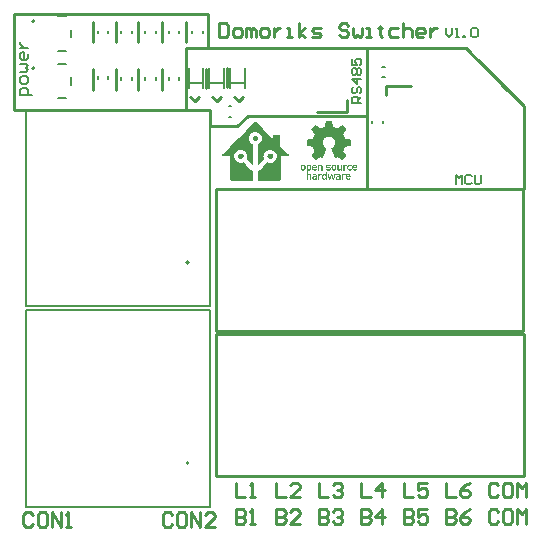
<source format=gto>
G04*
G04 #@! TF.GenerationSoftware,Altium Limited,CircuitStudio,1.5.2 (30)*
G04*
G04 Layer_Color=15065295*
%FSLAX44Y44*%
%MOMM*%
G71*
G01*
G75*
%ADD18C,0.2540*%
%ADD30C,0.2000*%
%ADD31C,0.1270*%
%ADD32C,0.1800*%
G36*
X595943Y1063931D02*
X596194D01*
Y1063868D01*
X596381D01*
Y1063806D01*
X596506D01*
Y1063743D01*
X596631D01*
Y1063681D01*
X596694D01*
Y1063618D01*
X596819D01*
Y1063556D01*
X596881D01*
Y1063493D01*
X596944D01*
Y1063430D01*
X597006D01*
Y1063368D01*
X597069D01*
Y1063306D01*
X597131D01*
Y1063243D01*
X597194D01*
Y1063180D01*
Y1063118D01*
X597256D01*
Y1063055D01*
X597319D01*
Y1062993D01*
Y1062930D01*
X597381D01*
Y1062868D01*
Y1062805D01*
X597444D01*
Y1062743D01*
Y1062680D01*
Y1062618D01*
X597506D01*
Y1062555D01*
Y1062493D01*
Y1062430D01*
X597569D01*
Y1062368D01*
Y1062305D01*
Y1062243D01*
Y1062180D01*
Y1062118D01*
Y1062055D01*
Y1061992D01*
Y1061930D01*
Y1061868D01*
Y1061805D01*
Y1061742D01*
Y1061680D01*
Y1061617D01*
Y1061555D01*
Y1061492D01*
Y1061430D01*
Y1061367D01*
Y1061305D01*
Y1061242D01*
Y1061180D01*
Y1061117D01*
Y1061055D01*
Y1060992D01*
X594505D01*
Y1060930D01*
Y1060867D01*
Y1060805D01*
Y1060742D01*
X594568D01*
Y1060680D01*
Y1060617D01*
Y1060555D01*
X594630D01*
Y1060492D01*
Y1060430D01*
X594693D01*
Y1060367D01*
Y1060304D01*
X594756D01*
Y1060242D01*
X594818D01*
Y1060179D01*
X594880D01*
Y1060117D01*
X594943D01*
Y1060054D01*
X595006D01*
Y1059992D01*
X595131D01*
Y1059929D01*
X595381D01*
Y1059867D01*
X595943D01*
Y1059929D01*
X596131D01*
Y1059992D01*
X596256D01*
Y1060054D01*
X596381D01*
Y1060117D01*
X596506D01*
Y1060179D01*
X596569D01*
Y1060242D01*
X596631D01*
Y1060304D01*
X596694D01*
Y1060367D01*
X596756D01*
Y1060304D01*
X596819D01*
Y1060242D01*
X596944D01*
Y1060179D01*
X597006D01*
Y1060117D01*
X597069D01*
Y1060054D01*
X597131D01*
Y1059992D01*
X597194D01*
Y1059929D01*
X597319D01*
Y1059867D01*
X597381D01*
Y1059804D01*
X597444D01*
Y1059742D01*
X597506D01*
Y1059679D01*
Y1059617D01*
X597444D01*
Y1059554D01*
X597319D01*
Y1059492D01*
X597256D01*
Y1059429D01*
X597194D01*
Y1059367D01*
X597131D01*
Y1059304D01*
X597069D01*
Y1059242D01*
X596944D01*
Y1059179D01*
X596819D01*
Y1059117D01*
X596756D01*
Y1059054D01*
X596569D01*
Y1058991D01*
X596381D01*
Y1058929D01*
X596131D01*
Y1058866D01*
X595193D01*
Y1058929D01*
X594943D01*
Y1058991D01*
X594756D01*
Y1059054D01*
X594568D01*
Y1059117D01*
X594443D01*
Y1059179D01*
X594380D01*
Y1059242D01*
X594318D01*
Y1059304D01*
X594193D01*
Y1059367D01*
X594130D01*
Y1059429D01*
X594068D01*
Y1059492D01*
X594005D01*
Y1059554D01*
X593943D01*
Y1059617D01*
Y1059679D01*
X593880D01*
Y1059742D01*
X593818D01*
Y1059804D01*
Y1059867D01*
X593755D01*
Y1059929D01*
Y1059992D01*
X593693D01*
Y1060054D01*
Y1060117D01*
X593630D01*
Y1060179D01*
Y1060242D01*
Y1060304D01*
X593568D01*
Y1060367D01*
Y1060430D01*
Y1060492D01*
Y1060555D01*
X593505D01*
Y1060617D01*
Y1060680D01*
Y1060742D01*
Y1060805D01*
Y1060867D01*
Y1060930D01*
Y1060992D01*
Y1061055D01*
X593442D01*
Y1061117D01*
Y1061180D01*
Y1061242D01*
Y1061305D01*
Y1061367D01*
Y1061430D01*
Y1061492D01*
Y1061555D01*
Y1061617D01*
Y1061680D01*
Y1061742D01*
X593505D01*
Y1061805D01*
Y1061868D01*
Y1061930D01*
Y1061992D01*
Y1062055D01*
Y1062118D01*
Y1062180D01*
Y1062243D01*
X593568D01*
Y1062305D01*
Y1062368D01*
Y1062430D01*
Y1062493D01*
X593630D01*
Y1062555D01*
Y1062618D01*
Y1062680D01*
X593693D01*
Y1062743D01*
Y1062805D01*
Y1062868D01*
X593755D01*
Y1062930D01*
Y1062993D01*
X593818D01*
Y1063055D01*
Y1063118D01*
X593880D01*
Y1063180D01*
X593943D01*
Y1063243D01*
X594005D01*
Y1063306D01*
Y1063368D01*
X594068D01*
Y1063430D01*
X594130D01*
Y1063493D01*
X594193D01*
Y1063556D01*
X594318D01*
Y1063618D01*
X594380D01*
Y1063681D01*
X594443D01*
Y1063743D01*
X594568D01*
Y1063806D01*
X594693D01*
Y1063868D01*
X594880D01*
Y1063931D01*
X595131D01*
Y1063993D01*
X595943D01*
Y1063931D01*
D02*
G37*
G36*
X578437D02*
X578688D01*
Y1063868D01*
X578875D01*
Y1063806D01*
X579000D01*
Y1063743D01*
X579125D01*
Y1063681D01*
X579188D01*
Y1063618D01*
X579313D01*
Y1063556D01*
X579375D01*
Y1063493D01*
X579438D01*
Y1063430D01*
X579500D01*
Y1063368D01*
X579563D01*
Y1063306D01*
X579625D01*
Y1063243D01*
X579688D01*
Y1063180D01*
Y1063118D01*
X579750D01*
Y1063055D01*
X579813D01*
Y1062993D01*
Y1062930D01*
X579875D01*
Y1062868D01*
Y1062805D01*
X579938D01*
Y1062743D01*
Y1062680D01*
Y1062618D01*
X580000D01*
Y1062555D01*
Y1062493D01*
Y1062430D01*
Y1062368D01*
Y1062305D01*
X580063D01*
Y1062243D01*
Y1062180D01*
Y1062118D01*
Y1062055D01*
Y1061992D01*
Y1061930D01*
Y1061868D01*
Y1061805D01*
Y1061742D01*
Y1061680D01*
Y1061617D01*
Y1061555D01*
Y1061492D01*
Y1061430D01*
Y1061367D01*
Y1061305D01*
Y1061242D01*
Y1061180D01*
Y1061117D01*
Y1061055D01*
Y1060992D01*
Y1060930D01*
Y1060867D01*
Y1060805D01*
Y1060742D01*
Y1060680D01*
Y1060617D01*
Y1060555D01*
X580000D01*
Y1060492D01*
Y1060430D01*
Y1060367D01*
Y1060304D01*
Y1060242D01*
X579938D01*
Y1060179D01*
Y1060117D01*
Y1060054D01*
X579875D01*
Y1059992D01*
Y1059929D01*
X579813D01*
Y1059867D01*
Y1059804D01*
X579750D01*
Y1059742D01*
X579688D01*
Y1059679D01*
Y1059617D01*
X579625D01*
Y1059554D01*
X579563D01*
Y1059492D01*
X579500D01*
Y1059429D01*
X579438D01*
Y1059367D01*
X579375D01*
Y1059304D01*
X579313D01*
Y1059242D01*
X579188D01*
Y1059179D01*
X579125D01*
Y1059117D01*
X579000D01*
Y1059054D01*
X578875D01*
Y1058991D01*
X578688D01*
Y1058929D01*
X578375D01*
Y1058866D01*
X577625D01*
Y1058929D01*
X577312D01*
Y1058991D01*
X577187D01*
Y1059054D01*
X576999D01*
Y1059117D01*
X576937D01*
Y1059179D01*
X576812D01*
Y1059242D01*
X576749D01*
Y1059304D01*
X576624D01*
Y1059367D01*
X576562D01*
Y1059429D01*
X576499D01*
Y1059492D01*
X576437D01*
Y1059554D01*
Y1059617D01*
X576374D01*
Y1059679D01*
X576312D01*
Y1059742D01*
X576249D01*
Y1059804D01*
Y1059867D01*
X576187D01*
Y1059929D01*
Y1059992D01*
X576124D01*
Y1060054D01*
Y1060117D01*
Y1060179D01*
X576062D01*
Y1060242D01*
Y1060304D01*
Y1060367D01*
Y1060430D01*
X575999D01*
Y1060492D01*
Y1060555D01*
Y1060617D01*
Y1060680D01*
Y1060742D01*
Y1060805D01*
X575937D01*
Y1060867D01*
Y1060930D01*
Y1060992D01*
Y1061055D01*
Y1061117D01*
Y1061180D01*
Y1061242D01*
Y1061305D01*
Y1061367D01*
Y1061430D01*
Y1061492D01*
Y1061555D01*
Y1061617D01*
Y1061680D01*
Y1061742D01*
Y1061805D01*
Y1061868D01*
Y1061930D01*
Y1061992D01*
Y1062055D01*
X575999D01*
Y1062118D01*
Y1062180D01*
Y1062243D01*
Y1062305D01*
Y1062368D01*
Y1062430D01*
X576062D01*
Y1062493D01*
Y1062555D01*
Y1062618D01*
Y1062680D01*
X576124D01*
Y1062743D01*
Y1062805D01*
Y1062868D01*
X576187D01*
Y1062930D01*
Y1062993D01*
X576249D01*
Y1063055D01*
Y1063118D01*
X576312D01*
Y1063180D01*
X576374D01*
Y1063243D01*
X576437D01*
Y1063306D01*
Y1063368D01*
X576499D01*
Y1063430D01*
X576562D01*
Y1063493D01*
X576624D01*
Y1063556D01*
X576749D01*
Y1063618D01*
X576812D01*
Y1063681D01*
X576937D01*
Y1063743D01*
X576999D01*
Y1063806D01*
X577187D01*
Y1063868D01*
X577374D01*
Y1063931D01*
X577562D01*
Y1063993D01*
X578437D01*
Y1063931D01*
D02*
G37*
G36*
X590317Y1056115D02*
X590692D01*
Y1056053D01*
X590942D01*
Y1055991D01*
X591067D01*
Y1055928D01*
X591192D01*
Y1055865D01*
X591317D01*
Y1055803D01*
X591379D01*
Y1055740D01*
X591442D01*
Y1055678D01*
X591567D01*
Y1055615D01*
X591629D01*
Y1055553D01*
X591692D01*
Y1055490D01*
Y1055428D01*
X591754D01*
Y1055365D01*
X591817D01*
Y1055303D01*
X591880D01*
Y1055240D01*
Y1055178D01*
X591942D01*
Y1055115D01*
Y1055053D01*
X592005D01*
Y1054990D01*
Y1054928D01*
X592067D01*
Y1054865D01*
Y1054803D01*
Y1054740D01*
X592130D01*
Y1054678D01*
Y1054615D01*
Y1054553D01*
X592192D01*
Y1054490D01*
Y1054427D01*
Y1054365D01*
Y1054302D01*
Y1054240D01*
Y1054177D01*
Y1054115D01*
Y1054052D01*
Y1053990D01*
Y1053927D01*
Y1053865D01*
Y1053802D01*
Y1053740D01*
Y1053677D01*
Y1053615D01*
Y1053552D01*
Y1053490D01*
Y1053427D01*
Y1053365D01*
Y1053302D01*
Y1053240D01*
Y1053177D01*
X589129D01*
Y1053114D01*
Y1053052D01*
Y1052989D01*
Y1052927D01*
X589191D01*
Y1052864D01*
Y1052802D01*
Y1052739D01*
Y1052677D01*
X589254D01*
Y1052614D01*
Y1052552D01*
X589316D01*
Y1052489D01*
X589379D01*
Y1052427D01*
Y1052364D01*
X589441D01*
Y1052302D01*
X589504D01*
Y1052239D01*
X589629D01*
Y1052177D01*
X589754D01*
Y1052114D01*
X589879D01*
Y1052052D01*
X590629D01*
Y1052114D01*
X590817D01*
Y1052177D01*
X590942D01*
Y1052239D01*
X591067D01*
Y1052302D01*
X591129D01*
Y1052364D01*
X591192D01*
Y1052427D01*
X591254D01*
Y1052489D01*
X591442D01*
Y1052427D01*
X591504D01*
Y1052364D01*
X591567D01*
Y1052302D01*
X591692D01*
Y1052239D01*
X591754D01*
Y1052177D01*
X591817D01*
Y1052114D01*
X591880D01*
Y1052052D01*
X591942D01*
Y1051989D01*
X592005D01*
Y1051927D01*
X592130D01*
Y1051864D01*
Y1051802D01*
X592067D01*
Y1051739D01*
X592005D01*
Y1051676D01*
X591942D01*
Y1051614D01*
X591880D01*
Y1051551D01*
X591817D01*
Y1051489D01*
X591692D01*
Y1051426D01*
X591629D01*
Y1051364D01*
X591504D01*
Y1051301D01*
X591379D01*
Y1051239D01*
X591254D01*
Y1051176D01*
X591067D01*
Y1051114D01*
X590879D01*
Y1051051D01*
X589691D01*
Y1051114D01*
X589441D01*
Y1051176D01*
X589316D01*
Y1051239D01*
X589191D01*
Y1051301D01*
X589066D01*
Y1051364D01*
X588941D01*
Y1051426D01*
X588879D01*
Y1051489D01*
X588816D01*
Y1051551D01*
X588753D01*
Y1051614D01*
X588691D01*
Y1051676D01*
X588628D01*
Y1051739D01*
X588566D01*
Y1051802D01*
X588503D01*
Y1051864D01*
Y1051927D01*
X588441D01*
Y1051989D01*
Y1052052D01*
X588378D01*
Y1052114D01*
X588316D01*
Y1052177D01*
Y1052239D01*
X588253D01*
Y1052302D01*
Y1052364D01*
Y1052427D01*
Y1052489D01*
X588191D01*
Y1052552D01*
Y1052614D01*
Y1052677D01*
X588128D01*
Y1052739D01*
Y1052802D01*
Y1052864D01*
Y1052927D01*
Y1052989D01*
Y1053052D01*
Y1053114D01*
Y1053177D01*
X588066D01*
Y1053240D01*
Y1053302D01*
Y1053365D01*
Y1053427D01*
Y1053490D01*
Y1053552D01*
Y1053615D01*
Y1053677D01*
Y1053740D01*
Y1053802D01*
Y1053865D01*
Y1053927D01*
Y1053990D01*
Y1054052D01*
X588128D01*
Y1054115D01*
Y1054177D01*
Y1054240D01*
Y1054302D01*
Y1054365D01*
Y1054427D01*
X588191D01*
Y1054490D01*
Y1054553D01*
Y1054615D01*
Y1054678D01*
X588253D01*
Y1054740D01*
Y1054803D01*
Y1054865D01*
X588316D01*
Y1054928D01*
Y1054990D01*
X588378D01*
Y1055053D01*
Y1055115D01*
Y1055178D01*
X588441D01*
Y1055240D01*
Y1055303D01*
X588503D01*
Y1055365D01*
X588566D01*
Y1055428D01*
X588628D01*
Y1055490D01*
X588691D01*
Y1055553D01*
Y1055615D01*
X588753D01*
Y1055678D01*
X588879D01*
Y1055740D01*
X588941D01*
Y1055803D01*
X589003D01*
Y1055865D01*
X589129D01*
Y1055928D01*
X589254D01*
Y1055991D01*
X589379D01*
Y1056053D01*
X589566D01*
Y1056115D01*
X589941D01*
Y1056178D01*
X590317D01*
Y1056115D01*
D02*
G37*
G36*
X581939D02*
X582376D01*
Y1056053D01*
X582626D01*
Y1055991D01*
X582814D01*
Y1055928D01*
X582939D01*
Y1055865D01*
X583002D01*
Y1055803D01*
X583126D01*
Y1055740D01*
X583189D01*
Y1055678D01*
X583251D01*
Y1055615D01*
X583314D01*
Y1055553D01*
X583377D01*
Y1055490D01*
X583439D01*
Y1055428D01*
Y1055365D01*
X583502D01*
Y1055303D01*
Y1055240D01*
X583564D01*
Y1055178D01*
Y1055115D01*
Y1055053D01*
X583627D01*
Y1054990D01*
Y1054928D01*
Y1054865D01*
Y1054803D01*
Y1054740D01*
Y1054678D01*
Y1054615D01*
X583689D01*
Y1054553D01*
Y1054490D01*
Y1054427D01*
Y1054365D01*
Y1054302D01*
Y1054240D01*
Y1054177D01*
Y1054115D01*
Y1054052D01*
Y1053990D01*
Y1053927D01*
Y1053865D01*
Y1053802D01*
Y1053740D01*
Y1053677D01*
Y1053615D01*
Y1053552D01*
Y1053490D01*
Y1053427D01*
Y1053365D01*
Y1053302D01*
Y1053240D01*
Y1053177D01*
Y1053114D01*
Y1053052D01*
Y1052989D01*
Y1052927D01*
Y1052864D01*
Y1052802D01*
Y1052739D01*
Y1052677D01*
Y1052614D01*
Y1052552D01*
Y1052489D01*
Y1052427D01*
Y1052364D01*
Y1052302D01*
Y1052239D01*
Y1052177D01*
Y1052114D01*
Y1052052D01*
Y1051989D01*
Y1051927D01*
Y1051864D01*
Y1051802D01*
Y1051739D01*
Y1051676D01*
Y1051614D01*
Y1051551D01*
Y1051489D01*
Y1051426D01*
Y1051364D01*
Y1051301D01*
Y1051239D01*
Y1051176D01*
Y1051114D01*
Y1051051D01*
X582626D01*
Y1051114D01*
Y1051176D01*
Y1051239D01*
Y1051301D01*
Y1051364D01*
Y1051426D01*
Y1051489D01*
X582564D01*
Y1051426D01*
Y1051364D01*
X582501D01*
Y1051301D01*
X582439D01*
Y1051239D01*
X582314D01*
Y1051176D01*
X582189D01*
Y1051114D01*
X582001D01*
Y1051051D01*
X580876D01*
Y1051114D01*
X580626D01*
Y1051176D01*
X580501D01*
Y1051239D01*
X580313D01*
Y1051301D01*
X580251D01*
Y1051364D01*
X580188D01*
Y1051426D01*
X580063D01*
Y1051489D01*
X580000D01*
Y1051551D01*
X579938D01*
Y1051614D01*
Y1051676D01*
X579875D01*
Y1051739D01*
X579813D01*
Y1051802D01*
Y1051864D01*
X579750D01*
Y1051927D01*
Y1051989D01*
X579688D01*
Y1052052D01*
Y1052114D01*
Y1052177D01*
X579625D01*
Y1052239D01*
Y1052302D01*
Y1052364D01*
Y1052427D01*
Y1052489D01*
Y1052552D01*
Y1052614D01*
Y1052677D01*
Y1052739D01*
Y1052802D01*
Y1052864D01*
Y1052927D01*
X579688D01*
Y1052989D01*
Y1053052D01*
Y1053114D01*
Y1053177D01*
X579750D01*
Y1053240D01*
Y1053302D01*
X579813D01*
Y1053365D01*
Y1053427D01*
X579875D01*
Y1053490D01*
X579938D01*
Y1053552D01*
X580000D01*
Y1053615D01*
X580063D01*
Y1053677D01*
X580126D01*
Y1053740D01*
X580188D01*
Y1053802D01*
X580313D01*
Y1053865D01*
X580438D01*
Y1053927D01*
X580563D01*
Y1053990D01*
X580813D01*
Y1054052D01*
X582626D01*
Y1054115D01*
Y1054177D01*
Y1054240D01*
Y1054302D01*
Y1054365D01*
Y1054427D01*
Y1054490D01*
Y1054553D01*
Y1054615D01*
Y1054678D01*
X582564D01*
Y1054740D01*
Y1054803D01*
Y1054865D01*
X582501D01*
Y1054928D01*
X582439D01*
Y1054990D01*
X582376D01*
Y1055053D01*
X582189D01*
Y1055115D01*
X581814D01*
Y1055178D01*
X581376D01*
Y1055115D01*
X581063D01*
Y1055053D01*
X580938D01*
Y1054990D01*
X580876D01*
Y1054928D01*
X580813D01*
Y1054865D01*
X580751D01*
Y1054803D01*
X580563D01*
Y1054865D01*
X580501D01*
Y1054928D01*
X580438D01*
Y1054990D01*
X580313D01*
Y1055053D01*
X580251D01*
Y1055115D01*
X580188D01*
Y1055178D01*
X580063D01*
Y1055240D01*
X580000D01*
Y1055303D01*
X579938D01*
Y1055365D01*
X579875D01*
Y1055428D01*
Y1055490D01*
X579938D01*
Y1055553D01*
X580000D01*
Y1055615D01*
X580063D01*
Y1055678D01*
X580126D01*
Y1055740D01*
X580188D01*
Y1055803D01*
X580251D01*
Y1055865D01*
X580376D01*
Y1055928D01*
X580501D01*
Y1055991D01*
X580688D01*
Y1056053D01*
X580876D01*
Y1056115D01*
X581376D01*
Y1056178D01*
X581939D01*
Y1056115D01*
D02*
G37*
G36*
X584877Y1063868D02*
Y1063806D01*
Y1063743D01*
Y1063681D01*
Y1063618D01*
Y1063556D01*
Y1063493D01*
Y1063430D01*
Y1063368D01*
Y1063306D01*
Y1063243D01*
Y1063180D01*
Y1063118D01*
Y1063055D01*
Y1062993D01*
Y1062930D01*
Y1062868D01*
Y1062805D01*
Y1062743D01*
Y1062680D01*
Y1062618D01*
Y1062555D01*
Y1062493D01*
Y1062430D01*
Y1062368D01*
Y1062305D01*
Y1062243D01*
Y1062180D01*
Y1062118D01*
Y1062055D01*
Y1061992D01*
Y1061930D01*
Y1061868D01*
Y1061805D01*
Y1061742D01*
Y1061680D01*
Y1061617D01*
Y1061555D01*
Y1061492D01*
Y1061430D01*
Y1061367D01*
Y1061305D01*
Y1061242D01*
Y1061180D01*
Y1061117D01*
Y1061055D01*
Y1060992D01*
Y1060930D01*
Y1060867D01*
Y1060805D01*
Y1060742D01*
Y1060680D01*
Y1060617D01*
Y1060555D01*
Y1060492D01*
Y1060430D01*
Y1060367D01*
Y1060304D01*
Y1060242D01*
Y1060179D01*
Y1060117D01*
Y1060054D01*
Y1059992D01*
Y1059929D01*
Y1059867D01*
Y1059804D01*
Y1059742D01*
Y1059679D01*
Y1059617D01*
Y1059554D01*
Y1059492D01*
Y1059429D01*
Y1059367D01*
Y1059304D01*
Y1059242D01*
Y1059179D01*
Y1059117D01*
Y1059054D01*
Y1058991D01*
Y1058929D01*
X583877D01*
Y1058991D01*
Y1059054D01*
Y1059117D01*
Y1059179D01*
Y1059242D01*
Y1059304D01*
Y1059367D01*
Y1059429D01*
X583814D01*
Y1059367D01*
X583752D01*
Y1059304D01*
X583689D01*
Y1059242D01*
X583627D01*
Y1059179D01*
X583564D01*
Y1059117D01*
X583439D01*
Y1059054D01*
X583377D01*
Y1058991D01*
X583189D01*
Y1058929D01*
X583002D01*
Y1058866D01*
X582189D01*
Y1058929D01*
X582001D01*
Y1058991D01*
X581876D01*
Y1059054D01*
X581751D01*
Y1059117D01*
X581626D01*
Y1059179D01*
X581563D01*
Y1059242D01*
X581438D01*
Y1059304D01*
X581376D01*
Y1059367D01*
X581313D01*
Y1059429D01*
X581251D01*
Y1059492D01*
Y1059554D01*
X581188D01*
Y1059617D01*
X581126D01*
Y1059679D01*
Y1059742D01*
X581063D01*
Y1059804D01*
Y1059867D01*
X581001D01*
Y1059929D01*
Y1059992D01*
Y1060054D01*
X580938D01*
Y1060117D01*
Y1060179D01*
Y1060242D01*
Y1060304D01*
Y1060367D01*
X580876D01*
Y1060430D01*
Y1060492D01*
Y1060555D01*
Y1060617D01*
Y1060680D01*
Y1060742D01*
Y1060805D01*
Y1060867D01*
Y1060930D01*
Y1060992D01*
Y1061055D01*
Y1061117D01*
Y1061180D01*
Y1061242D01*
Y1061305D01*
Y1061367D01*
Y1061430D01*
Y1061492D01*
Y1061555D01*
Y1061617D01*
Y1061680D01*
Y1061742D01*
Y1061805D01*
Y1061868D01*
Y1061930D01*
Y1061992D01*
Y1062055D01*
Y1062118D01*
Y1062180D01*
Y1062243D01*
Y1062305D01*
Y1062368D01*
Y1062430D01*
Y1062493D01*
Y1062555D01*
Y1062618D01*
Y1062680D01*
Y1062743D01*
Y1062805D01*
Y1062868D01*
Y1062930D01*
Y1062993D01*
Y1063055D01*
Y1063118D01*
Y1063180D01*
Y1063243D01*
Y1063306D01*
Y1063368D01*
Y1063430D01*
Y1063493D01*
Y1063556D01*
Y1063618D01*
Y1063681D01*
Y1063743D01*
Y1063806D01*
Y1063868D01*
Y1063931D01*
X581939D01*
Y1063868D01*
Y1063806D01*
Y1063743D01*
Y1063681D01*
Y1063618D01*
Y1063556D01*
Y1063493D01*
Y1063430D01*
Y1063368D01*
Y1063306D01*
Y1063243D01*
Y1063180D01*
Y1063118D01*
Y1063055D01*
Y1062993D01*
Y1062930D01*
Y1062868D01*
Y1062805D01*
Y1062743D01*
Y1062680D01*
Y1062618D01*
Y1062555D01*
Y1062493D01*
Y1062430D01*
Y1062368D01*
Y1062305D01*
Y1062243D01*
Y1062180D01*
Y1062118D01*
Y1062055D01*
Y1061992D01*
Y1061930D01*
Y1061868D01*
Y1061805D01*
Y1061742D01*
Y1061680D01*
Y1061617D01*
Y1061555D01*
Y1061492D01*
Y1061430D01*
Y1061367D01*
Y1061305D01*
Y1061242D01*
Y1061180D01*
Y1061117D01*
Y1061055D01*
Y1060992D01*
Y1060930D01*
Y1060867D01*
Y1060805D01*
Y1060742D01*
Y1060680D01*
X582001D01*
Y1060617D01*
Y1060555D01*
Y1060492D01*
X582064D01*
Y1060430D01*
Y1060367D01*
X582126D01*
Y1060304D01*
X582189D01*
Y1060242D01*
Y1060179D01*
X582251D01*
Y1060117D01*
X582376D01*
Y1060054D01*
X582439D01*
Y1059992D01*
X582626D01*
Y1059929D01*
X583189D01*
Y1059992D01*
X583314D01*
Y1060054D01*
X583439D01*
Y1060117D01*
X583502D01*
Y1060179D01*
X583564D01*
Y1060242D01*
X583627D01*
Y1060304D01*
X583689D01*
Y1060367D01*
Y1060430D01*
X583752D01*
Y1060492D01*
Y1060555D01*
X583814D01*
Y1060617D01*
Y1060680D01*
Y1060742D01*
Y1060805D01*
Y1060867D01*
Y1060930D01*
Y1060992D01*
X583877D01*
Y1061055D01*
Y1061117D01*
Y1061180D01*
Y1061242D01*
Y1061305D01*
Y1061367D01*
Y1061430D01*
Y1061492D01*
Y1061555D01*
Y1061617D01*
Y1061680D01*
Y1061742D01*
Y1061805D01*
Y1061868D01*
Y1061930D01*
Y1061992D01*
Y1062055D01*
Y1062118D01*
Y1062180D01*
Y1062243D01*
Y1062305D01*
Y1062368D01*
Y1062430D01*
Y1062493D01*
Y1062555D01*
Y1062618D01*
Y1062680D01*
Y1062743D01*
Y1062805D01*
Y1062868D01*
Y1062930D01*
Y1062993D01*
Y1063055D01*
Y1063118D01*
Y1063180D01*
Y1063243D01*
Y1063306D01*
Y1063368D01*
Y1063430D01*
Y1063493D01*
Y1063556D01*
Y1063618D01*
Y1063681D01*
Y1063743D01*
Y1063806D01*
Y1063868D01*
Y1063931D01*
X584877D01*
Y1063868D01*
D02*
G37*
G36*
X562057Y1063931D02*
X562244D01*
Y1063868D01*
X562432D01*
Y1063806D01*
X562557D01*
Y1063743D01*
X562682D01*
Y1063681D01*
X562807D01*
Y1063618D01*
X562869D01*
Y1063556D01*
X562932D01*
Y1063493D01*
X563057D01*
Y1063430D01*
X563120D01*
Y1063368D01*
Y1063306D01*
X563182D01*
Y1063243D01*
X563245D01*
Y1063180D01*
X563307D01*
Y1063118D01*
X563370D01*
Y1063055D01*
Y1062993D01*
X563432D01*
Y1062930D01*
Y1062868D01*
X563495D01*
Y1062805D01*
Y1062743D01*
X563557D01*
Y1062680D01*
Y1062618D01*
Y1062555D01*
X563620D01*
Y1062493D01*
Y1062430D01*
Y1062368D01*
Y1062305D01*
Y1062243D01*
X563682D01*
Y1062180D01*
Y1062118D01*
Y1062055D01*
Y1061992D01*
Y1061930D01*
Y1061868D01*
Y1061805D01*
Y1061742D01*
Y1061680D01*
Y1061617D01*
Y1061555D01*
Y1061492D01*
Y1061430D01*
Y1061367D01*
Y1061305D01*
Y1061242D01*
Y1061180D01*
Y1061117D01*
Y1061055D01*
Y1060992D01*
X560619D01*
Y1060930D01*
Y1060867D01*
Y1060805D01*
Y1060742D01*
Y1060680D01*
X560681D01*
Y1060617D01*
Y1060555D01*
Y1060492D01*
X560744D01*
Y1060430D01*
Y1060367D01*
X560806D01*
Y1060304D01*
Y1060242D01*
X560869D01*
Y1060179D01*
X560931D01*
Y1060117D01*
X561056D01*
Y1060054D01*
X561119D01*
Y1059992D01*
X561244D01*
Y1059929D01*
X561432D01*
Y1059867D01*
X562057D01*
Y1059929D01*
X562244D01*
Y1059992D01*
X562369D01*
Y1060054D01*
X562494D01*
Y1060117D01*
X562557D01*
Y1060179D01*
X562682D01*
Y1060242D01*
X562744D01*
Y1060304D01*
X562807D01*
Y1060367D01*
X562869D01*
Y1060304D01*
X562932D01*
Y1060242D01*
X562995D01*
Y1060179D01*
X563057D01*
Y1060117D01*
X563182D01*
Y1060054D01*
X563245D01*
Y1059992D01*
X563307D01*
Y1059929D01*
X563370D01*
Y1059867D01*
X563432D01*
Y1059804D01*
X563495D01*
Y1059742D01*
X563557D01*
Y1059679D01*
Y1059617D01*
X563495D01*
Y1059554D01*
X563432D01*
Y1059492D01*
X563370D01*
Y1059429D01*
X563307D01*
Y1059367D01*
X563245D01*
Y1059304D01*
X563120D01*
Y1059242D01*
X563057D01*
Y1059179D01*
X562932D01*
Y1059117D01*
X562807D01*
Y1059054D01*
X562682D01*
Y1058991D01*
X562494D01*
Y1058929D01*
X562182D01*
Y1058866D01*
X561306D01*
Y1058929D01*
X560994D01*
Y1058991D01*
X560806D01*
Y1059054D01*
X560681D01*
Y1059117D01*
X560556D01*
Y1059179D01*
X560494D01*
Y1059242D01*
X560369D01*
Y1059304D01*
X560306D01*
Y1059367D01*
X560244D01*
Y1059429D01*
X560181D01*
Y1059492D01*
X560119D01*
Y1059554D01*
X560056D01*
Y1059617D01*
X559994D01*
Y1059679D01*
X559931D01*
Y1059742D01*
Y1059804D01*
X559869D01*
Y1059867D01*
Y1059929D01*
X559806D01*
Y1059992D01*
Y1060054D01*
X559743D01*
Y1060117D01*
Y1060179D01*
Y1060242D01*
X559681D01*
Y1060304D01*
Y1060367D01*
Y1060430D01*
Y1060492D01*
X559618D01*
Y1060555D01*
Y1060617D01*
Y1060680D01*
X559556D01*
Y1060742D01*
Y1060805D01*
Y1060867D01*
Y1060930D01*
Y1060992D01*
Y1061055D01*
Y1061117D01*
Y1061180D01*
Y1061242D01*
Y1061305D01*
Y1061367D01*
Y1061430D01*
Y1061492D01*
Y1061555D01*
Y1061617D01*
Y1061680D01*
Y1061742D01*
Y1061805D01*
Y1061868D01*
Y1061930D01*
Y1061992D01*
Y1062055D01*
Y1062118D01*
X559618D01*
Y1062180D01*
Y1062243D01*
Y1062305D01*
Y1062368D01*
X559681D01*
Y1062430D01*
Y1062493D01*
Y1062555D01*
Y1062618D01*
X559743D01*
Y1062680D01*
Y1062743D01*
X559806D01*
Y1062805D01*
Y1062868D01*
X559869D01*
Y1062930D01*
Y1062993D01*
Y1063055D01*
X559931D01*
Y1063118D01*
X559994D01*
Y1063180D01*
Y1063243D01*
X560056D01*
Y1063306D01*
X560119D01*
Y1063368D01*
X560181D01*
Y1063430D01*
X560244D01*
Y1063493D01*
X560306D01*
Y1063556D01*
X560369D01*
Y1063618D01*
X560431D01*
Y1063681D01*
X560556D01*
Y1063743D01*
X560681D01*
Y1063806D01*
X560806D01*
Y1063868D01*
X560994D01*
Y1063931D01*
X561181D01*
Y1063993D01*
X562057D01*
Y1063931D01*
D02*
G37*
G36*
X567183Y1056115D02*
X567496D01*
Y1056053D01*
X567621D01*
Y1055991D01*
X567746D01*
Y1055928D01*
X567871D01*
Y1055865D01*
X567996D01*
Y1055803D01*
X568059D01*
Y1055740D01*
Y1055678D01*
X567996D01*
Y1055615D01*
X567934D01*
Y1055553D01*
X567871D01*
Y1055490D01*
X567809D01*
Y1055428D01*
Y1055365D01*
X567746D01*
Y1055303D01*
X567684D01*
Y1055240D01*
X567621D01*
Y1055178D01*
X567559D01*
Y1055115D01*
X567496D01*
Y1055053D01*
Y1054990D01*
X567434D01*
Y1054928D01*
X567371D01*
Y1054865D01*
X567183D01*
Y1054928D01*
X567121D01*
Y1054990D01*
X566996D01*
Y1055053D01*
X566808D01*
Y1055115D01*
X566496D01*
Y1055053D01*
X566246D01*
Y1054990D01*
X566121D01*
Y1054928D01*
X566058D01*
Y1054865D01*
X565996D01*
Y1054803D01*
X565933D01*
Y1054740D01*
X565871D01*
Y1054678D01*
Y1054615D01*
X565808D01*
Y1054553D01*
Y1054490D01*
X565746D01*
Y1054427D01*
Y1054365D01*
Y1054302D01*
Y1054240D01*
Y1054177D01*
X565683D01*
Y1054115D01*
Y1054052D01*
Y1053990D01*
Y1053927D01*
Y1053865D01*
Y1053802D01*
Y1053740D01*
Y1053677D01*
Y1053615D01*
Y1053552D01*
Y1053490D01*
Y1053427D01*
Y1053365D01*
Y1053302D01*
Y1053240D01*
Y1053177D01*
Y1053114D01*
Y1053052D01*
Y1052989D01*
Y1052927D01*
Y1052864D01*
Y1052802D01*
Y1052739D01*
Y1052677D01*
Y1052614D01*
Y1052552D01*
Y1052489D01*
Y1052427D01*
Y1052364D01*
Y1052302D01*
Y1052239D01*
Y1052177D01*
Y1052114D01*
Y1052052D01*
Y1051989D01*
Y1051927D01*
Y1051864D01*
Y1051802D01*
Y1051739D01*
Y1051676D01*
Y1051614D01*
Y1051551D01*
Y1051489D01*
Y1051426D01*
Y1051364D01*
Y1051301D01*
Y1051239D01*
Y1051176D01*
Y1051114D01*
Y1051051D01*
X564683D01*
Y1051114D01*
X564620D01*
Y1051176D01*
Y1051239D01*
Y1051301D01*
Y1051364D01*
Y1051426D01*
Y1051489D01*
Y1051551D01*
Y1051614D01*
Y1051676D01*
Y1051739D01*
Y1051802D01*
Y1051864D01*
Y1051927D01*
Y1051989D01*
Y1052052D01*
Y1052114D01*
Y1052177D01*
Y1052239D01*
Y1052302D01*
Y1052364D01*
Y1052427D01*
Y1052489D01*
Y1052552D01*
Y1052614D01*
Y1052677D01*
Y1052739D01*
Y1052802D01*
Y1052864D01*
Y1052927D01*
Y1052989D01*
Y1053052D01*
Y1053114D01*
Y1053177D01*
Y1053240D01*
Y1053302D01*
Y1053365D01*
Y1053427D01*
Y1053490D01*
Y1053552D01*
Y1053615D01*
Y1053677D01*
Y1053740D01*
Y1053802D01*
Y1053865D01*
Y1053927D01*
Y1053990D01*
Y1054052D01*
Y1054115D01*
Y1054177D01*
Y1054240D01*
Y1054302D01*
Y1054365D01*
Y1054427D01*
Y1054490D01*
Y1054553D01*
Y1054615D01*
Y1054678D01*
Y1054740D01*
Y1054803D01*
Y1054865D01*
Y1054928D01*
Y1054990D01*
Y1055053D01*
Y1055115D01*
Y1055178D01*
Y1055240D01*
Y1055303D01*
Y1055365D01*
Y1055428D01*
Y1055490D01*
Y1055553D01*
Y1055615D01*
Y1055678D01*
Y1055740D01*
Y1055803D01*
Y1055865D01*
Y1055928D01*
Y1055991D01*
Y1056053D01*
Y1056115D01*
X565683D01*
Y1056053D01*
Y1055991D01*
Y1055928D01*
Y1055865D01*
Y1055803D01*
Y1055740D01*
Y1055678D01*
Y1055615D01*
X565746D01*
Y1055678D01*
X565808D01*
Y1055740D01*
X565871D01*
Y1055803D01*
X565933D01*
Y1055865D01*
X566058D01*
Y1055928D01*
X566121D01*
Y1055991D01*
X566246D01*
Y1056053D01*
X566433D01*
Y1056115D01*
X566808D01*
Y1056178D01*
X567183D01*
Y1056115D01*
D02*
G37*
G36*
X579625Y1056053D02*
X579563D01*
Y1055991D01*
Y1055928D01*
Y1055865D01*
X579500D01*
Y1055803D01*
Y1055740D01*
Y1055678D01*
X579438D01*
Y1055615D01*
Y1055553D01*
Y1055490D01*
Y1055428D01*
X579375D01*
Y1055365D01*
Y1055303D01*
Y1055240D01*
X579313D01*
Y1055178D01*
Y1055115D01*
Y1055053D01*
X579250D01*
Y1054990D01*
Y1054928D01*
Y1054865D01*
X579188D01*
Y1054803D01*
Y1054740D01*
Y1054678D01*
X579125D01*
Y1054615D01*
Y1054553D01*
Y1054490D01*
X579063D01*
Y1054427D01*
Y1054365D01*
Y1054302D01*
X579000D01*
Y1054240D01*
Y1054177D01*
Y1054115D01*
Y1054052D01*
X578938D01*
Y1053990D01*
Y1053927D01*
Y1053865D01*
X578875D01*
Y1053802D01*
Y1053740D01*
Y1053677D01*
X578812D01*
Y1053615D01*
Y1053552D01*
Y1053490D01*
X578750D01*
Y1053427D01*
Y1053365D01*
Y1053302D01*
X578688D01*
Y1053240D01*
Y1053177D01*
Y1053114D01*
X578625D01*
Y1053052D01*
Y1052989D01*
Y1052927D01*
X578562D01*
Y1052864D01*
Y1052802D01*
Y1052739D01*
X578500D01*
Y1052677D01*
Y1052614D01*
Y1052552D01*
Y1052489D01*
X578437D01*
Y1052427D01*
Y1052364D01*
Y1052302D01*
X578375D01*
Y1052239D01*
Y1052177D01*
Y1052114D01*
X578312D01*
Y1052052D01*
Y1051989D01*
Y1051927D01*
X578250D01*
Y1051864D01*
Y1051802D01*
Y1051739D01*
X578187D01*
Y1051676D01*
Y1051614D01*
Y1051551D01*
X578125D01*
Y1051489D01*
Y1051426D01*
Y1051364D01*
X578062D01*
Y1051301D01*
Y1051239D01*
Y1051176D01*
Y1051114D01*
X578000D01*
Y1051051D01*
X577062D01*
Y1051114D01*
Y1051176D01*
Y1051239D01*
X576999D01*
Y1051301D01*
Y1051364D01*
Y1051426D01*
X576937D01*
Y1051489D01*
Y1051551D01*
Y1051614D01*
X576874D01*
Y1051676D01*
Y1051739D01*
Y1051802D01*
Y1051864D01*
X576812D01*
Y1051927D01*
Y1051989D01*
Y1052052D01*
X576749D01*
Y1052114D01*
Y1052177D01*
Y1052239D01*
X576687D01*
Y1052302D01*
Y1052364D01*
Y1052427D01*
Y1052489D01*
X576624D01*
Y1052552D01*
Y1052614D01*
Y1052677D01*
X576562D01*
Y1052739D01*
Y1052802D01*
Y1052864D01*
X576499D01*
Y1052927D01*
Y1052989D01*
Y1053052D01*
Y1053114D01*
X576437D01*
Y1053177D01*
Y1053240D01*
Y1053302D01*
X576374D01*
Y1053365D01*
Y1053427D01*
Y1053490D01*
Y1053552D01*
X576312D01*
Y1053615D01*
Y1053677D01*
Y1053740D01*
X576249D01*
Y1053802D01*
Y1053865D01*
Y1053927D01*
X576187D01*
Y1053990D01*
Y1054052D01*
Y1054115D01*
Y1054177D01*
X576124D01*
Y1054240D01*
Y1054302D01*
Y1054365D01*
X576062D01*
Y1054427D01*
X575999D01*
Y1054365D01*
Y1054302D01*
Y1054240D01*
Y1054177D01*
X575937D01*
Y1054115D01*
Y1054052D01*
Y1053990D01*
X575874D01*
Y1053927D01*
Y1053865D01*
Y1053802D01*
X575812D01*
Y1053740D01*
Y1053677D01*
Y1053615D01*
Y1053552D01*
X575749D01*
Y1053490D01*
Y1053427D01*
Y1053365D01*
X575686D01*
Y1053302D01*
Y1053240D01*
Y1053177D01*
X575624D01*
Y1053114D01*
Y1053052D01*
Y1052989D01*
Y1052927D01*
X575561D01*
Y1052864D01*
Y1052802D01*
Y1052739D01*
X575499D01*
Y1052677D01*
Y1052614D01*
Y1052552D01*
X575436D01*
Y1052489D01*
Y1052427D01*
Y1052364D01*
Y1052302D01*
X575374D01*
Y1052239D01*
Y1052177D01*
Y1052114D01*
X575311D01*
Y1052052D01*
Y1051989D01*
Y1051927D01*
X575249D01*
Y1051864D01*
Y1051802D01*
Y1051739D01*
Y1051676D01*
X575186D01*
Y1051614D01*
Y1051551D01*
Y1051489D01*
X575124D01*
Y1051426D01*
Y1051364D01*
Y1051301D01*
X575061D01*
Y1051239D01*
Y1051176D01*
Y1051114D01*
Y1051051D01*
X574123D01*
Y1051114D01*
X574061D01*
Y1051176D01*
Y1051239D01*
Y1051301D01*
X573998D01*
Y1051364D01*
Y1051426D01*
Y1051489D01*
X573936D01*
Y1051551D01*
Y1051614D01*
Y1051676D01*
X573873D01*
Y1051739D01*
Y1051802D01*
Y1051864D01*
X573811D01*
Y1051927D01*
Y1051989D01*
Y1052052D01*
X573748D01*
Y1052114D01*
Y1052177D01*
Y1052239D01*
Y1052302D01*
X573686D01*
Y1052364D01*
Y1052427D01*
Y1052489D01*
X573623D01*
Y1052552D01*
Y1052614D01*
Y1052677D01*
X573561D01*
Y1052739D01*
Y1052802D01*
Y1052864D01*
X573498D01*
Y1052927D01*
Y1052989D01*
Y1053052D01*
X573436D01*
Y1053114D01*
Y1053177D01*
Y1053240D01*
X573373D01*
Y1053302D01*
Y1053365D01*
Y1053427D01*
X573311D01*
Y1053490D01*
Y1053552D01*
Y1053615D01*
Y1053677D01*
X573248D01*
Y1053740D01*
Y1053802D01*
Y1053865D01*
X573186D01*
Y1053927D01*
Y1053990D01*
Y1054052D01*
X573123D01*
Y1054115D01*
Y1054177D01*
Y1054240D01*
X573060D01*
Y1054302D01*
Y1054365D01*
Y1054427D01*
X572998D01*
Y1054490D01*
Y1054553D01*
Y1054615D01*
X572935D01*
Y1054678D01*
Y1054740D01*
Y1054803D01*
X572873D01*
Y1054865D01*
Y1054928D01*
Y1054990D01*
X572811D01*
Y1055053D01*
Y1055115D01*
Y1055178D01*
Y1055240D01*
X572748D01*
Y1055303D01*
Y1055365D01*
Y1055428D01*
X572685D01*
Y1055490D01*
Y1055553D01*
Y1055615D01*
X572623D01*
Y1055678D01*
Y1055740D01*
Y1055803D01*
X572560D01*
Y1055865D01*
Y1055928D01*
Y1055991D01*
X572498D01*
Y1056053D01*
Y1056115D01*
X573623D01*
Y1056053D01*
Y1055991D01*
X573686D01*
Y1055928D01*
Y1055865D01*
Y1055803D01*
Y1055740D01*
X573748D01*
Y1055678D01*
Y1055615D01*
Y1055553D01*
X573811D01*
Y1055490D01*
Y1055428D01*
Y1055365D01*
Y1055303D01*
X573873D01*
Y1055240D01*
Y1055178D01*
Y1055115D01*
X573936D01*
Y1055053D01*
Y1054990D01*
Y1054928D01*
Y1054865D01*
X573998D01*
Y1054803D01*
Y1054740D01*
Y1054678D01*
Y1054615D01*
X574061D01*
Y1054553D01*
Y1054490D01*
Y1054427D01*
X574123D01*
Y1054365D01*
Y1054302D01*
Y1054240D01*
Y1054177D01*
X574186D01*
Y1054115D01*
Y1054052D01*
Y1053990D01*
Y1053927D01*
X574248D01*
Y1053865D01*
Y1053802D01*
Y1053740D01*
X574311D01*
Y1053677D01*
Y1053615D01*
Y1053552D01*
Y1053490D01*
X574374D01*
Y1053427D01*
Y1053365D01*
Y1053302D01*
Y1053240D01*
X574436D01*
Y1053177D01*
Y1053114D01*
Y1053052D01*
X574498D01*
Y1052989D01*
Y1052927D01*
Y1052864D01*
Y1052802D01*
X574624D01*
Y1052864D01*
Y1052927D01*
Y1052989D01*
X574686D01*
Y1053052D01*
Y1053114D01*
Y1053177D01*
X574749D01*
Y1053240D01*
Y1053302D01*
Y1053365D01*
X574811D01*
Y1053427D01*
Y1053490D01*
Y1053552D01*
X574874D01*
Y1053615D01*
Y1053677D01*
Y1053740D01*
X574936D01*
Y1053802D01*
Y1053865D01*
Y1053927D01*
X574999D01*
Y1053990D01*
Y1054052D01*
Y1054115D01*
X575061D01*
Y1054177D01*
Y1054240D01*
Y1054302D01*
Y1054365D01*
X575124D01*
Y1054427D01*
Y1054490D01*
Y1054553D01*
X575186D01*
Y1054615D01*
Y1054678D01*
Y1054740D01*
X575249D01*
Y1054803D01*
Y1054865D01*
Y1054928D01*
X575311D01*
Y1054990D01*
Y1055053D01*
Y1055115D01*
X575374D01*
Y1055178D01*
Y1055240D01*
Y1055303D01*
X575436D01*
Y1055365D01*
Y1055428D01*
Y1055490D01*
X575499D01*
Y1055553D01*
Y1055615D01*
Y1055678D01*
X575561D01*
Y1055740D01*
Y1055803D01*
Y1055865D01*
X575624D01*
Y1055928D01*
Y1055991D01*
Y1056053D01*
X575686D01*
Y1056115D01*
X576437D01*
Y1056053D01*
X576499D01*
Y1055991D01*
Y1055928D01*
Y1055865D01*
X576562D01*
Y1055803D01*
Y1055740D01*
Y1055678D01*
X576624D01*
Y1055615D01*
Y1055553D01*
Y1055490D01*
Y1055428D01*
X576687D01*
Y1055365D01*
Y1055303D01*
Y1055240D01*
X576749D01*
Y1055178D01*
Y1055115D01*
Y1055053D01*
X576812D01*
Y1054990D01*
Y1054928D01*
Y1054865D01*
X576874D01*
Y1054803D01*
Y1054740D01*
Y1054678D01*
X576937D01*
Y1054615D01*
Y1054553D01*
Y1054490D01*
X576999D01*
Y1054427D01*
Y1054365D01*
Y1054302D01*
X577062D01*
Y1054240D01*
Y1054177D01*
Y1054115D01*
X577124D01*
Y1054052D01*
Y1053990D01*
Y1053927D01*
X577187D01*
Y1053865D01*
Y1053802D01*
Y1053740D01*
X577249D01*
Y1053677D01*
Y1053615D01*
Y1053552D01*
Y1053490D01*
X577312D01*
Y1053427D01*
Y1053365D01*
Y1053302D01*
X577374D01*
Y1053240D01*
Y1053177D01*
Y1053114D01*
X577437D01*
Y1053052D01*
Y1052989D01*
Y1052927D01*
X577500D01*
Y1052864D01*
Y1052802D01*
Y1052739D01*
X577562D01*
Y1052802D01*
Y1052864D01*
X577625D01*
Y1052927D01*
Y1052989D01*
Y1053052D01*
X577687D01*
Y1053114D01*
Y1053177D01*
Y1053240D01*
Y1053302D01*
X577750D01*
Y1053365D01*
Y1053427D01*
Y1053490D01*
Y1053552D01*
X577812D01*
Y1053615D01*
Y1053677D01*
Y1053740D01*
X577875D01*
Y1053802D01*
Y1053865D01*
Y1053927D01*
Y1053990D01*
X577937D01*
Y1054052D01*
Y1054115D01*
Y1054177D01*
Y1054240D01*
X578000D01*
Y1054302D01*
Y1054365D01*
Y1054427D01*
X578062D01*
Y1054490D01*
Y1054553D01*
Y1054615D01*
Y1054678D01*
X578125D01*
Y1054740D01*
Y1054803D01*
Y1054865D01*
Y1054928D01*
X578187D01*
Y1054990D01*
Y1055053D01*
Y1055115D01*
X578250D01*
Y1055178D01*
Y1055240D01*
Y1055303D01*
Y1055365D01*
X578312D01*
Y1055428D01*
Y1055490D01*
Y1055553D01*
Y1055615D01*
X578375D01*
Y1055678D01*
Y1055740D01*
Y1055803D01*
X578437D01*
Y1055865D01*
Y1055928D01*
Y1055991D01*
Y1056053D01*
X578500D01*
Y1056115D01*
X579625D01*
Y1056053D01*
D02*
G37*
G36*
X572060Y1058054D02*
Y1057991D01*
Y1057929D01*
Y1057866D01*
Y1057804D01*
Y1057741D01*
Y1057679D01*
Y1057616D01*
Y1057553D01*
Y1057491D01*
Y1057428D01*
Y1057366D01*
Y1057303D01*
Y1057241D01*
Y1057178D01*
Y1057116D01*
Y1057053D01*
Y1056991D01*
Y1056928D01*
Y1056866D01*
Y1056803D01*
Y1056741D01*
Y1056678D01*
Y1056616D01*
Y1056553D01*
Y1056491D01*
Y1056428D01*
Y1056366D01*
Y1056303D01*
Y1056240D01*
Y1056178D01*
Y1056115D01*
Y1056053D01*
Y1055991D01*
Y1055928D01*
Y1055865D01*
Y1055803D01*
Y1055740D01*
Y1055678D01*
Y1055615D01*
Y1055553D01*
Y1055490D01*
Y1055428D01*
Y1055365D01*
Y1055303D01*
Y1055240D01*
Y1055178D01*
Y1055115D01*
Y1055053D01*
Y1054990D01*
Y1054928D01*
Y1054865D01*
Y1054803D01*
Y1054740D01*
Y1054678D01*
Y1054615D01*
Y1054553D01*
Y1054490D01*
Y1054427D01*
Y1054365D01*
Y1054302D01*
Y1054240D01*
Y1054177D01*
Y1054115D01*
Y1054052D01*
Y1053990D01*
Y1053927D01*
Y1053865D01*
Y1053802D01*
Y1053740D01*
Y1053677D01*
Y1053615D01*
Y1053552D01*
Y1053490D01*
Y1053427D01*
Y1053365D01*
Y1053302D01*
Y1053240D01*
Y1053177D01*
Y1053114D01*
Y1053052D01*
Y1052989D01*
Y1052927D01*
Y1052864D01*
Y1052802D01*
Y1052739D01*
Y1052677D01*
Y1052614D01*
Y1052552D01*
Y1052489D01*
Y1052427D01*
Y1052364D01*
Y1052302D01*
Y1052239D01*
Y1052177D01*
Y1052114D01*
Y1052052D01*
Y1051989D01*
Y1051927D01*
Y1051864D01*
Y1051802D01*
Y1051739D01*
Y1051676D01*
Y1051614D01*
Y1051551D01*
Y1051489D01*
Y1051426D01*
Y1051364D01*
Y1051301D01*
Y1051239D01*
Y1051176D01*
Y1051114D01*
Y1051051D01*
X570997D01*
Y1051114D01*
Y1051176D01*
Y1051239D01*
Y1051301D01*
Y1051364D01*
Y1051426D01*
Y1051489D01*
Y1051551D01*
X570935D01*
Y1051489D01*
X570872D01*
Y1051426D01*
X570810D01*
Y1051364D01*
X570747D01*
Y1051301D01*
X570622D01*
Y1051239D01*
X570497D01*
Y1051176D01*
X570372D01*
Y1051114D01*
X570185D01*
Y1051051D01*
X569247D01*
Y1051114D01*
X569059D01*
Y1051176D01*
X568934D01*
Y1051239D01*
X568809D01*
Y1051301D01*
X568747D01*
Y1051364D01*
X568621D01*
Y1051426D01*
X568559D01*
Y1051489D01*
X568497D01*
Y1051551D01*
X568434D01*
Y1051614D01*
X568371D01*
Y1051676D01*
Y1051739D01*
X568309D01*
Y1051802D01*
X568246D01*
Y1051864D01*
Y1051927D01*
X568184D01*
Y1051989D01*
Y1052052D01*
Y1052114D01*
X568121D01*
Y1052177D01*
Y1052239D01*
Y1052302D01*
X568059D01*
Y1052364D01*
Y1052427D01*
Y1052489D01*
Y1052552D01*
Y1052614D01*
Y1052677D01*
Y1052739D01*
Y1052802D01*
Y1052864D01*
Y1052927D01*
Y1052989D01*
Y1053052D01*
X567996D01*
Y1053114D01*
Y1053177D01*
Y1053240D01*
Y1053302D01*
Y1053365D01*
Y1053427D01*
Y1053490D01*
Y1053552D01*
Y1053615D01*
Y1053677D01*
Y1053740D01*
Y1053802D01*
Y1053865D01*
Y1053927D01*
Y1053990D01*
Y1054052D01*
Y1054115D01*
Y1054177D01*
X568059D01*
Y1054240D01*
Y1054302D01*
Y1054365D01*
Y1054427D01*
Y1054490D01*
Y1054553D01*
Y1054615D01*
Y1054678D01*
Y1054740D01*
Y1054803D01*
Y1054865D01*
X568121D01*
Y1054928D01*
Y1054990D01*
Y1055053D01*
Y1055115D01*
X568184D01*
Y1055178D01*
Y1055240D01*
X568246D01*
Y1055303D01*
Y1055365D01*
X568309D01*
Y1055428D01*
Y1055490D01*
X568371D01*
Y1055553D01*
X568434D01*
Y1055615D01*
X568497D01*
Y1055678D01*
X568559D01*
Y1055740D01*
X568621D01*
Y1055803D01*
X568684D01*
Y1055865D01*
X568809D01*
Y1055928D01*
X568872D01*
Y1055991D01*
X569059D01*
Y1056053D01*
X569184D01*
Y1056115D01*
X569559D01*
Y1056178D01*
X569872D01*
Y1056115D01*
X570185D01*
Y1056053D01*
X570372D01*
Y1055991D01*
X570497D01*
Y1055928D01*
X570622D01*
Y1055865D01*
X570747D01*
Y1055803D01*
X570810D01*
Y1055740D01*
X570872D01*
Y1055678D01*
X570935D01*
Y1055615D01*
X570997D01*
Y1055678D01*
Y1055740D01*
Y1055803D01*
Y1055865D01*
Y1055928D01*
Y1055991D01*
Y1056053D01*
Y1056115D01*
Y1056178D01*
Y1056240D01*
Y1056303D01*
Y1056366D01*
Y1056428D01*
Y1056491D01*
Y1056553D01*
Y1056616D01*
Y1056678D01*
Y1056741D01*
Y1056803D01*
Y1056866D01*
Y1056928D01*
Y1056991D01*
Y1057053D01*
Y1057116D01*
Y1057178D01*
Y1057241D01*
Y1057303D01*
Y1057366D01*
Y1057428D01*
Y1057491D01*
Y1057553D01*
Y1057616D01*
Y1057679D01*
Y1057741D01*
Y1057804D01*
Y1057866D01*
Y1057929D01*
Y1057991D01*
Y1058054D01*
Y1058116D01*
X572060D01*
Y1058054D01*
D02*
G37*
G36*
X552491Y1063931D02*
X552678D01*
Y1063868D01*
X552866D01*
Y1063806D01*
X553054D01*
Y1063743D01*
X553116D01*
Y1063681D01*
X553241D01*
Y1063618D01*
X553304D01*
Y1063556D01*
X553366D01*
Y1063493D01*
X553491D01*
Y1063430D01*
X553554D01*
Y1063368D01*
X553616D01*
Y1063306D01*
Y1063243D01*
X553679D01*
Y1063180D01*
X553741D01*
Y1063118D01*
X553804D01*
Y1063055D01*
Y1062993D01*
X553866D01*
Y1062930D01*
Y1062868D01*
X553929D01*
Y1062805D01*
Y1062743D01*
Y1062680D01*
X553992D01*
Y1062618D01*
Y1062555D01*
Y1062493D01*
Y1062430D01*
X554054D01*
Y1062368D01*
Y1062305D01*
Y1062243D01*
Y1062180D01*
Y1062118D01*
Y1062055D01*
Y1061992D01*
X554117D01*
Y1061930D01*
Y1061868D01*
Y1061805D01*
Y1061742D01*
Y1061680D01*
Y1061617D01*
Y1061555D01*
Y1061492D01*
Y1061430D01*
Y1061367D01*
Y1061305D01*
Y1061242D01*
Y1061180D01*
Y1061117D01*
Y1061055D01*
Y1060992D01*
Y1060930D01*
Y1060867D01*
X554054D01*
Y1060805D01*
Y1060742D01*
Y1060680D01*
Y1060617D01*
Y1060555D01*
Y1060492D01*
Y1060430D01*
X553992D01*
Y1060367D01*
Y1060304D01*
Y1060242D01*
Y1060179D01*
X553929D01*
Y1060117D01*
Y1060054D01*
Y1059992D01*
X553866D01*
Y1059929D01*
Y1059867D01*
X553804D01*
Y1059804D01*
Y1059742D01*
X553741D01*
Y1059679D01*
X553679D01*
Y1059617D01*
X553616D01*
Y1059554D01*
Y1059492D01*
X553554D01*
Y1059429D01*
X553491D01*
Y1059367D01*
X553429D01*
Y1059304D01*
X553304D01*
Y1059242D01*
X553241D01*
Y1059179D01*
X553116D01*
Y1059117D01*
X553054D01*
Y1059054D01*
X552866D01*
Y1058991D01*
X552678D01*
Y1058929D01*
X552429D01*
Y1058866D01*
X551678D01*
Y1058929D01*
X551366D01*
Y1058991D01*
X551178D01*
Y1059054D01*
X551053D01*
Y1059117D01*
X550928D01*
Y1059179D01*
X550865D01*
Y1059242D01*
X550740D01*
Y1059304D01*
X550678D01*
Y1059367D01*
X550615D01*
Y1059429D01*
X550553D01*
Y1059492D01*
X550490D01*
Y1059554D01*
X550428D01*
Y1059617D01*
X550365D01*
Y1059679D01*
Y1059742D01*
X550303D01*
Y1059804D01*
X550240D01*
Y1059867D01*
Y1059929D01*
X550178D01*
Y1059992D01*
Y1060054D01*
X550115D01*
Y1060117D01*
Y1060179D01*
Y1060242D01*
X550053D01*
Y1060304D01*
Y1060367D01*
Y1060430D01*
Y1060492D01*
Y1060555D01*
X549990D01*
Y1060617D01*
Y1060680D01*
Y1060742D01*
Y1060805D01*
Y1060867D01*
Y1060930D01*
Y1060992D01*
Y1061055D01*
Y1061117D01*
Y1061180D01*
Y1061242D01*
Y1061305D01*
Y1061367D01*
Y1061430D01*
Y1061492D01*
Y1061555D01*
Y1061617D01*
Y1061680D01*
Y1061742D01*
Y1061805D01*
Y1061868D01*
Y1061930D01*
Y1061992D01*
Y1062055D01*
Y1062118D01*
Y1062180D01*
Y1062243D01*
Y1062305D01*
X550053D01*
Y1062368D01*
Y1062430D01*
Y1062493D01*
Y1062555D01*
Y1062618D01*
X550115D01*
Y1062680D01*
Y1062743D01*
Y1062805D01*
X550178D01*
Y1062868D01*
Y1062930D01*
X550240D01*
Y1062993D01*
Y1063055D01*
X550303D01*
Y1063118D01*
X550365D01*
Y1063180D01*
Y1063243D01*
X550428D01*
Y1063306D01*
X550490D01*
Y1063368D01*
X550553D01*
Y1063430D01*
X550615D01*
Y1063493D01*
X550678D01*
Y1063556D01*
X550740D01*
Y1063618D01*
X550865D01*
Y1063681D01*
X550928D01*
Y1063743D01*
X551053D01*
Y1063806D01*
X551178D01*
Y1063868D01*
X551366D01*
Y1063931D01*
X551616D01*
Y1063993D01*
X552491D01*
Y1063931D01*
D02*
G37*
G36*
X587190Y1056115D02*
X587503D01*
Y1056053D01*
X587691D01*
Y1055991D01*
X587816D01*
Y1055928D01*
X587941D01*
Y1055865D01*
X588003D01*
Y1055803D01*
X588128D01*
Y1055740D01*
X588066D01*
Y1055678D01*
Y1055615D01*
X588003D01*
Y1055553D01*
X587941D01*
Y1055490D01*
X587878D01*
Y1055428D01*
X587816D01*
Y1055365D01*
X587753D01*
Y1055303D01*
Y1055240D01*
X587691D01*
Y1055178D01*
X587628D01*
Y1055115D01*
X587565D01*
Y1055053D01*
X587503D01*
Y1054990D01*
X587440D01*
Y1054928D01*
Y1054865D01*
X587253D01*
Y1054928D01*
X587128D01*
Y1054990D01*
X587065D01*
Y1055053D01*
X586878D01*
Y1055115D01*
X586503D01*
Y1055053D01*
X586315D01*
Y1054990D01*
X586190D01*
Y1054928D01*
X586128D01*
Y1054865D01*
X586065D01*
Y1054803D01*
X586003D01*
Y1054740D01*
X585940D01*
Y1054678D01*
X585877D01*
Y1054615D01*
Y1054553D01*
X585815D01*
Y1054490D01*
Y1054427D01*
Y1054365D01*
Y1054302D01*
X585752D01*
Y1054240D01*
Y1054177D01*
Y1054115D01*
Y1054052D01*
Y1053990D01*
Y1053927D01*
Y1053865D01*
Y1053802D01*
Y1053740D01*
Y1053677D01*
Y1053615D01*
Y1053552D01*
Y1053490D01*
Y1053427D01*
Y1053365D01*
Y1053302D01*
Y1053240D01*
Y1053177D01*
Y1053114D01*
Y1053052D01*
Y1052989D01*
Y1052927D01*
Y1052864D01*
Y1052802D01*
Y1052739D01*
Y1052677D01*
Y1052614D01*
Y1052552D01*
Y1052489D01*
Y1052427D01*
Y1052364D01*
Y1052302D01*
Y1052239D01*
Y1052177D01*
Y1052114D01*
Y1052052D01*
Y1051989D01*
Y1051927D01*
Y1051864D01*
Y1051802D01*
Y1051739D01*
Y1051676D01*
Y1051614D01*
Y1051551D01*
Y1051489D01*
Y1051426D01*
Y1051364D01*
Y1051301D01*
Y1051239D01*
Y1051176D01*
Y1051114D01*
Y1051051D01*
X584689D01*
Y1051114D01*
Y1051176D01*
Y1051239D01*
Y1051301D01*
Y1051364D01*
Y1051426D01*
Y1051489D01*
Y1051551D01*
Y1051614D01*
Y1051676D01*
Y1051739D01*
Y1051802D01*
Y1051864D01*
Y1051927D01*
Y1051989D01*
Y1052052D01*
Y1052114D01*
Y1052177D01*
Y1052239D01*
Y1052302D01*
Y1052364D01*
Y1052427D01*
Y1052489D01*
Y1052552D01*
Y1052614D01*
Y1052677D01*
Y1052739D01*
Y1052802D01*
Y1052864D01*
Y1052927D01*
Y1052989D01*
Y1053052D01*
Y1053114D01*
Y1053177D01*
Y1053240D01*
Y1053302D01*
Y1053365D01*
Y1053427D01*
Y1053490D01*
Y1053552D01*
Y1053615D01*
Y1053677D01*
Y1053740D01*
Y1053802D01*
Y1053865D01*
Y1053927D01*
Y1053990D01*
Y1054052D01*
Y1054115D01*
Y1054177D01*
Y1054240D01*
Y1054302D01*
Y1054365D01*
Y1054427D01*
Y1054490D01*
Y1054553D01*
Y1054615D01*
Y1054678D01*
Y1054740D01*
Y1054803D01*
Y1054865D01*
Y1054928D01*
Y1054990D01*
Y1055053D01*
Y1055115D01*
Y1055178D01*
Y1055240D01*
Y1055303D01*
Y1055365D01*
Y1055428D01*
Y1055490D01*
Y1055553D01*
Y1055615D01*
Y1055678D01*
Y1055740D01*
Y1055803D01*
Y1055865D01*
Y1055928D01*
Y1055991D01*
Y1056053D01*
Y1056115D01*
X585752D01*
Y1056053D01*
Y1055991D01*
Y1055928D01*
Y1055865D01*
Y1055803D01*
Y1055740D01*
Y1055678D01*
Y1055615D01*
X585815D01*
Y1055678D01*
X585877D01*
Y1055740D01*
X585940D01*
Y1055803D01*
X586003D01*
Y1055865D01*
X586065D01*
Y1055928D01*
X586190D01*
Y1055991D01*
X586315D01*
Y1056053D01*
X586503D01*
Y1056115D01*
X586878D01*
Y1056178D01*
X587190D01*
Y1056115D01*
D02*
G37*
G36*
X500327Y1072965D02*
X500737D01*
Y1072554D01*
X501148D01*
Y1072144D01*
X501558D01*
Y1071733D01*
Y1071323D01*
Y1070912D01*
Y1070501D01*
Y1070091D01*
X501148D01*
Y1069680D01*
X500737D01*
Y1069269D01*
X500327D01*
Y1068859D01*
X497863D01*
Y1069269D01*
X497452D01*
Y1069680D01*
X497042D01*
Y1070091D01*
Y1070501D01*
Y1070912D01*
Y1071323D01*
Y1071733D01*
Y1072144D01*
X497452D01*
Y1072554D01*
Y1072965D01*
X498274D01*
Y1073376D01*
X500327D01*
Y1072965D01*
D02*
G37*
G36*
X512235Y1099655D02*
X512645D01*
Y1099245D01*
X513056D01*
Y1098834D01*
X513466D01*
Y1098423D01*
X513877D01*
Y1098013D01*
X514288D01*
Y1097602D01*
X514698D01*
Y1097191D01*
X515109D01*
Y1096781D01*
X515519D01*
Y1096370D01*
X515930D01*
Y1095960D01*
X516341D01*
Y1095549D01*
X516751D01*
Y1095138D01*
X517162D01*
Y1094728D01*
X517573D01*
Y1094317D01*
X517983D01*
Y1093907D01*
X518394D01*
Y1093496D01*
X518804D01*
Y1093085D01*
X519215D01*
Y1092675D01*
X519626D01*
Y1092264D01*
X520036D01*
Y1091853D01*
X520447D01*
Y1091443D01*
X520858D01*
Y1091032D01*
X521268D01*
Y1090622D01*
X521679D01*
Y1090211D01*
X522089D01*
Y1089800D01*
X522500D01*
Y1089390D01*
X522911D01*
Y1088979D01*
X523321D01*
Y1088568D01*
X523732D01*
Y1088158D01*
X524142D01*
Y1087747D01*
X524553D01*
Y1087337D01*
X524964D01*
Y1086926D01*
X525374D01*
Y1086516D01*
X525785D01*
Y1086105D01*
X526196D01*
Y1086516D01*
Y1086926D01*
Y1087337D01*
Y1087747D01*
Y1088158D01*
Y1088568D01*
X526606D01*
Y1088979D01*
X527017D01*
Y1089390D01*
X532355D01*
Y1088979D01*
X532765D01*
Y1088568D01*
Y1088158D01*
Y1087747D01*
Y1087337D01*
Y1086926D01*
Y1086516D01*
Y1086105D01*
Y1085694D01*
Y1085284D01*
Y1084873D01*
Y1084462D01*
Y1084052D01*
Y1083641D01*
Y1083231D01*
Y1082820D01*
Y1082409D01*
Y1081999D01*
Y1081588D01*
Y1081177D01*
Y1080767D01*
Y1080356D01*
Y1079946D01*
Y1079535D01*
Y1079124D01*
X533176D01*
Y1078714D01*
X533587D01*
Y1078303D01*
X533997D01*
Y1077893D01*
X534408D01*
Y1077482D01*
X534818D01*
Y1077071D01*
X535229D01*
Y1076661D01*
X535640D01*
Y1076250D01*
X536050D01*
Y1075839D01*
X536461D01*
Y1075429D01*
X536872D01*
Y1075018D01*
X537282D01*
Y1074607D01*
X537693D01*
Y1074197D01*
X538103D01*
Y1073786D01*
X538514D01*
Y1073376D01*
X538925D01*
Y1072965D01*
X539335D01*
Y1072554D01*
X539746D01*
Y1072144D01*
Y1071733D01*
Y1071323D01*
X539335D01*
Y1070912D01*
X533176D01*
Y1070501D01*
Y1070091D01*
Y1069680D01*
Y1069269D01*
Y1068859D01*
Y1068448D01*
Y1068038D01*
Y1067627D01*
Y1067216D01*
Y1066806D01*
Y1066395D01*
Y1065985D01*
Y1065574D01*
Y1065163D01*
Y1064753D01*
Y1064342D01*
Y1063932D01*
Y1063521D01*
Y1063110D01*
Y1062700D01*
Y1062289D01*
Y1061878D01*
Y1061468D01*
Y1061057D01*
Y1060647D01*
Y1060236D01*
Y1059825D01*
Y1059415D01*
Y1059004D01*
Y1058593D01*
Y1058183D01*
Y1057772D01*
Y1057362D01*
Y1056951D01*
Y1056540D01*
Y1056130D01*
Y1055719D01*
Y1055309D01*
Y1054898D01*
Y1054487D01*
Y1054077D01*
Y1053666D01*
Y1053255D01*
Y1052845D01*
Y1052434D01*
Y1052023D01*
Y1051613D01*
Y1051202D01*
X532765D01*
Y1050792D01*
X532355D01*
Y1050381D01*
X513466D01*
Y1050792D01*
Y1051202D01*
Y1051613D01*
Y1052023D01*
Y1052434D01*
Y1052845D01*
Y1053255D01*
Y1053666D01*
Y1054077D01*
Y1054487D01*
Y1054898D01*
Y1055309D01*
Y1055719D01*
Y1056130D01*
Y1056540D01*
Y1056951D01*
Y1057362D01*
Y1057772D01*
X513877D01*
Y1058183D01*
X514288D01*
Y1058593D01*
X514698D01*
Y1059004D01*
X515109D01*
Y1059415D01*
X515519D01*
Y1059825D01*
X515930D01*
Y1060236D01*
X516341D01*
Y1060647D01*
X516751D01*
Y1061057D01*
X517162D01*
Y1061468D01*
X517573D01*
Y1061878D01*
X517983D01*
Y1062289D01*
X518394D01*
Y1062700D01*
X518804D01*
Y1063110D01*
X519215D01*
Y1063521D01*
X519626D01*
Y1063932D01*
X520036D01*
Y1064342D01*
X520447D01*
Y1064753D01*
X520858D01*
Y1065163D01*
X521268D01*
Y1065574D01*
X521679D01*
Y1065985D01*
X522089D01*
Y1065574D01*
X526196D01*
Y1065985D01*
X527017D01*
Y1066395D01*
X527427D01*
Y1066806D01*
X527838D01*
Y1067216D01*
X528249D01*
Y1067627D01*
X528659D01*
Y1068038D01*
Y1068448D01*
X529070D01*
Y1068859D01*
Y1069269D01*
X529481D01*
Y1069680D01*
Y1070091D01*
Y1070501D01*
Y1070912D01*
Y1071323D01*
Y1071733D01*
Y1072144D01*
Y1072554D01*
X529070D01*
Y1072965D01*
Y1073376D01*
X528659D01*
Y1073786D01*
Y1074197D01*
X528249D01*
Y1074607D01*
X527838D01*
Y1075018D01*
X527427D01*
Y1075429D01*
X526606D01*
Y1075839D01*
X525785D01*
Y1076250D01*
X522500D01*
Y1075839D01*
X521679D01*
Y1075429D01*
X520858D01*
Y1075018D01*
X520447D01*
Y1074607D01*
X520036D01*
Y1074197D01*
X519626D01*
Y1073786D01*
X519215D01*
Y1073376D01*
Y1072965D01*
X518804D01*
Y1072554D01*
Y1072144D01*
Y1071733D01*
Y1071323D01*
X518394D01*
Y1070912D01*
Y1070501D01*
Y1070091D01*
X518804D01*
Y1069680D01*
Y1069269D01*
Y1068859D01*
Y1068448D01*
Y1068038D01*
X518394D01*
Y1067627D01*
X517983D01*
Y1067216D01*
X517573D01*
Y1066806D01*
X517162D01*
Y1066395D01*
X516751D01*
Y1065985D01*
X516341D01*
Y1065574D01*
X515930D01*
Y1065163D01*
X515519D01*
Y1064753D01*
X515109D01*
Y1064342D01*
X514698D01*
Y1063932D01*
X514288D01*
Y1063521D01*
X513466D01*
Y1063932D01*
Y1064342D01*
Y1064753D01*
Y1065163D01*
Y1065574D01*
Y1065985D01*
Y1066395D01*
Y1066806D01*
Y1067216D01*
Y1067627D01*
Y1068038D01*
Y1068448D01*
Y1068859D01*
Y1069269D01*
Y1069680D01*
Y1070091D01*
Y1070501D01*
Y1070912D01*
Y1071323D01*
Y1071733D01*
Y1072144D01*
Y1072554D01*
Y1072965D01*
Y1073376D01*
Y1073786D01*
Y1074197D01*
Y1074607D01*
Y1075018D01*
Y1075429D01*
Y1075839D01*
Y1076250D01*
Y1076661D01*
Y1077071D01*
Y1077482D01*
Y1077893D01*
Y1078303D01*
Y1078714D01*
Y1079124D01*
Y1079535D01*
Y1079946D01*
Y1080356D01*
Y1080767D01*
Y1081177D01*
X513877D01*
Y1081588D01*
X514698D01*
Y1081999D01*
X515109D01*
Y1082409D01*
X515519D01*
Y1082820D01*
X515930D01*
Y1083231D01*
X516341D01*
Y1083641D01*
Y1084052D01*
X516751D01*
Y1084462D01*
Y1084873D01*
Y1085284D01*
Y1085694D01*
Y1086105D01*
Y1086516D01*
Y1086926D01*
Y1087337D01*
Y1087747D01*
Y1088158D01*
X516341D01*
Y1088568D01*
Y1088979D01*
X515930D01*
Y1089390D01*
X515519D01*
Y1089800D01*
X515109D01*
Y1090211D01*
X514698D01*
Y1090622D01*
X514288D01*
Y1091032D01*
X513056D01*
Y1091443D01*
X509771D01*
Y1091032D01*
X508950D01*
Y1090622D01*
X508128D01*
Y1090211D01*
X507718D01*
Y1089800D01*
X507307D01*
Y1089390D01*
X506897D01*
Y1088979D01*
Y1088568D01*
X506486D01*
Y1088158D01*
Y1087747D01*
X506075D01*
Y1087337D01*
Y1086926D01*
Y1086516D01*
Y1086105D01*
Y1085694D01*
Y1085284D01*
Y1084873D01*
Y1084462D01*
X506486D01*
Y1084052D01*
Y1083641D01*
X506897D01*
Y1083231D01*
Y1082820D01*
X507307D01*
Y1082409D01*
X507718D01*
Y1081999D01*
X508128D01*
Y1081588D01*
X508950D01*
Y1081177D01*
X509360D01*
Y1080767D01*
Y1080356D01*
Y1079946D01*
Y1079535D01*
Y1079124D01*
Y1078714D01*
Y1078303D01*
Y1077893D01*
Y1077482D01*
Y1077071D01*
Y1076661D01*
Y1076250D01*
Y1075839D01*
Y1075429D01*
Y1075018D01*
Y1074607D01*
Y1074197D01*
Y1073786D01*
Y1073376D01*
Y1072965D01*
Y1072554D01*
Y1072144D01*
Y1071733D01*
Y1071323D01*
Y1070912D01*
Y1070501D01*
Y1070091D01*
Y1069680D01*
Y1069269D01*
Y1068859D01*
Y1068448D01*
Y1068038D01*
Y1067627D01*
Y1067216D01*
Y1066806D01*
Y1066395D01*
Y1065985D01*
Y1065574D01*
Y1065163D01*
Y1064753D01*
Y1064342D01*
Y1063932D01*
Y1063521D01*
X508950D01*
Y1063932D01*
X508539D01*
Y1064342D01*
X508128D01*
Y1064753D01*
X507718D01*
Y1065163D01*
X507307D01*
Y1065574D01*
X506897D01*
Y1065985D01*
X506486D01*
Y1066395D01*
X506075D01*
Y1066806D01*
X505665D01*
Y1067216D01*
X505254D01*
Y1067627D01*
Y1068038D01*
X504843D01*
Y1068448D01*
X504433D01*
Y1068859D01*
Y1069269D01*
Y1069680D01*
Y1070091D01*
X504843D01*
Y1070501D01*
Y1070912D01*
Y1071323D01*
Y1071733D01*
Y1072144D01*
X504433D01*
Y1072554D01*
Y1072965D01*
Y1073376D01*
X504022D01*
Y1073786D01*
Y1074197D01*
X503612D01*
Y1074607D01*
X503201D01*
Y1075018D01*
X502790D01*
Y1075429D01*
X501969D01*
Y1075839D01*
X501148D01*
Y1076250D01*
X497042D01*
Y1075839D01*
X496221D01*
Y1075429D01*
X495810D01*
Y1075018D01*
X495399D01*
Y1074607D01*
X494989D01*
Y1074197D01*
X494578D01*
Y1073786D01*
Y1073376D01*
X494167D01*
Y1072965D01*
Y1072554D01*
X493757D01*
Y1072144D01*
Y1071733D01*
Y1071323D01*
Y1070912D01*
Y1070501D01*
Y1070091D01*
Y1069680D01*
X494167D01*
Y1069269D01*
Y1068859D01*
Y1068448D01*
X494578D01*
Y1068038D01*
Y1067627D01*
X494989D01*
Y1067216D01*
X495399D01*
Y1066806D01*
X496221D01*
Y1066395D01*
X496631D01*
Y1065985D01*
X497863D01*
Y1065574D01*
X500737D01*
Y1065985D01*
X501558D01*
Y1065574D01*
X501969D01*
Y1065163D01*
X502380D01*
Y1064753D01*
X502790D01*
Y1064342D01*
X503201D01*
Y1063932D01*
X503612D01*
Y1063521D01*
X504022D01*
Y1063110D01*
X504433D01*
Y1062700D01*
X504843D01*
Y1062289D01*
X505254D01*
Y1061878D01*
X505665D01*
Y1061468D01*
X506075D01*
Y1061057D01*
X506486D01*
Y1060647D01*
X506897D01*
Y1060236D01*
X507307D01*
Y1059825D01*
X508128D01*
Y1059415D01*
X508539D01*
Y1059004D01*
X508950D01*
Y1058593D01*
X509360D01*
Y1058183D01*
Y1057772D01*
X509771D01*
Y1057362D01*
Y1056951D01*
Y1056540D01*
Y1056130D01*
Y1055719D01*
Y1055309D01*
Y1054898D01*
Y1054487D01*
Y1054077D01*
Y1053666D01*
Y1053255D01*
Y1052845D01*
Y1052434D01*
Y1052023D01*
Y1051613D01*
Y1051202D01*
Y1050792D01*
Y1050381D01*
X490882D01*
Y1050792D01*
X490472D01*
Y1051202D01*
Y1051613D01*
Y1052023D01*
Y1052434D01*
Y1052845D01*
Y1053255D01*
Y1053666D01*
Y1054077D01*
Y1054487D01*
Y1054898D01*
Y1055309D01*
Y1055719D01*
Y1056130D01*
Y1056540D01*
Y1056951D01*
Y1057362D01*
Y1057772D01*
Y1058183D01*
Y1058593D01*
Y1059004D01*
Y1059415D01*
Y1059825D01*
Y1060236D01*
Y1060647D01*
Y1061057D01*
Y1061468D01*
Y1061878D01*
Y1062289D01*
Y1062700D01*
Y1063110D01*
Y1063521D01*
Y1063932D01*
Y1064342D01*
Y1064753D01*
Y1065163D01*
Y1065574D01*
Y1065985D01*
Y1066395D01*
Y1066806D01*
Y1067216D01*
Y1067627D01*
Y1068038D01*
Y1068448D01*
Y1068859D01*
Y1069269D01*
Y1069680D01*
Y1070091D01*
Y1070501D01*
X490061D01*
Y1070912D01*
X483902D01*
Y1071323D01*
X483491D01*
Y1071733D01*
Y1072144D01*
Y1072554D01*
X483902D01*
Y1072965D01*
X484313D01*
Y1073376D01*
X484723D01*
Y1073786D01*
X485134D01*
Y1074197D01*
X485544D01*
Y1074607D01*
X485955D01*
Y1075018D01*
X486366D01*
Y1075429D01*
X486776D01*
Y1075839D01*
X487187D01*
Y1076250D01*
X487598D01*
Y1076661D01*
X488008D01*
Y1077071D01*
X488419D01*
Y1077482D01*
X488829D01*
Y1077893D01*
X489240D01*
Y1078303D01*
X489651D01*
Y1078714D01*
X490061D01*
Y1079124D01*
X490472D01*
Y1079535D01*
X490882D01*
Y1079946D01*
X491293D01*
Y1080356D01*
X491704D01*
Y1080767D01*
X492114D01*
Y1081177D01*
X492525D01*
Y1081588D01*
X492935D01*
Y1081999D01*
X493346D01*
Y1082409D01*
X493757D01*
Y1082820D01*
X494167D01*
Y1083231D01*
X494578D01*
Y1083641D01*
X494989D01*
Y1084052D01*
X495399D01*
Y1084462D01*
X495810D01*
Y1084873D01*
X496221D01*
Y1085284D01*
X496631D01*
Y1085694D01*
X497042D01*
Y1086105D01*
X497452D01*
Y1086516D01*
X497863D01*
Y1086926D01*
X498274D01*
Y1087337D01*
X498684D01*
Y1087747D01*
X499095D01*
Y1088158D01*
X499505D01*
Y1088568D01*
X499916D01*
Y1088979D01*
X500327D01*
Y1089390D01*
X500737D01*
Y1089800D01*
X501148D01*
Y1090211D01*
X501558D01*
Y1090622D01*
X501969D01*
Y1091032D01*
X502380D01*
Y1091443D01*
X502790D01*
Y1091853D01*
X503201D01*
Y1092264D01*
X503612D01*
Y1092675D01*
X504022D01*
Y1093085D01*
X504433D01*
Y1093496D01*
X504843D01*
Y1093907D01*
X505254D01*
Y1094317D01*
X505665D01*
Y1094728D01*
X506075D01*
Y1095138D01*
X506486D01*
Y1095549D01*
X506897D01*
Y1095960D01*
X507307D01*
Y1096370D01*
X507718D01*
Y1096781D01*
X508128D01*
Y1097191D01*
X508539D01*
Y1097602D01*
X508950D01*
Y1098013D01*
X509360D01*
Y1098423D01*
X509771D01*
Y1098834D01*
X510182D01*
Y1099245D01*
X510592D01*
Y1099655D01*
X511413D01*
Y1100066D01*
X512235D01*
Y1099655D01*
D02*
G37*
G36*
X588628Y1063931D02*
X588816D01*
Y1063868D01*
X589003D01*
Y1063806D01*
X589129D01*
Y1063743D01*
X589191D01*
Y1063681D01*
X589316D01*
Y1063618D01*
Y1063556D01*
Y1063493D01*
X589254D01*
Y1063430D01*
X589191D01*
Y1063368D01*
X589129D01*
Y1063306D01*
Y1063243D01*
X589066D01*
Y1063180D01*
X589003D01*
Y1063118D01*
X588941D01*
Y1063055D01*
X588879D01*
Y1062993D01*
X588816D01*
Y1062930D01*
Y1062868D01*
X588753D01*
Y1062805D01*
X588691D01*
Y1062743D01*
X588628D01*
Y1062680D01*
X588566D01*
Y1062743D01*
X588441D01*
Y1062805D01*
X588316D01*
Y1062868D01*
X588191D01*
Y1062930D01*
X587691D01*
Y1062868D01*
X587503D01*
Y1062805D01*
X587378D01*
Y1062743D01*
X587315D01*
Y1062680D01*
X587253D01*
Y1062618D01*
X587190D01*
Y1062555D01*
X587128D01*
Y1062493D01*
Y1062430D01*
X587065D01*
Y1062368D01*
Y1062305D01*
Y1062243D01*
X587003D01*
Y1062180D01*
Y1062118D01*
Y1062055D01*
Y1061992D01*
Y1061930D01*
Y1061868D01*
Y1061805D01*
Y1061742D01*
Y1061680D01*
Y1061617D01*
Y1061555D01*
Y1061492D01*
Y1061430D01*
Y1061367D01*
Y1061305D01*
Y1061242D01*
Y1061180D01*
Y1061117D01*
Y1061055D01*
Y1060992D01*
Y1060930D01*
Y1060867D01*
Y1060805D01*
Y1060742D01*
Y1060680D01*
Y1060617D01*
Y1060555D01*
Y1060492D01*
Y1060430D01*
Y1060367D01*
Y1060304D01*
Y1060242D01*
Y1060179D01*
Y1060117D01*
Y1060054D01*
Y1059992D01*
Y1059929D01*
Y1059867D01*
Y1059804D01*
Y1059742D01*
Y1059679D01*
Y1059617D01*
Y1059554D01*
Y1059492D01*
Y1059429D01*
Y1059367D01*
Y1059304D01*
Y1059242D01*
Y1059179D01*
Y1059117D01*
Y1059054D01*
Y1058991D01*
Y1058929D01*
X585940D01*
Y1058991D01*
Y1059054D01*
Y1059117D01*
Y1059179D01*
Y1059242D01*
Y1059304D01*
Y1059367D01*
Y1059429D01*
Y1059492D01*
Y1059554D01*
Y1059617D01*
Y1059679D01*
Y1059742D01*
Y1059804D01*
Y1059867D01*
Y1059929D01*
Y1059992D01*
Y1060054D01*
Y1060117D01*
Y1060179D01*
Y1060242D01*
Y1060304D01*
Y1060367D01*
Y1060430D01*
Y1060492D01*
Y1060555D01*
Y1060617D01*
Y1060680D01*
Y1060742D01*
Y1060805D01*
Y1060867D01*
Y1060930D01*
Y1060992D01*
Y1061055D01*
Y1061117D01*
Y1061180D01*
Y1061242D01*
Y1061305D01*
Y1061367D01*
Y1061430D01*
Y1061492D01*
Y1061555D01*
Y1061617D01*
Y1061680D01*
Y1061742D01*
Y1061805D01*
Y1061868D01*
Y1061930D01*
Y1061992D01*
Y1062055D01*
Y1062118D01*
Y1062180D01*
Y1062243D01*
Y1062305D01*
Y1062368D01*
Y1062430D01*
Y1062493D01*
Y1062555D01*
Y1062618D01*
Y1062680D01*
Y1062743D01*
Y1062805D01*
Y1062868D01*
Y1062930D01*
Y1062993D01*
Y1063055D01*
Y1063118D01*
Y1063180D01*
Y1063243D01*
Y1063306D01*
Y1063368D01*
Y1063430D01*
Y1063493D01*
Y1063556D01*
Y1063618D01*
Y1063681D01*
Y1063743D01*
Y1063806D01*
Y1063868D01*
Y1063931D01*
X587003D01*
Y1063868D01*
Y1063806D01*
Y1063743D01*
Y1063681D01*
Y1063618D01*
Y1063556D01*
Y1063493D01*
X587065D01*
Y1063556D01*
X587128D01*
Y1063618D01*
X587190D01*
Y1063681D01*
X587315D01*
Y1063743D01*
X587378D01*
Y1063806D01*
X587503D01*
Y1063868D01*
X587691D01*
Y1063931D01*
X587878D01*
Y1063993D01*
X588628D01*
Y1063931D01*
D02*
G37*
G36*
X576312Y1101006D02*
Y1100943D01*
X576374D01*
Y1100881D01*
Y1100818D01*
X576437D01*
Y1100756D01*
Y1100693D01*
Y1100631D01*
Y1100568D01*
Y1100506D01*
Y1100443D01*
X576499D01*
Y1100381D01*
Y1100318D01*
Y1100256D01*
Y1100193D01*
Y1100131D01*
X576562D01*
Y1100068D01*
Y1100006D01*
Y1099943D01*
Y1099881D01*
Y1099818D01*
X576624D01*
Y1099755D01*
Y1099693D01*
Y1099630D01*
Y1099568D01*
Y1099505D01*
Y1099443D01*
X576687D01*
Y1099380D01*
Y1099318D01*
Y1099255D01*
Y1099193D01*
Y1099130D01*
X576749D01*
Y1099068D01*
Y1099005D01*
Y1098943D01*
Y1098880D01*
Y1098818D01*
X576812D01*
Y1098755D01*
Y1098693D01*
Y1098630D01*
Y1098568D01*
Y1098505D01*
Y1098443D01*
X576874D01*
Y1098380D01*
Y1098317D01*
Y1098255D01*
Y1098192D01*
Y1098130D01*
X576937D01*
Y1098067D01*
Y1098005D01*
Y1097942D01*
Y1097880D01*
Y1097817D01*
Y1097755D01*
X576999D01*
Y1097692D01*
Y1097630D01*
Y1097567D01*
Y1097505D01*
Y1097442D01*
X577062D01*
Y1097380D01*
Y1097317D01*
Y1097255D01*
Y1097192D01*
Y1097130D01*
X577124D01*
Y1097067D01*
Y1097004D01*
Y1096942D01*
Y1096880D01*
Y1096817D01*
Y1096755D01*
X577187D01*
Y1096692D01*
Y1096629D01*
Y1096567D01*
Y1096504D01*
Y1096442D01*
X577249D01*
Y1096379D01*
Y1096317D01*
Y1096254D01*
Y1096192D01*
X577312D01*
Y1096129D01*
Y1096067D01*
X577374D01*
Y1096004D01*
X577437D01*
Y1095942D01*
X577562D01*
Y1095879D01*
X577687D01*
Y1095817D01*
X577875D01*
Y1095754D01*
X578000D01*
Y1095692D01*
X578187D01*
Y1095629D01*
X578312D01*
Y1095567D01*
X578437D01*
Y1095504D01*
X578625D01*
Y1095442D01*
X578750D01*
Y1095379D01*
X578938D01*
Y1095316D01*
X579063D01*
Y1095254D01*
X579250D01*
Y1095191D01*
X579375D01*
Y1095129D01*
X579500D01*
Y1095066D01*
X579688D01*
Y1095004D01*
X579813D01*
Y1094941D01*
X580000D01*
Y1094879D01*
X580126D01*
Y1094816D01*
X580313D01*
Y1094754D01*
X580438D01*
Y1094691D01*
X580626D01*
Y1094629D01*
X580938D01*
Y1094691D01*
X581001D01*
Y1094754D01*
X581126D01*
Y1094816D01*
X581188D01*
Y1094879D01*
X581313D01*
Y1094941D01*
X581376D01*
Y1095004D01*
X581501D01*
Y1095066D01*
X581563D01*
Y1095129D01*
X581626D01*
Y1095191D01*
X581751D01*
Y1095254D01*
X581814D01*
Y1095316D01*
X581939D01*
Y1095379D01*
X582001D01*
Y1095442D01*
X582126D01*
Y1095504D01*
X582189D01*
Y1095567D01*
X582314D01*
Y1095629D01*
X582376D01*
Y1095692D01*
X582501D01*
Y1095754D01*
X582564D01*
Y1095817D01*
X582626D01*
Y1095879D01*
X582751D01*
Y1095942D01*
X582814D01*
Y1096004D01*
X582939D01*
Y1096067D01*
X583002D01*
Y1096129D01*
X583126D01*
Y1096192D01*
X583189D01*
Y1096254D01*
X583314D01*
Y1096317D01*
X583377D01*
Y1096379D01*
X583502D01*
Y1096442D01*
X583564D01*
Y1096504D01*
X583689D01*
Y1096567D01*
X583752D01*
Y1096629D01*
X583814D01*
Y1096692D01*
X583939D01*
Y1096755D01*
X584002D01*
Y1096817D01*
X584127D01*
Y1096880D01*
X584189D01*
Y1096942D01*
X584314D01*
Y1097004D01*
X584377D01*
Y1097067D01*
X584502D01*
Y1097130D01*
X584565D01*
Y1097192D01*
X584689D01*
Y1097255D01*
X584752D01*
Y1097317D01*
X584815D01*
Y1097380D01*
X585190D01*
Y1097317D01*
X585252D01*
Y1097255D01*
X585315D01*
Y1097192D01*
X585377D01*
Y1097130D01*
X585440D01*
Y1097067D01*
X585502D01*
Y1097004D01*
X585565D01*
Y1096942D01*
X585627D01*
Y1096880D01*
X585690D01*
Y1096817D01*
X585752D01*
Y1096755D01*
X585815D01*
Y1096692D01*
X585877D01*
Y1096629D01*
X585940D01*
Y1096567D01*
X586003D01*
Y1096504D01*
X586065D01*
Y1096442D01*
X586128D01*
Y1096379D01*
X586190D01*
Y1096317D01*
X586253D01*
Y1096254D01*
X586315D01*
Y1096192D01*
X586378D01*
Y1096129D01*
X586440D01*
Y1096067D01*
X586503D01*
Y1096004D01*
X586565D01*
Y1095942D01*
X586628D01*
Y1095879D01*
X586690D01*
Y1095817D01*
X586753D01*
Y1095754D01*
X586815D01*
Y1095692D01*
X586878D01*
Y1095629D01*
X586940D01*
Y1095567D01*
X587003D01*
Y1095504D01*
X587065D01*
Y1095442D01*
X587128D01*
Y1095379D01*
X587190D01*
Y1095316D01*
X587253D01*
Y1095254D01*
X587315D01*
Y1095191D01*
X587378D01*
Y1095129D01*
X587440D01*
Y1095066D01*
X587503D01*
Y1095004D01*
X587565D01*
Y1094941D01*
X587628D01*
Y1094879D01*
X587691D01*
Y1094816D01*
X587753D01*
Y1094754D01*
X587816D01*
Y1094691D01*
X587878D01*
Y1094629D01*
X587941D01*
Y1094566D01*
X588003D01*
Y1094504D01*
X588066D01*
Y1094441D01*
X588128D01*
Y1094379D01*
X588191D01*
Y1094316D01*
X588253D01*
Y1094254D01*
X588316D01*
Y1094191D01*
X588378D01*
Y1094129D01*
X588441D01*
Y1094066D01*
X588503D01*
Y1094004D01*
X588566D01*
Y1093941D01*
Y1093878D01*
X588628D01*
Y1093816D01*
X588566D01*
Y1093753D01*
Y1093691D01*
Y1093628D01*
X588503D01*
Y1093566D01*
Y1093503D01*
X588441D01*
Y1093441D01*
X588378D01*
Y1093378D01*
Y1093316D01*
X588316D01*
Y1093253D01*
X588253D01*
Y1093191D01*
Y1093128D01*
X588191D01*
Y1093066D01*
X588128D01*
Y1093003D01*
X588066D01*
Y1092941D01*
Y1092878D01*
X588003D01*
Y1092816D01*
X587941D01*
Y1092753D01*
Y1092691D01*
X587878D01*
Y1092628D01*
X587816D01*
Y1092566D01*
Y1092503D01*
X587753D01*
Y1092440D01*
X587691D01*
Y1092378D01*
Y1092315D01*
X587628D01*
Y1092253D01*
X587565D01*
Y1092190D01*
Y1092128D01*
X587503D01*
Y1092065D01*
X587440D01*
Y1092003D01*
Y1091940D01*
X587378D01*
Y1091878D01*
X587315D01*
Y1091815D01*
X587253D01*
Y1091753D01*
Y1091690D01*
X587190D01*
Y1091628D01*
X587128D01*
Y1091565D01*
Y1091503D01*
X587065D01*
Y1091440D01*
X587003D01*
Y1091378D01*
Y1091315D01*
X586940D01*
Y1091253D01*
X586878D01*
Y1091190D01*
Y1091127D01*
X586815D01*
Y1091065D01*
X586753D01*
Y1091003D01*
Y1090940D01*
X586690D01*
Y1090877D01*
X586628D01*
Y1090815D01*
X586565D01*
Y1090752D01*
Y1090690D01*
X586503D01*
Y1090627D01*
X586440D01*
Y1090565D01*
Y1090502D01*
X586378D01*
Y1090440D01*
X586315D01*
Y1090377D01*
Y1090315D01*
X586253D01*
Y1090252D01*
X586190D01*
Y1090190D01*
Y1090127D01*
X586128D01*
Y1090065D01*
X586065D01*
Y1090002D01*
Y1089940D01*
X586003D01*
Y1089877D01*
X585940D01*
Y1089815D01*
Y1089752D01*
X585877D01*
Y1089689D01*
Y1089627D01*
Y1089565D01*
Y1089502D01*
X585940D01*
Y1089439D01*
Y1089377D01*
Y1089314D01*
X586003D01*
Y1089252D01*
Y1089189D01*
X586065D01*
Y1089127D01*
Y1089064D01*
X586128D01*
Y1089002D01*
Y1088939D01*
Y1088877D01*
X586190D01*
Y1088814D01*
Y1088752D01*
X586253D01*
Y1088689D01*
Y1088627D01*
X586315D01*
Y1088564D01*
Y1088502D01*
Y1088439D01*
X586378D01*
Y1088377D01*
Y1088314D01*
X586440D01*
Y1088251D01*
Y1088189D01*
X586503D01*
Y1088127D01*
Y1088064D01*
Y1088001D01*
X586565D01*
Y1087939D01*
Y1087876D01*
X586628D01*
Y1087814D01*
Y1087751D01*
X586690D01*
Y1087689D01*
Y1087626D01*
Y1087564D01*
X586753D01*
Y1087501D01*
Y1087439D01*
X586815D01*
Y1087376D01*
Y1087314D01*
X586878D01*
Y1087251D01*
Y1087189D01*
Y1087126D01*
X586940D01*
Y1087064D01*
Y1087001D01*
X587003D01*
Y1086939D01*
Y1086876D01*
X587065D01*
Y1086814D01*
Y1086751D01*
Y1086689D01*
X587128D01*
Y1086626D01*
Y1086563D01*
X587190D01*
Y1086501D01*
Y1086438D01*
X587253D01*
Y1086376D01*
Y1086313D01*
Y1086251D01*
X587315D01*
Y1086188D01*
X587378D01*
Y1086126D01*
X587440D01*
Y1086063D01*
X587565D01*
Y1086001D01*
X587878D01*
Y1085938D01*
X588191D01*
Y1085876D01*
X588503D01*
Y1085813D01*
X588879D01*
Y1085751D01*
X589191D01*
Y1085688D01*
X589504D01*
Y1085626D01*
X589879D01*
Y1085563D01*
X590191D01*
Y1085501D01*
X590567D01*
Y1085438D01*
X590879D01*
Y1085376D01*
X591192D01*
Y1085313D01*
X591567D01*
Y1085250D01*
X591880D01*
Y1085188D01*
X592130D01*
Y1085126D01*
X592255D01*
Y1085063D01*
Y1085000D01*
X592317D01*
Y1084938D01*
Y1084875D01*
Y1084813D01*
Y1084750D01*
Y1084688D01*
Y1084625D01*
Y1084563D01*
Y1084500D01*
Y1084438D01*
Y1084375D01*
Y1084313D01*
Y1084250D01*
Y1084188D01*
Y1084125D01*
Y1084063D01*
Y1084000D01*
Y1083938D01*
Y1083875D01*
Y1083812D01*
Y1083750D01*
Y1083688D01*
Y1083625D01*
Y1083562D01*
Y1083500D01*
Y1083437D01*
Y1083375D01*
Y1083312D01*
Y1083250D01*
Y1083187D01*
Y1083125D01*
Y1083062D01*
Y1083000D01*
Y1082937D01*
Y1082875D01*
Y1082812D01*
Y1082750D01*
Y1082687D01*
Y1082625D01*
Y1082562D01*
Y1082500D01*
Y1082437D01*
Y1082374D01*
Y1082312D01*
Y1082250D01*
Y1082187D01*
Y1082124D01*
Y1082062D01*
Y1081999D01*
Y1081937D01*
Y1081874D01*
Y1081812D01*
Y1081749D01*
Y1081687D01*
Y1081624D01*
Y1081562D01*
Y1081499D01*
Y1081437D01*
Y1081374D01*
Y1081312D01*
Y1081249D01*
Y1081187D01*
Y1081124D01*
Y1081062D01*
Y1080999D01*
Y1080937D01*
Y1080874D01*
Y1080811D01*
Y1080749D01*
Y1080686D01*
Y1080624D01*
Y1080561D01*
Y1080499D01*
Y1080436D01*
Y1080374D01*
Y1080311D01*
Y1080249D01*
Y1080186D01*
X592255D01*
Y1080124D01*
Y1080061D01*
X592192D01*
Y1079999D01*
X592130D01*
Y1079936D01*
X591817D01*
Y1079874D01*
X591442D01*
Y1079811D01*
X591129D01*
Y1079749D01*
X590817D01*
Y1079686D01*
X590442D01*
Y1079624D01*
X590129D01*
Y1079561D01*
X589816D01*
Y1079499D01*
X589441D01*
Y1079436D01*
X589129D01*
Y1079373D01*
X588753D01*
Y1079311D01*
X588441D01*
Y1079248D01*
X588128D01*
Y1079186D01*
X587753D01*
Y1079123D01*
X587565D01*
Y1079061D01*
X587503D01*
Y1078998D01*
X587440D01*
Y1078936D01*
X587378D01*
Y1078873D01*
Y1078811D01*
Y1078748D01*
X587315D01*
Y1078686D01*
Y1078623D01*
X587253D01*
Y1078561D01*
Y1078498D01*
Y1078436D01*
X587190D01*
Y1078373D01*
Y1078311D01*
X587128D01*
Y1078248D01*
Y1078186D01*
Y1078123D01*
X587065D01*
Y1078061D01*
Y1077998D01*
X587003D01*
Y1077935D01*
Y1077873D01*
Y1077810D01*
X586940D01*
Y1077748D01*
Y1077685D01*
X586878D01*
Y1077623D01*
Y1077560D01*
Y1077498D01*
X586815D01*
Y1077435D01*
Y1077373D01*
X586753D01*
Y1077310D01*
Y1077248D01*
Y1077185D01*
X586690D01*
Y1077123D01*
Y1077060D01*
X586628D01*
Y1076998D01*
Y1076935D01*
Y1076873D01*
X586565D01*
Y1076810D01*
Y1076748D01*
X586503D01*
Y1076685D01*
Y1076622D01*
Y1076560D01*
X586440D01*
Y1076497D01*
Y1076435D01*
X586378D01*
Y1076373D01*
Y1076310D01*
Y1076247D01*
X586315D01*
Y1076185D01*
Y1076122D01*
X586253D01*
Y1076060D01*
Y1075997D01*
Y1075935D01*
X586190D01*
Y1075872D01*
Y1075810D01*
X586128D01*
Y1075747D01*
Y1075685D01*
Y1075622D01*
X586065D01*
Y1075560D01*
Y1075497D01*
X586003D01*
Y1075435D01*
Y1075372D01*
Y1075310D01*
Y1075247D01*
Y1075185D01*
X586065D01*
Y1075122D01*
Y1075060D01*
X586128D01*
Y1074997D01*
X586190D01*
Y1074934D01*
Y1074872D01*
X586253D01*
Y1074809D01*
X586315D01*
Y1074747D01*
X586378D01*
Y1074684D01*
Y1074622D01*
X586440D01*
Y1074559D01*
X586503D01*
Y1074497D01*
Y1074434D01*
X586565D01*
Y1074372D01*
X586628D01*
Y1074309D01*
Y1074247D01*
X586690D01*
Y1074184D01*
X586753D01*
Y1074122D01*
Y1074059D01*
X586815D01*
Y1073997D01*
X586878D01*
Y1073934D01*
Y1073872D01*
X586940D01*
Y1073809D01*
X587003D01*
Y1073747D01*
X587065D01*
Y1073684D01*
Y1073622D01*
X587128D01*
Y1073559D01*
X587190D01*
Y1073496D01*
Y1073434D01*
X587253D01*
Y1073371D01*
X587315D01*
Y1073309D01*
Y1073246D01*
X587378D01*
Y1073184D01*
X587440D01*
Y1073121D01*
Y1073059D01*
X587503D01*
Y1072996D01*
X587565D01*
Y1072934D01*
Y1072871D01*
X587628D01*
Y1072809D01*
X587691D01*
Y1072746D01*
Y1072684D01*
X587753D01*
Y1072621D01*
X587816D01*
Y1072559D01*
X587878D01*
Y1072496D01*
Y1072434D01*
X587941D01*
Y1072371D01*
X588003D01*
Y1072309D01*
Y1072246D01*
X588066D01*
Y1072184D01*
X588128D01*
Y1072121D01*
Y1072058D01*
X588191D01*
Y1071996D01*
X588253D01*
Y1071933D01*
Y1071871D01*
X588316D01*
Y1071808D01*
X588378D01*
Y1071746D01*
Y1071683D01*
X588441D01*
Y1071621D01*
X588503D01*
Y1071558D01*
X588566D01*
Y1071496D01*
Y1071433D01*
Y1071371D01*
X588628D01*
Y1071308D01*
Y1071246D01*
X588566D01*
Y1071183D01*
Y1071121D01*
X588503D01*
Y1071058D01*
X588441D01*
Y1070996D01*
X588378D01*
Y1070933D01*
X588316D01*
Y1070871D01*
X588253D01*
Y1070808D01*
X588191D01*
Y1070745D01*
X588128D01*
Y1070683D01*
X588066D01*
Y1070620D01*
X588003D01*
Y1070558D01*
X587941D01*
Y1070495D01*
X587878D01*
Y1070433D01*
X587816D01*
Y1070370D01*
X587753D01*
Y1070308D01*
X587691D01*
Y1070245D01*
X587628D01*
Y1070183D01*
X587565D01*
Y1070120D01*
X587503D01*
Y1070058D01*
X587440D01*
Y1069995D01*
X587378D01*
Y1069933D01*
X587315D01*
Y1069870D01*
X587253D01*
Y1069808D01*
X587190D01*
Y1069745D01*
X587128D01*
Y1069683D01*
X587065D01*
Y1069620D01*
X587003D01*
Y1069558D01*
X586940D01*
Y1069495D01*
X586878D01*
Y1069433D01*
X586815D01*
Y1069370D01*
X586753D01*
Y1069307D01*
X586690D01*
Y1069245D01*
X586628D01*
Y1069183D01*
X586565D01*
Y1069120D01*
X586503D01*
Y1069057D01*
X586440D01*
Y1068995D01*
X586378D01*
Y1068932D01*
X586315D01*
Y1068870D01*
X586253D01*
Y1068807D01*
X586190D01*
Y1068745D01*
X586128D01*
Y1068682D01*
X586065D01*
Y1068620D01*
X586003D01*
Y1068557D01*
X585940D01*
Y1068495D01*
X585877D01*
Y1068432D01*
X585815D01*
Y1068370D01*
X585752D01*
Y1068307D01*
X585690D01*
Y1068245D01*
X585627D01*
Y1068182D01*
X585565D01*
Y1068120D01*
X585502D01*
Y1068057D01*
X585440D01*
Y1067995D01*
X585377D01*
Y1067932D01*
X585315D01*
Y1067869D01*
X585252D01*
Y1067807D01*
X585190D01*
Y1067745D01*
X584877D01*
Y1067807D01*
X584752D01*
Y1067869D01*
X584689D01*
Y1067932D01*
X584565D01*
Y1067995D01*
X584502D01*
Y1068057D01*
X584377D01*
Y1068120D01*
X584314D01*
Y1068182D01*
X584252D01*
Y1068245D01*
X584127D01*
Y1068307D01*
X584064D01*
Y1068370D01*
X583939D01*
Y1068432D01*
X583877D01*
Y1068495D01*
X583752D01*
Y1068557D01*
X583689D01*
Y1068620D01*
X583564D01*
Y1068682D01*
X583502D01*
Y1068745D01*
X583377D01*
Y1068807D01*
X583314D01*
Y1068870D01*
X583251D01*
Y1068932D01*
X583126D01*
Y1068995D01*
X583064D01*
Y1069057D01*
X582939D01*
Y1069120D01*
X582876D01*
Y1069183D01*
X582751D01*
Y1069245D01*
X582689D01*
Y1069307D01*
X582564D01*
Y1069370D01*
X582501D01*
Y1069433D01*
X582376D01*
Y1069495D01*
X582314D01*
Y1069558D01*
X582251D01*
Y1069620D01*
X582126D01*
Y1069683D01*
X582064D01*
Y1069745D01*
X581939D01*
Y1069808D01*
X581876D01*
Y1069870D01*
X581751D01*
Y1069933D01*
X581688D01*
Y1069995D01*
X581563D01*
Y1070058D01*
X581501D01*
Y1070120D01*
X581376D01*
Y1070183D01*
X581313D01*
Y1070245D01*
X581188D01*
Y1070308D01*
X581063D01*
Y1070245D01*
X580876D01*
Y1070183D01*
X580751D01*
Y1070120D01*
X580626D01*
Y1070058D01*
X580501D01*
Y1069995D01*
X580438D01*
Y1069933D01*
X580313D01*
Y1069870D01*
X580188D01*
Y1069808D01*
X580063D01*
Y1069745D01*
X579938D01*
Y1069683D01*
X579813D01*
Y1069620D01*
X579688D01*
Y1069558D01*
X579563D01*
Y1069495D01*
X579500D01*
Y1069433D01*
X579313D01*
Y1069370D01*
X579188D01*
Y1069433D01*
X579125D01*
Y1069495D01*
X579063D01*
Y1069558D01*
Y1069620D01*
X579000D01*
Y1069683D01*
Y1069745D01*
X578938D01*
Y1069808D01*
Y1069870D01*
X578875D01*
Y1069933D01*
Y1069995D01*
Y1070058D01*
X578812D01*
Y1070120D01*
Y1070183D01*
X578750D01*
Y1070245D01*
Y1070308D01*
Y1070370D01*
X578688D01*
Y1070433D01*
Y1070495D01*
X578625D01*
Y1070558D01*
Y1070620D01*
X578562D01*
Y1070683D01*
Y1070745D01*
Y1070808D01*
X578500D01*
Y1070871D01*
Y1070933D01*
X578437D01*
Y1070996D01*
Y1071058D01*
Y1071121D01*
X578375D01*
Y1071183D01*
Y1071246D01*
X578312D01*
Y1071308D01*
Y1071371D01*
Y1071433D01*
X578250D01*
Y1071496D01*
Y1071558D01*
X578187D01*
Y1071621D01*
Y1071683D01*
X578125D01*
Y1071746D01*
Y1071808D01*
Y1071871D01*
X578062D01*
Y1071933D01*
Y1071996D01*
X578000D01*
Y1072058D01*
Y1072121D01*
Y1072184D01*
X577937D01*
Y1072246D01*
Y1072309D01*
X577875D01*
Y1072371D01*
Y1072434D01*
X577812D01*
Y1072496D01*
Y1072559D01*
Y1072621D01*
X577750D01*
Y1072684D01*
Y1072746D01*
X577687D01*
Y1072809D01*
Y1072871D01*
Y1072934D01*
X577625D01*
Y1072996D01*
Y1073059D01*
X577562D01*
Y1073121D01*
Y1073184D01*
Y1073246D01*
X577500D01*
Y1073309D01*
Y1073371D01*
X577437D01*
Y1073434D01*
Y1073496D01*
X577374D01*
Y1073559D01*
Y1073622D01*
Y1073684D01*
X577312D01*
Y1073747D01*
Y1073809D01*
X577249D01*
Y1073872D01*
Y1073934D01*
Y1073997D01*
X577187D01*
Y1074059D01*
Y1074122D01*
X577124D01*
Y1074184D01*
Y1074247D01*
X577062D01*
Y1074309D01*
Y1074372D01*
Y1074434D01*
X576999D01*
Y1074497D01*
Y1074559D01*
X576937D01*
Y1074622D01*
Y1074684D01*
Y1074747D01*
X576874D01*
Y1074809D01*
Y1074872D01*
X576812D01*
Y1074934D01*
Y1074997D01*
Y1075060D01*
X576749D01*
Y1075122D01*
Y1075185D01*
X576687D01*
Y1075247D01*
Y1075310D01*
X576624D01*
Y1075372D01*
Y1075435D01*
Y1075497D01*
X576562D01*
Y1075560D01*
Y1075622D01*
X576499D01*
Y1075685D01*
Y1075747D01*
Y1075810D01*
X576437D01*
Y1075872D01*
Y1075935D01*
X576374D01*
Y1075997D01*
Y1076060D01*
X576312D01*
Y1076122D01*
Y1076185D01*
Y1076247D01*
X576249D01*
Y1076310D01*
Y1076373D01*
X576187D01*
Y1076435D01*
Y1076497D01*
Y1076560D01*
X576124D01*
Y1076622D01*
Y1076685D01*
X576062D01*
Y1076748D01*
Y1076810D01*
Y1076873D01*
X575999D01*
Y1076935D01*
Y1076998D01*
X575937D01*
Y1077060D01*
Y1077123D01*
X575874D01*
Y1077185D01*
Y1077248D01*
Y1077310D01*
X575812D01*
Y1077373D01*
Y1077435D01*
Y1077498D01*
Y1077560D01*
Y1077623D01*
Y1077685D01*
Y1077748D01*
X575874D01*
Y1077810D01*
X575999D01*
Y1077873D01*
X576062D01*
Y1077935D01*
X576187D01*
Y1077998D01*
X576312D01*
Y1078061D01*
X576374D01*
Y1078123D01*
X576437D01*
Y1078186D01*
X576562D01*
Y1078248D01*
X576624D01*
Y1078311D01*
X576687D01*
Y1078373D01*
X576812D01*
Y1078436D01*
X576874D01*
Y1078498D01*
X576937D01*
Y1078561D01*
X577062D01*
Y1078623D01*
X577124D01*
Y1078686D01*
X577187D01*
Y1078748D01*
X577249D01*
Y1078811D01*
X577312D01*
Y1078873D01*
X577374D01*
Y1078936D01*
X577437D01*
Y1078998D01*
X577500D01*
Y1079061D01*
X577562D01*
Y1079123D01*
X577625D01*
Y1079186D01*
X577687D01*
Y1079248D01*
X577750D01*
Y1079311D01*
Y1079373D01*
X577812D01*
Y1079436D01*
X577875D01*
Y1079499D01*
X577937D01*
Y1079561D01*
Y1079624D01*
X578000D01*
Y1079686D01*
X578062D01*
Y1079749D01*
Y1079811D01*
X578125D01*
Y1079874D01*
X578187D01*
Y1079936D01*
Y1079999D01*
X578250D01*
Y1080061D01*
X578312D01*
Y1080124D01*
Y1080186D01*
X578375D01*
Y1080249D01*
Y1080311D01*
Y1080374D01*
X578437D01*
Y1080436D01*
Y1080499D01*
X578500D01*
Y1080561D01*
Y1080624D01*
X578562D01*
Y1080686D01*
Y1080749D01*
Y1080811D01*
X578625D01*
Y1080874D01*
Y1080937D01*
Y1080999D01*
X578688D01*
Y1081062D01*
Y1081124D01*
Y1081187D01*
X578750D01*
Y1081249D01*
Y1081312D01*
Y1081374D01*
Y1081437D01*
X578812D01*
Y1081499D01*
Y1081562D01*
Y1081624D01*
Y1081687D01*
Y1081749D01*
X578875D01*
Y1081812D01*
Y1081874D01*
Y1081937D01*
Y1081999D01*
Y1082062D01*
Y1082124D01*
Y1082187D01*
Y1082250D01*
Y1082312D01*
Y1082374D01*
X578938D01*
Y1082437D01*
Y1082500D01*
Y1082562D01*
Y1082625D01*
Y1082687D01*
Y1082750D01*
X578875D01*
Y1082812D01*
Y1082875D01*
Y1082937D01*
Y1083000D01*
Y1083062D01*
Y1083125D01*
Y1083187D01*
Y1083250D01*
Y1083312D01*
Y1083375D01*
X578812D01*
Y1083437D01*
Y1083500D01*
Y1083562D01*
Y1083625D01*
Y1083688D01*
X578750D01*
Y1083750D01*
Y1083812D01*
Y1083875D01*
Y1083938D01*
X578688D01*
Y1084000D01*
Y1084063D01*
Y1084125D01*
X578625D01*
Y1084188D01*
Y1084250D01*
Y1084313D01*
X578562D01*
Y1084375D01*
Y1084438D01*
Y1084500D01*
X578500D01*
Y1084563D01*
Y1084625D01*
X578437D01*
Y1084688D01*
Y1084750D01*
X578375D01*
Y1084813D01*
Y1084875D01*
X578312D01*
Y1084938D01*
Y1085000D01*
X578250D01*
Y1085063D01*
Y1085126D01*
X578187D01*
Y1085188D01*
X578125D01*
Y1085250D01*
Y1085313D01*
X578062D01*
Y1085376D01*
Y1085438D01*
X578000D01*
Y1085501D01*
X577937D01*
Y1085563D01*
X577875D01*
Y1085626D01*
Y1085688D01*
X577812D01*
Y1085751D01*
X577750D01*
Y1085813D01*
X577687D01*
Y1085876D01*
X577625D01*
Y1085938D01*
X577562D01*
Y1086001D01*
Y1086063D01*
X577500D01*
Y1086126D01*
X577437D01*
Y1086188D01*
X577374D01*
Y1086251D01*
X577312D01*
Y1086313D01*
X577187D01*
Y1086376D01*
X577124D01*
Y1086438D01*
X577062D01*
Y1086501D01*
X576999D01*
Y1086563D01*
X576937D01*
Y1086626D01*
X576812D01*
Y1086689D01*
X576749D01*
Y1086751D01*
X576687D01*
Y1086814D01*
X576562D01*
Y1086876D01*
X576437D01*
Y1086939D01*
X576374D01*
Y1087001D01*
X576249D01*
Y1087064D01*
X576124D01*
Y1087126D01*
X575999D01*
Y1087189D01*
X575874D01*
Y1087251D01*
X575749D01*
Y1087314D01*
X575561D01*
Y1087376D01*
X575436D01*
Y1087439D01*
X575186D01*
Y1087501D01*
X574999D01*
Y1087564D01*
X574686D01*
Y1087626D01*
X574248D01*
Y1087689D01*
X573311D01*
Y1087626D01*
X572873D01*
Y1087564D01*
X572560D01*
Y1087501D01*
X572373D01*
Y1087439D01*
X572123D01*
Y1087376D01*
X571998D01*
Y1087314D01*
X571810D01*
Y1087251D01*
X571685D01*
Y1087189D01*
X571560D01*
Y1087126D01*
X571435D01*
Y1087064D01*
X571310D01*
Y1087001D01*
X571185D01*
Y1086939D01*
X571122D01*
Y1086876D01*
X570997D01*
Y1086814D01*
X570872D01*
Y1086751D01*
X570810D01*
Y1086689D01*
X570747D01*
Y1086626D01*
X570622D01*
Y1086563D01*
X570560D01*
Y1086501D01*
X570497D01*
Y1086438D01*
X570435D01*
Y1086376D01*
X570372D01*
Y1086313D01*
X570247D01*
Y1086251D01*
X570185D01*
Y1086188D01*
X570122D01*
Y1086126D01*
X570060D01*
Y1086063D01*
X569997D01*
Y1086001D01*
Y1085938D01*
X569935D01*
Y1085876D01*
X569872D01*
Y1085813D01*
X569809D01*
Y1085751D01*
X569747D01*
Y1085688D01*
X569684D01*
Y1085626D01*
Y1085563D01*
X569622D01*
Y1085501D01*
X569559D01*
Y1085438D01*
X569497D01*
Y1085376D01*
Y1085313D01*
X569434D01*
Y1085250D01*
Y1085188D01*
X569372D01*
Y1085126D01*
X569309D01*
Y1085063D01*
Y1085000D01*
X569247D01*
Y1084938D01*
Y1084875D01*
X569184D01*
Y1084813D01*
Y1084750D01*
X569122D01*
Y1084688D01*
Y1084625D01*
X569059D01*
Y1084563D01*
Y1084500D01*
X568997D01*
Y1084438D01*
Y1084375D01*
Y1084313D01*
X568934D01*
Y1084250D01*
Y1084188D01*
Y1084125D01*
X568872D01*
Y1084063D01*
Y1084000D01*
Y1083938D01*
X568809D01*
Y1083875D01*
Y1083812D01*
Y1083750D01*
Y1083688D01*
X568747D01*
Y1083625D01*
Y1083562D01*
Y1083500D01*
Y1083437D01*
Y1083375D01*
X568684D01*
Y1083312D01*
Y1083250D01*
Y1083187D01*
Y1083125D01*
Y1083062D01*
Y1083000D01*
Y1082937D01*
Y1082875D01*
Y1082812D01*
Y1082750D01*
X568621D01*
Y1082687D01*
Y1082625D01*
Y1082562D01*
Y1082500D01*
Y1082437D01*
Y1082374D01*
X568684D01*
Y1082312D01*
Y1082250D01*
Y1082187D01*
Y1082124D01*
Y1082062D01*
Y1081999D01*
Y1081937D01*
Y1081874D01*
Y1081812D01*
Y1081749D01*
X568747D01*
Y1081687D01*
Y1081624D01*
Y1081562D01*
Y1081499D01*
Y1081437D01*
X568809D01*
Y1081374D01*
Y1081312D01*
Y1081249D01*
Y1081187D01*
X568872D01*
Y1081124D01*
Y1081062D01*
Y1080999D01*
X568934D01*
Y1080937D01*
Y1080874D01*
Y1080811D01*
X568997D01*
Y1080749D01*
Y1080686D01*
Y1080624D01*
X569059D01*
Y1080561D01*
Y1080499D01*
X569122D01*
Y1080436D01*
Y1080374D01*
X569184D01*
Y1080311D01*
Y1080249D01*
Y1080186D01*
X569247D01*
Y1080124D01*
Y1080061D01*
X569309D01*
Y1079999D01*
X569372D01*
Y1079936D01*
Y1079874D01*
X569434D01*
Y1079811D01*
X569497D01*
Y1079749D01*
Y1079686D01*
X569559D01*
Y1079624D01*
X569622D01*
Y1079561D01*
Y1079499D01*
X569684D01*
Y1079436D01*
X569747D01*
Y1079373D01*
X569809D01*
Y1079311D01*
Y1079248D01*
X569872D01*
Y1079186D01*
X569935D01*
Y1079123D01*
X569997D01*
Y1079061D01*
X570060D01*
Y1078998D01*
X570122D01*
Y1078936D01*
X570185D01*
Y1078873D01*
X570247D01*
Y1078811D01*
X570310D01*
Y1078748D01*
X570372D01*
Y1078686D01*
X570435D01*
Y1078623D01*
X570497D01*
Y1078561D01*
X570622D01*
Y1078498D01*
X570685D01*
Y1078436D01*
X570747D01*
Y1078373D01*
X570872D01*
Y1078311D01*
X570935D01*
Y1078248D01*
X570997D01*
Y1078186D01*
X571122D01*
Y1078123D01*
X571185D01*
Y1078061D01*
X571247D01*
Y1077998D01*
X571372D01*
Y1077935D01*
X571497D01*
Y1077873D01*
X571560D01*
Y1077810D01*
X571685D01*
Y1077748D01*
X571748D01*
Y1077685D01*
Y1077623D01*
Y1077560D01*
Y1077498D01*
Y1077435D01*
Y1077373D01*
Y1077310D01*
X571685D01*
Y1077248D01*
Y1077185D01*
Y1077123D01*
X571623D01*
Y1077060D01*
Y1076998D01*
X571560D01*
Y1076935D01*
Y1076873D01*
X571497D01*
Y1076810D01*
Y1076748D01*
Y1076685D01*
X571435D01*
Y1076622D01*
Y1076560D01*
X571372D01*
Y1076497D01*
Y1076435D01*
Y1076373D01*
X571310D01*
Y1076310D01*
Y1076247D01*
X571247D01*
Y1076185D01*
Y1076122D01*
Y1076060D01*
X571185D01*
Y1075997D01*
Y1075935D01*
X571122D01*
Y1075872D01*
Y1075810D01*
X571060D01*
Y1075747D01*
Y1075685D01*
Y1075622D01*
X570997D01*
Y1075560D01*
Y1075497D01*
X570935D01*
Y1075435D01*
Y1075372D01*
Y1075310D01*
X570872D01*
Y1075247D01*
Y1075185D01*
X570810D01*
Y1075122D01*
Y1075060D01*
X570747D01*
Y1074997D01*
Y1074934D01*
Y1074872D01*
X570685D01*
Y1074809D01*
Y1074747D01*
X570622D01*
Y1074684D01*
Y1074622D01*
Y1074559D01*
X570560D01*
Y1074497D01*
Y1074434D01*
X570497D01*
Y1074372D01*
Y1074309D01*
Y1074247D01*
X570435D01*
Y1074184D01*
Y1074122D01*
X570372D01*
Y1074059D01*
Y1073997D01*
X570310D01*
Y1073934D01*
Y1073872D01*
Y1073809D01*
X570247D01*
Y1073747D01*
Y1073684D01*
X570185D01*
Y1073622D01*
Y1073559D01*
Y1073496D01*
X570122D01*
Y1073434D01*
Y1073371D01*
X570060D01*
Y1073309D01*
Y1073246D01*
X569997D01*
Y1073184D01*
Y1073121D01*
Y1073059D01*
X569935D01*
Y1072996D01*
Y1072934D01*
X569872D01*
Y1072871D01*
Y1072809D01*
Y1072746D01*
X569809D01*
Y1072684D01*
Y1072621D01*
X569747D01*
Y1072559D01*
Y1072496D01*
Y1072434D01*
X569684D01*
Y1072371D01*
Y1072309D01*
X569622D01*
Y1072246D01*
Y1072184D01*
X569559D01*
Y1072121D01*
Y1072058D01*
Y1071996D01*
X569497D01*
Y1071933D01*
Y1071871D01*
X569434D01*
Y1071808D01*
Y1071746D01*
Y1071683D01*
X569372D01*
Y1071621D01*
Y1071558D01*
X569309D01*
Y1071496D01*
Y1071433D01*
X569247D01*
Y1071371D01*
Y1071308D01*
Y1071246D01*
X569184D01*
Y1071183D01*
Y1071121D01*
X569122D01*
Y1071058D01*
Y1070996D01*
Y1070933D01*
X569059D01*
Y1070871D01*
Y1070808D01*
X568997D01*
Y1070745D01*
Y1070683D01*
Y1070620D01*
X568934D01*
Y1070558D01*
Y1070495D01*
X568872D01*
Y1070433D01*
Y1070370D01*
X568809D01*
Y1070308D01*
Y1070245D01*
Y1070183D01*
X568747D01*
Y1070120D01*
Y1070058D01*
X568684D01*
Y1069995D01*
Y1069933D01*
Y1069870D01*
X568621D01*
Y1069808D01*
Y1069745D01*
X568559D01*
Y1069683D01*
Y1069620D01*
X568497D01*
Y1069558D01*
Y1069495D01*
X568434D01*
Y1069433D01*
X568371D01*
Y1069370D01*
X568246D01*
Y1069433D01*
X568059D01*
Y1069495D01*
X567996D01*
Y1069558D01*
X567871D01*
Y1069620D01*
X567746D01*
Y1069683D01*
X567621D01*
Y1069745D01*
X567496D01*
Y1069808D01*
X567371D01*
Y1069870D01*
X567246D01*
Y1069933D01*
X567121D01*
Y1069995D01*
X567058D01*
Y1070058D01*
X566933D01*
Y1070120D01*
X566808D01*
Y1070183D01*
X566683D01*
Y1070245D01*
X566496D01*
Y1070308D01*
X566371D01*
Y1070245D01*
X566246D01*
Y1070183D01*
X566183D01*
Y1070120D01*
X566058D01*
Y1070058D01*
X565996D01*
Y1069995D01*
X565871D01*
Y1069933D01*
X565808D01*
Y1069870D01*
X565683D01*
Y1069808D01*
X565620D01*
Y1069745D01*
X565495D01*
Y1069683D01*
X565433D01*
Y1069620D01*
X565308D01*
Y1069558D01*
X565245D01*
Y1069495D01*
X565183D01*
Y1069433D01*
X565058D01*
Y1069370D01*
X564995D01*
Y1069307D01*
X564870D01*
Y1069245D01*
X564808D01*
Y1069183D01*
X564683D01*
Y1069120D01*
X564620D01*
Y1069057D01*
X564495D01*
Y1068995D01*
X564433D01*
Y1068932D01*
X564308D01*
Y1068870D01*
X564245D01*
Y1068807D01*
X564183D01*
Y1068745D01*
X564057D01*
Y1068682D01*
X563995D01*
Y1068620D01*
X563870D01*
Y1068557D01*
X563807D01*
Y1068495D01*
X563682D01*
Y1068432D01*
X563620D01*
Y1068370D01*
X563495D01*
Y1068307D01*
X563432D01*
Y1068245D01*
X563307D01*
Y1068182D01*
X563245D01*
Y1068120D01*
X563182D01*
Y1068057D01*
X563057D01*
Y1067995D01*
X562995D01*
Y1067932D01*
X562869D01*
Y1067869D01*
X562807D01*
Y1067807D01*
X562682D01*
Y1067745D01*
X562369D01*
Y1067807D01*
X562307D01*
Y1067869D01*
X562244D01*
Y1067932D01*
X562182D01*
Y1067995D01*
X562119D01*
Y1068057D01*
X562057D01*
Y1068120D01*
X561994D01*
Y1068182D01*
X561932D01*
Y1068245D01*
X561869D01*
Y1068307D01*
X561807D01*
Y1068370D01*
X561744D01*
Y1068432D01*
X561682D01*
Y1068495D01*
X561619D01*
Y1068557D01*
X561557D01*
Y1068620D01*
X561494D01*
Y1068682D01*
X561432D01*
Y1068745D01*
X561369D01*
Y1068807D01*
X561306D01*
Y1068870D01*
X561244D01*
Y1068932D01*
X561181D01*
Y1068995D01*
X561119D01*
Y1069057D01*
X561056D01*
Y1069120D01*
X560994D01*
Y1069183D01*
X560931D01*
Y1069245D01*
X560869D01*
Y1069307D01*
X560806D01*
Y1069370D01*
X560744D01*
Y1069433D01*
X560681D01*
Y1069495D01*
X560619D01*
Y1069558D01*
X560556D01*
Y1069620D01*
X560494D01*
Y1069683D01*
X560431D01*
Y1069745D01*
X560369D01*
Y1069808D01*
X560306D01*
Y1069870D01*
X560244D01*
Y1069933D01*
X560181D01*
Y1069995D01*
X560119D01*
Y1070058D01*
X560056D01*
Y1070120D01*
X559994D01*
Y1070183D01*
X559931D01*
Y1070245D01*
X559869D01*
Y1070308D01*
X559806D01*
Y1070370D01*
X559743D01*
Y1070433D01*
X559681D01*
Y1070495D01*
X559618D01*
Y1070558D01*
X559556D01*
Y1070620D01*
X559493D01*
Y1070683D01*
X559431D01*
Y1070745D01*
X559368D01*
Y1070808D01*
X559306D01*
Y1070871D01*
X559243D01*
Y1070933D01*
X559181D01*
Y1070996D01*
X559118D01*
Y1071058D01*
X559056D01*
Y1071121D01*
X558993D01*
Y1071183D01*
Y1071246D01*
X558931D01*
Y1071308D01*
Y1071371D01*
X558993D01*
Y1071433D01*
Y1071496D01*
Y1071558D01*
X559056D01*
Y1071621D01*
X559118D01*
Y1071683D01*
X559181D01*
Y1071746D01*
Y1071808D01*
X559243D01*
Y1071871D01*
X559306D01*
Y1071933D01*
Y1071996D01*
X559368D01*
Y1072058D01*
X559431D01*
Y1072121D01*
Y1072184D01*
X559493D01*
Y1072246D01*
X559556D01*
Y1072309D01*
Y1072371D01*
X559618D01*
Y1072434D01*
X559681D01*
Y1072496D01*
Y1072559D01*
X559743D01*
Y1072621D01*
X559806D01*
Y1072684D01*
X559869D01*
Y1072746D01*
Y1072809D01*
X559931D01*
Y1072871D01*
X559994D01*
Y1072934D01*
Y1072996D01*
X560056D01*
Y1073059D01*
X560119D01*
Y1073121D01*
Y1073184D01*
X560181D01*
Y1073246D01*
X560244D01*
Y1073309D01*
Y1073371D01*
X560306D01*
Y1073434D01*
X560369D01*
Y1073496D01*
Y1073559D01*
X560431D01*
Y1073622D01*
X560494D01*
Y1073684D01*
Y1073747D01*
X560556D01*
Y1073809D01*
X560619D01*
Y1073872D01*
X560681D01*
Y1073934D01*
Y1073997D01*
X560744D01*
Y1074059D01*
X560806D01*
Y1074122D01*
Y1074184D01*
X560869D01*
Y1074247D01*
X560931D01*
Y1074309D01*
Y1074372D01*
X560994D01*
Y1074434D01*
X561056D01*
Y1074497D01*
Y1074559D01*
X561119D01*
Y1074622D01*
X561181D01*
Y1074684D01*
Y1074747D01*
X561244D01*
Y1074809D01*
X561306D01*
Y1074872D01*
X561369D01*
Y1074934D01*
Y1074997D01*
X561432D01*
Y1075060D01*
X561494D01*
Y1075122D01*
Y1075185D01*
X561557D01*
Y1075247D01*
Y1075310D01*
Y1075372D01*
Y1075435D01*
Y1075497D01*
X561494D01*
Y1075560D01*
Y1075622D01*
X561432D01*
Y1075685D01*
Y1075747D01*
Y1075810D01*
X561369D01*
Y1075872D01*
Y1075935D01*
X561306D01*
Y1075997D01*
Y1076060D01*
Y1076122D01*
X561244D01*
Y1076185D01*
Y1076247D01*
X561181D01*
Y1076310D01*
Y1076373D01*
Y1076435D01*
X561119D01*
Y1076497D01*
Y1076560D01*
X561056D01*
Y1076622D01*
Y1076685D01*
Y1076748D01*
X560994D01*
Y1076810D01*
Y1076873D01*
X560931D01*
Y1076935D01*
Y1076998D01*
Y1077060D01*
X560869D01*
Y1077123D01*
Y1077185D01*
X560806D01*
Y1077248D01*
Y1077310D01*
Y1077373D01*
X560744D01*
Y1077435D01*
Y1077498D01*
X560681D01*
Y1077560D01*
Y1077623D01*
Y1077685D01*
X560619D01*
Y1077748D01*
Y1077810D01*
X560556D01*
Y1077873D01*
Y1077935D01*
Y1077998D01*
X560494D01*
Y1078061D01*
Y1078123D01*
X560431D01*
Y1078186D01*
Y1078248D01*
Y1078311D01*
X560369D01*
Y1078373D01*
Y1078436D01*
X560306D01*
Y1078498D01*
Y1078561D01*
Y1078623D01*
X560244D01*
Y1078686D01*
Y1078748D01*
X560181D01*
Y1078811D01*
Y1078873D01*
Y1078936D01*
X560119D01*
Y1078998D01*
X560056D01*
Y1079061D01*
X559994D01*
Y1079123D01*
X559806D01*
Y1079186D01*
X559431D01*
Y1079248D01*
X559118D01*
Y1079311D01*
X558806D01*
Y1079373D01*
X558430D01*
Y1079436D01*
X558118D01*
Y1079499D01*
X557743D01*
Y1079561D01*
X557430D01*
Y1079624D01*
X557118D01*
Y1079686D01*
X556742D01*
Y1079749D01*
X556430D01*
Y1079811D01*
X556117D01*
Y1079874D01*
X555742D01*
Y1079936D01*
X555429D01*
Y1079999D01*
X555367D01*
Y1080061D01*
X555304D01*
Y1080124D01*
Y1080186D01*
X555242D01*
Y1080249D01*
Y1080311D01*
Y1080374D01*
Y1080436D01*
Y1080499D01*
Y1080561D01*
Y1080624D01*
Y1080686D01*
Y1080749D01*
Y1080811D01*
Y1080874D01*
Y1080937D01*
Y1080999D01*
Y1081062D01*
Y1081124D01*
Y1081187D01*
Y1081249D01*
Y1081312D01*
Y1081374D01*
Y1081437D01*
Y1081499D01*
Y1081562D01*
Y1081624D01*
Y1081687D01*
Y1081749D01*
Y1081812D01*
Y1081874D01*
Y1081937D01*
Y1081999D01*
Y1082062D01*
Y1082124D01*
Y1082187D01*
Y1082250D01*
Y1082312D01*
Y1082374D01*
Y1082437D01*
Y1082500D01*
Y1082562D01*
Y1082625D01*
Y1082687D01*
Y1082750D01*
Y1082812D01*
Y1082875D01*
Y1082937D01*
Y1083000D01*
Y1083062D01*
Y1083125D01*
Y1083187D01*
Y1083250D01*
Y1083312D01*
Y1083375D01*
Y1083437D01*
Y1083500D01*
Y1083562D01*
Y1083625D01*
Y1083688D01*
Y1083750D01*
Y1083812D01*
Y1083875D01*
Y1083938D01*
Y1084000D01*
Y1084063D01*
Y1084125D01*
Y1084188D01*
Y1084250D01*
Y1084313D01*
Y1084375D01*
Y1084438D01*
Y1084500D01*
Y1084563D01*
Y1084625D01*
Y1084688D01*
Y1084750D01*
Y1084813D01*
Y1084875D01*
Y1084938D01*
Y1085000D01*
X555304D01*
Y1085063D01*
Y1085126D01*
X555429D01*
Y1085188D01*
X555680D01*
Y1085250D01*
X555992D01*
Y1085313D01*
X556367D01*
Y1085376D01*
X556680D01*
Y1085438D01*
X556992D01*
Y1085501D01*
X557368D01*
Y1085563D01*
X557680D01*
Y1085626D01*
X558055D01*
Y1085688D01*
X558368D01*
Y1085751D01*
X558681D01*
Y1085813D01*
X559056D01*
Y1085876D01*
X559368D01*
Y1085938D01*
X559681D01*
Y1086001D01*
X559994D01*
Y1086063D01*
X560119D01*
Y1086126D01*
X560181D01*
Y1086188D01*
X560244D01*
Y1086251D01*
X560306D01*
Y1086313D01*
Y1086376D01*
Y1086438D01*
X560369D01*
Y1086501D01*
Y1086563D01*
X560431D01*
Y1086626D01*
Y1086689D01*
X560494D01*
Y1086751D01*
Y1086814D01*
Y1086876D01*
X560556D01*
Y1086939D01*
Y1087001D01*
X560619D01*
Y1087064D01*
Y1087126D01*
X560681D01*
Y1087189D01*
Y1087251D01*
Y1087314D01*
X560744D01*
Y1087376D01*
Y1087439D01*
X560806D01*
Y1087501D01*
Y1087564D01*
X560869D01*
Y1087626D01*
Y1087689D01*
Y1087751D01*
X560931D01*
Y1087814D01*
Y1087876D01*
X560994D01*
Y1087939D01*
Y1088001D01*
X561056D01*
Y1088064D01*
Y1088127D01*
Y1088189D01*
X561119D01*
Y1088251D01*
Y1088314D01*
X561181D01*
Y1088377D01*
Y1088439D01*
X561244D01*
Y1088502D01*
Y1088564D01*
Y1088627D01*
X561306D01*
Y1088689D01*
Y1088752D01*
X561369D01*
Y1088814D01*
Y1088877D01*
X561432D01*
Y1088939D01*
Y1089002D01*
Y1089064D01*
X561494D01*
Y1089127D01*
Y1089189D01*
X561557D01*
Y1089252D01*
Y1089314D01*
X561619D01*
Y1089377D01*
Y1089439D01*
Y1089502D01*
X561682D01*
Y1089565D01*
Y1089627D01*
Y1089689D01*
Y1089752D01*
X561619D01*
Y1089815D01*
Y1089877D01*
X561557D01*
Y1089940D01*
X561494D01*
Y1090002D01*
Y1090065D01*
X561432D01*
Y1090127D01*
X561369D01*
Y1090190D01*
Y1090252D01*
X561306D01*
Y1090315D01*
X561244D01*
Y1090377D01*
Y1090440D01*
X561181D01*
Y1090502D01*
X561119D01*
Y1090565D01*
Y1090627D01*
X561056D01*
Y1090690D01*
X560994D01*
Y1090752D01*
Y1090815D01*
X560931D01*
Y1090877D01*
X560869D01*
Y1090940D01*
X560806D01*
Y1091003D01*
Y1091065D01*
X560744D01*
Y1091127D01*
X560681D01*
Y1091190D01*
Y1091253D01*
X560619D01*
Y1091315D01*
X560556D01*
Y1091378D01*
Y1091440D01*
X560494D01*
Y1091503D01*
X560431D01*
Y1091565D01*
Y1091628D01*
X560369D01*
Y1091690D01*
X560306D01*
Y1091753D01*
Y1091815D01*
X560244D01*
Y1091878D01*
X560181D01*
Y1091940D01*
X560119D01*
Y1092003D01*
Y1092065D01*
X560056D01*
Y1092128D01*
X559994D01*
Y1092190D01*
Y1092253D01*
X559931D01*
Y1092315D01*
X559869D01*
Y1092378D01*
Y1092440D01*
X559806D01*
Y1092503D01*
X559743D01*
Y1092566D01*
Y1092628D01*
X559681D01*
Y1092691D01*
X559618D01*
Y1092753D01*
Y1092816D01*
X559556D01*
Y1092878D01*
X559493D01*
Y1092941D01*
Y1093003D01*
X559431D01*
Y1093066D01*
X559368D01*
Y1093128D01*
X559306D01*
Y1093191D01*
Y1093253D01*
X559243D01*
Y1093316D01*
X559181D01*
Y1093378D01*
Y1093441D01*
X559118D01*
Y1093503D01*
X559056D01*
Y1093566D01*
Y1093628D01*
X558993D01*
Y1093691D01*
Y1093753D01*
Y1093816D01*
X558931D01*
Y1093878D01*
X558993D01*
Y1093941D01*
Y1094004D01*
X559056D01*
Y1094066D01*
X559118D01*
Y1094129D01*
X559181D01*
Y1094191D01*
X559243D01*
Y1094254D01*
X559306D01*
Y1094316D01*
X559368D01*
Y1094379D01*
X559431D01*
Y1094441D01*
X559493D01*
Y1094504D01*
X559556D01*
Y1094566D01*
X559618D01*
Y1094629D01*
X559681D01*
Y1094691D01*
X559743D01*
Y1094754D01*
X559806D01*
Y1094816D01*
X559869D01*
Y1094879D01*
X559931D01*
Y1094941D01*
X559994D01*
Y1095004D01*
X560056D01*
Y1095066D01*
X560119D01*
Y1095129D01*
X560181D01*
Y1095191D01*
X560244D01*
Y1095254D01*
X560306D01*
Y1095316D01*
X560369D01*
Y1095379D01*
X560431D01*
Y1095442D01*
X560494D01*
Y1095504D01*
X560556D01*
Y1095567D01*
X560619D01*
Y1095629D01*
X560681D01*
Y1095692D01*
X560744D01*
Y1095754D01*
X560806D01*
Y1095817D01*
X560869D01*
Y1095879D01*
X560931D01*
Y1095942D01*
X560994D01*
Y1096004D01*
X561056D01*
Y1096067D01*
X561119D01*
Y1096129D01*
X561181D01*
Y1096192D01*
X561244D01*
Y1096254D01*
X561306D01*
Y1096317D01*
X561369D01*
Y1096379D01*
X561432D01*
Y1096442D01*
X561494D01*
Y1096504D01*
X561557D01*
Y1096567D01*
X561619D01*
Y1096629D01*
X561682D01*
Y1096692D01*
X561744D01*
Y1096755D01*
X561807D01*
Y1096817D01*
X561869D01*
Y1096880D01*
X561932D01*
Y1096942D01*
X561994D01*
Y1097004D01*
X562057D01*
Y1097067D01*
X562119D01*
Y1097130D01*
X562182D01*
Y1097192D01*
X562244D01*
Y1097255D01*
X562307D01*
Y1097317D01*
X562369D01*
Y1097380D01*
X562744D01*
Y1097317D01*
X562807D01*
Y1097255D01*
X562869D01*
Y1097192D01*
X562995D01*
Y1097130D01*
X563057D01*
Y1097067D01*
X563182D01*
Y1097004D01*
X563245D01*
Y1096942D01*
X563370D01*
Y1096880D01*
X563432D01*
Y1096817D01*
X563557D01*
Y1096755D01*
X563620D01*
Y1096692D01*
X563745D01*
Y1096629D01*
X563807D01*
Y1096567D01*
X563870D01*
Y1096504D01*
X563995D01*
Y1096442D01*
X564057D01*
Y1096379D01*
X564183D01*
Y1096317D01*
X564245D01*
Y1096254D01*
X564370D01*
Y1096192D01*
X564433D01*
Y1096129D01*
X564558D01*
Y1096067D01*
X564620D01*
Y1096004D01*
X564745D01*
Y1095942D01*
X564808D01*
Y1095879D01*
X564933D01*
Y1095817D01*
X564995D01*
Y1095754D01*
X565058D01*
Y1095692D01*
X565183D01*
Y1095629D01*
X565245D01*
Y1095567D01*
X565370D01*
Y1095504D01*
X565433D01*
Y1095442D01*
X565558D01*
Y1095379D01*
X565620D01*
Y1095316D01*
X565746D01*
Y1095254D01*
X565808D01*
Y1095191D01*
X565933D01*
Y1095129D01*
X565996D01*
Y1095066D01*
X566058D01*
Y1095004D01*
X566183D01*
Y1094941D01*
X566246D01*
Y1094879D01*
X566371D01*
Y1094816D01*
X566433D01*
Y1094754D01*
X566558D01*
Y1094691D01*
X566621D01*
Y1094629D01*
X566933D01*
Y1094691D01*
X567121D01*
Y1094754D01*
X567246D01*
Y1094816D01*
X567434D01*
Y1094879D01*
X567559D01*
Y1094941D01*
X567746D01*
Y1095004D01*
X567871D01*
Y1095066D01*
X568059D01*
Y1095129D01*
X568184D01*
Y1095191D01*
X568309D01*
Y1095254D01*
X568497D01*
Y1095316D01*
X568621D01*
Y1095379D01*
X568809D01*
Y1095442D01*
X568934D01*
Y1095504D01*
X569122D01*
Y1095567D01*
X569247D01*
Y1095629D01*
X569434D01*
Y1095692D01*
X569559D01*
Y1095754D01*
X569684D01*
Y1095817D01*
X569872D01*
Y1095879D01*
X569997D01*
Y1095942D01*
X570122D01*
Y1096004D01*
X570185D01*
Y1096067D01*
X570247D01*
Y1096129D01*
X570310D01*
Y1096192D01*
Y1096254D01*
Y1096317D01*
Y1096379D01*
Y1096442D01*
X570372D01*
Y1096504D01*
Y1096567D01*
Y1096629D01*
Y1096692D01*
Y1096755D01*
X570435D01*
Y1096817D01*
Y1096880D01*
Y1096942D01*
Y1097004D01*
Y1097067D01*
Y1097130D01*
X570497D01*
Y1097192D01*
Y1097255D01*
Y1097317D01*
Y1097380D01*
Y1097442D01*
X570560D01*
Y1097505D01*
Y1097567D01*
Y1097630D01*
Y1097692D01*
Y1097755D01*
X570622D01*
Y1097817D01*
Y1097880D01*
Y1097942D01*
Y1098005D01*
Y1098067D01*
Y1098130D01*
X570685D01*
Y1098192D01*
Y1098255D01*
Y1098317D01*
Y1098380D01*
Y1098443D01*
X570747D01*
Y1098505D01*
Y1098568D01*
Y1098630D01*
Y1098693D01*
Y1098755D01*
X570810D01*
Y1098818D01*
Y1098880D01*
Y1098943D01*
Y1099005D01*
Y1099068D01*
Y1099130D01*
X570872D01*
Y1099193D01*
Y1099255D01*
Y1099318D01*
Y1099380D01*
Y1099443D01*
X570935D01*
Y1099505D01*
Y1099568D01*
Y1099630D01*
Y1099693D01*
Y1099755D01*
Y1099818D01*
X570997D01*
Y1099881D01*
Y1099943D01*
Y1100006D01*
Y1100068D01*
Y1100131D01*
X571060D01*
Y1100193D01*
Y1100256D01*
Y1100318D01*
Y1100381D01*
Y1100443D01*
X571122D01*
Y1100506D01*
Y1100568D01*
Y1100631D01*
Y1100693D01*
Y1100756D01*
Y1100818D01*
X571185D01*
Y1100881D01*
Y1100943D01*
X571247D01*
Y1101006D01*
Y1101068D01*
X576312D01*
Y1101006D01*
D02*
G37*
G36*
X512235Y1088158D02*
X513056D01*
Y1087747D01*
X513466D01*
Y1087337D01*
X513877D01*
Y1086926D01*
Y1086516D01*
Y1086105D01*
Y1085694D01*
Y1085284D01*
Y1084873D01*
X513466D01*
Y1084462D01*
X513056D01*
Y1084052D01*
X512235D01*
Y1083641D01*
X511413D01*
Y1084052D01*
X510182D01*
Y1084462D01*
X509771D01*
Y1084873D01*
Y1085284D01*
X509360D01*
Y1085694D01*
Y1086105D01*
Y1086516D01*
Y1086926D01*
Y1087337D01*
X509771D01*
Y1087747D01*
X510182D01*
Y1088158D01*
X511003D01*
Y1088568D01*
X512235D01*
Y1088158D01*
D02*
G37*
G36*
X525374Y1072965D02*
X525785D01*
Y1072554D01*
X526196D01*
Y1072144D01*
Y1071733D01*
X526606D01*
Y1071323D01*
Y1070912D01*
Y1070501D01*
Y1070091D01*
X526196D01*
Y1069680D01*
X525785D01*
Y1069269D01*
X525374D01*
Y1068859D01*
X522911D01*
Y1069269D01*
X522500D01*
Y1069680D01*
X522089D01*
Y1070091D01*
Y1070501D01*
X521679D01*
Y1070912D01*
Y1071323D01*
X522089D01*
Y1071733D01*
Y1072144D01*
Y1072554D01*
X522500D01*
Y1072965D01*
X523321D01*
Y1073376D01*
X525374D01*
Y1072965D01*
D02*
G37*
G36*
X567183Y1063931D02*
X567371D01*
Y1063868D01*
X567559D01*
Y1063806D01*
X567684D01*
Y1063743D01*
X567746D01*
Y1063681D01*
X567809D01*
Y1063618D01*
X567934D01*
Y1063556D01*
X567996D01*
Y1063493D01*
X568059D01*
Y1063430D01*
X568121D01*
Y1063368D01*
X568184D01*
Y1063306D01*
Y1063243D01*
X568246D01*
Y1063180D01*
Y1063118D01*
X568309D01*
Y1063055D01*
X568371D01*
Y1062993D01*
Y1062930D01*
Y1062868D01*
X568434D01*
Y1062805D01*
Y1062743D01*
Y1062680D01*
Y1062618D01*
X568497D01*
Y1062555D01*
Y1062493D01*
Y1062430D01*
Y1062368D01*
Y1062305D01*
Y1062243D01*
Y1062180D01*
Y1062118D01*
Y1062055D01*
Y1061992D01*
Y1061930D01*
Y1061868D01*
Y1061805D01*
Y1061742D01*
Y1061680D01*
Y1061617D01*
Y1061555D01*
Y1061492D01*
Y1061430D01*
Y1061367D01*
Y1061305D01*
Y1061242D01*
Y1061180D01*
Y1061117D01*
Y1061055D01*
Y1060992D01*
Y1060930D01*
Y1060867D01*
Y1060805D01*
Y1060742D01*
Y1060680D01*
Y1060617D01*
Y1060555D01*
Y1060492D01*
Y1060430D01*
Y1060367D01*
Y1060304D01*
Y1060242D01*
Y1060179D01*
Y1060117D01*
Y1060054D01*
Y1059992D01*
Y1059929D01*
Y1059867D01*
Y1059804D01*
Y1059742D01*
Y1059679D01*
Y1059617D01*
Y1059554D01*
Y1059492D01*
Y1059429D01*
Y1059367D01*
Y1059304D01*
Y1059242D01*
Y1059179D01*
Y1059117D01*
Y1059054D01*
Y1058991D01*
Y1058929D01*
X567434D01*
Y1058991D01*
Y1059054D01*
Y1059117D01*
Y1059179D01*
Y1059242D01*
Y1059304D01*
Y1059367D01*
Y1059429D01*
Y1059492D01*
Y1059554D01*
Y1059617D01*
Y1059679D01*
Y1059742D01*
Y1059804D01*
Y1059867D01*
Y1059929D01*
Y1059992D01*
Y1060054D01*
Y1060117D01*
Y1060179D01*
Y1060242D01*
Y1060304D01*
Y1060367D01*
Y1060430D01*
Y1060492D01*
Y1060555D01*
Y1060617D01*
Y1060680D01*
Y1060742D01*
Y1060805D01*
Y1060867D01*
Y1060930D01*
Y1060992D01*
Y1061055D01*
Y1061117D01*
Y1061180D01*
Y1061242D01*
Y1061305D01*
Y1061367D01*
Y1061430D01*
Y1061492D01*
Y1061555D01*
Y1061617D01*
Y1061680D01*
Y1061742D01*
Y1061805D01*
Y1061868D01*
Y1061930D01*
Y1061992D01*
Y1062055D01*
Y1062118D01*
Y1062180D01*
X567371D01*
Y1062243D01*
Y1062305D01*
Y1062368D01*
X567309D01*
Y1062430D01*
Y1062493D01*
X567246D01*
Y1062555D01*
Y1062618D01*
X567183D01*
Y1062680D01*
X567121D01*
Y1062743D01*
X567058D01*
Y1062805D01*
X566933D01*
Y1062868D01*
X566746D01*
Y1062930D01*
X566246D01*
Y1062868D01*
X566058D01*
Y1062805D01*
X565933D01*
Y1062743D01*
X565871D01*
Y1062680D01*
X565808D01*
Y1062618D01*
X565746D01*
Y1062555D01*
X565683D01*
Y1062493D01*
Y1062430D01*
X565620D01*
Y1062368D01*
Y1062305D01*
Y1062243D01*
X565558D01*
Y1062180D01*
Y1062118D01*
Y1062055D01*
Y1061992D01*
Y1061930D01*
Y1061868D01*
Y1061805D01*
Y1061742D01*
Y1061680D01*
Y1061617D01*
Y1061555D01*
Y1061492D01*
Y1061430D01*
Y1061367D01*
Y1061305D01*
Y1061242D01*
Y1061180D01*
Y1061117D01*
Y1061055D01*
Y1060992D01*
Y1060930D01*
Y1060867D01*
Y1060805D01*
Y1060742D01*
Y1060680D01*
Y1060617D01*
Y1060555D01*
Y1060492D01*
Y1060430D01*
Y1060367D01*
Y1060304D01*
Y1060242D01*
Y1060179D01*
Y1060117D01*
Y1060054D01*
Y1059992D01*
Y1059929D01*
Y1059867D01*
Y1059804D01*
Y1059742D01*
Y1059679D01*
Y1059617D01*
Y1059554D01*
Y1059492D01*
Y1059429D01*
Y1059367D01*
Y1059304D01*
Y1059242D01*
Y1059179D01*
Y1059117D01*
Y1059054D01*
Y1058991D01*
Y1058929D01*
X564495D01*
Y1058991D01*
Y1059054D01*
Y1059117D01*
Y1059179D01*
Y1059242D01*
Y1059304D01*
Y1059367D01*
Y1059429D01*
Y1059492D01*
Y1059554D01*
Y1059617D01*
Y1059679D01*
Y1059742D01*
Y1059804D01*
Y1059867D01*
Y1059929D01*
Y1059992D01*
Y1060054D01*
Y1060117D01*
Y1060179D01*
Y1060242D01*
Y1060304D01*
Y1060367D01*
Y1060430D01*
Y1060492D01*
Y1060555D01*
Y1060617D01*
Y1060680D01*
Y1060742D01*
Y1060805D01*
Y1060867D01*
Y1060930D01*
Y1060992D01*
Y1061055D01*
Y1061117D01*
Y1061180D01*
Y1061242D01*
Y1061305D01*
Y1061367D01*
Y1061430D01*
Y1061492D01*
Y1061555D01*
Y1061617D01*
Y1061680D01*
Y1061742D01*
Y1061805D01*
Y1061868D01*
Y1061930D01*
Y1061992D01*
Y1062055D01*
Y1062118D01*
Y1062180D01*
Y1062243D01*
Y1062305D01*
Y1062368D01*
Y1062430D01*
Y1062493D01*
Y1062555D01*
Y1062618D01*
Y1062680D01*
Y1062743D01*
Y1062805D01*
Y1062868D01*
Y1062930D01*
Y1062993D01*
Y1063055D01*
Y1063118D01*
Y1063180D01*
Y1063243D01*
Y1063306D01*
Y1063368D01*
Y1063430D01*
Y1063493D01*
Y1063556D01*
Y1063618D01*
Y1063681D01*
Y1063743D01*
Y1063806D01*
Y1063868D01*
Y1063931D01*
X565558D01*
Y1063868D01*
Y1063806D01*
Y1063743D01*
Y1063681D01*
Y1063618D01*
Y1063556D01*
Y1063493D01*
X565620D01*
Y1063556D01*
X565683D01*
Y1063618D01*
X565746D01*
Y1063681D01*
X565808D01*
Y1063743D01*
X565933D01*
Y1063806D01*
X566058D01*
Y1063868D01*
X566183D01*
Y1063931D01*
X566433D01*
Y1063993D01*
X567183D01*
Y1063931D01*
D02*
G37*
G36*
X573811D02*
X574186D01*
Y1063868D01*
X574374D01*
Y1063806D01*
X574561D01*
Y1063743D01*
X574686D01*
Y1063681D01*
X574811D01*
Y1063618D01*
X574936D01*
Y1063556D01*
X575061D01*
Y1063493D01*
X575124D01*
Y1063430D01*
X575186D01*
Y1063368D01*
X575311D01*
Y1063306D01*
Y1063243D01*
X575249D01*
Y1063180D01*
X575186D01*
Y1063118D01*
Y1063055D01*
X575124D01*
Y1062993D01*
X575061D01*
Y1062930D01*
X574999D01*
Y1062868D01*
X574936D01*
Y1062805D01*
X574874D01*
Y1062743D01*
Y1062680D01*
X574811D01*
Y1062618D01*
X574749D01*
Y1062555D01*
X574561D01*
Y1062618D01*
X574498D01*
Y1062680D01*
X574374D01*
Y1062743D01*
X574248D01*
Y1062805D01*
X574123D01*
Y1062868D01*
X573936D01*
Y1062930D01*
X573686D01*
Y1062993D01*
X573060D01*
Y1062930D01*
X572873D01*
Y1062868D01*
X572748D01*
Y1062805D01*
X572623D01*
Y1062743D01*
Y1062680D01*
X572560D01*
Y1062618D01*
Y1062555D01*
Y1062493D01*
X572498D01*
Y1062430D01*
X572560D01*
Y1062368D01*
Y1062305D01*
Y1062243D01*
X572623D01*
Y1062180D01*
X572685D01*
Y1062118D01*
X572811D01*
Y1062055D01*
X572998D01*
Y1061992D01*
X573561D01*
Y1061930D01*
X574248D01*
Y1061868D01*
X574498D01*
Y1061805D01*
X574686D01*
Y1061742D01*
X574749D01*
Y1061680D01*
X574874D01*
Y1061617D01*
X574936D01*
Y1061555D01*
X574999D01*
Y1061492D01*
X575124D01*
Y1061430D01*
Y1061367D01*
X575186D01*
Y1061305D01*
X575249D01*
Y1061242D01*
Y1061180D01*
X575311D01*
Y1061117D01*
Y1061055D01*
Y1060992D01*
X575374D01*
Y1060930D01*
Y1060867D01*
Y1060805D01*
Y1060742D01*
X575436D01*
Y1060680D01*
Y1060617D01*
Y1060555D01*
Y1060492D01*
Y1060430D01*
Y1060367D01*
Y1060304D01*
Y1060242D01*
Y1060179D01*
X575374D01*
Y1060117D01*
Y1060054D01*
Y1059992D01*
Y1059929D01*
X575311D01*
Y1059867D01*
Y1059804D01*
Y1059742D01*
X575249D01*
Y1059679D01*
X575186D01*
Y1059617D01*
Y1059554D01*
X575124D01*
Y1059492D01*
X575061D01*
Y1059429D01*
X574999D01*
Y1059367D01*
X574936D01*
Y1059304D01*
X574874D01*
Y1059242D01*
X574749D01*
Y1059179D01*
X574624D01*
Y1059117D01*
X574498D01*
Y1059054D01*
X574374D01*
Y1058991D01*
X574186D01*
Y1058929D01*
X573873D01*
Y1058866D01*
X572935D01*
Y1058929D01*
X572560D01*
Y1058991D01*
X572373D01*
Y1059054D01*
X572185D01*
Y1059117D01*
X572060D01*
Y1059179D01*
X571935D01*
Y1059242D01*
X571810D01*
Y1059304D01*
X571685D01*
Y1059367D01*
X571560D01*
Y1059429D01*
X571497D01*
Y1059492D01*
X571435D01*
Y1059554D01*
X571372D01*
Y1059617D01*
X571247D01*
Y1059679D01*
X571185D01*
Y1059742D01*
X571122D01*
Y1059804D01*
X571185D01*
Y1059867D01*
X571247D01*
Y1059929D01*
X571310D01*
Y1059992D01*
X571372D01*
Y1060054D01*
X571435D01*
Y1060117D01*
X571497D01*
Y1060179D01*
X571560D01*
Y1060242D01*
X571623D01*
Y1060304D01*
X571685D01*
Y1060367D01*
X571748D01*
Y1060430D01*
X571810D01*
Y1060492D01*
X571935D01*
Y1060430D01*
X571998D01*
Y1060367D01*
X572060D01*
Y1060304D01*
X572185D01*
Y1060242D01*
X572248D01*
Y1060179D01*
X572373D01*
Y1060117D01*
X572435D01*
Y1060054D01*
X572560D01*
Y1059992D01*
X572748D01*
Y1059929D01*
X572998D01*
Y1059867D01*
X573811D01*
Y1059929D01*
X573936D01*
Y1059992D01*
X574123D01*
Y1060054D01*
X574186D01*
Y1060117D01*
X574248D01*
Y1060179D01*
X574311D01*
Y1060242D01*
Y1060304D01*
X574374D01*
Y1060367D01*
Y1060430D01*
Y1060492D01*
Y1060555D01*
Y1060617D01*
X574311D01*
Y1060680D01*
Y1060742D01*
X574248D01*
Y1060805D01*
X574123D01*
Y1060867D01*
X573936D01*
Y1060930D01*
X573373D01*
Y1060992D01*
X572748D01*
Y1061055D01*
X572498D01*
Y1061117D01*
X572310D01*
Y1061180D01*
X572185D01*
Y1061242D01*
X572060D01*
Y1061305D01*
X571998D01*
Y1061367D01*
X571873D01*
Y1061430D01*
X571810D01*
Y1061492D01*
X571748D01*
Y1061555D01*
Y1061617D01*
X571685D01*
Y1061680D01*
X571623D01*
Y1061742D01*
Y1061805D01*
X571560D01*
Y1061868D01*
Y1061930D01*
Y1061992D01*
X571497D01*
Y1062055D01*
Y1062118D01*
Y1062180D01*
Y1062243D01*
Y1062305D01*
Y1062368D01*
X571435D01*
Y1062430D01*
Y1062493D01*
Y1062555D01*
X571497D01*
Y1062618D01*
Y1062680D01*
Y1062743D01*
Y1062805D01*
Y1062868D01*
Y1062930D01*
X571560D01*
Y1062993D01*
Y1063055D01*
Y1063118D01*
X571623D01*
Y1063180D01*
Y1063243D01*
X571685D01*
Y1063306D01*
X571748D01*
Y1063368D01*
Y1063430D01*
X571810D01*
Y1063493D01*
X571873D01*
Y1063556D01*
X571998D01*
Y1063618D01*
X572060D01*
Y1063681D01*
X572185D01*
Y1063743D01*
X572248D01*
Y1063806D01*
X572435D01*
Y1063868D01*
X572560D01*
Y1063931D01*
X572873D01*
Y1063993D01*
X573811D01*
Y1063931D01*
D02*
G37*
G36*
X591880D02*
X592067D01*
Y1063868D01*
X592255D01*
Y1063806D01*
X592442D01*
Y1063743D01*
X592567D01*
Y1063681D01*
X592630D01*
Y1063618D01*
X592755D01*
Y1063556D01*
X592817D01*
Y1063493D01*
X592942D01*
Y1063430D01*
X593005D01*
Y1063368D01*
X593067D01*
Y1063306D01*
X593130D01*
Y1063243D01*
X593192D01*
Y1063180D01*
X593255D01*
Y1063118D01*
Y1063055D01*
X593192D01*
Y1062993D01*
X593130D01*
Y1062930D01*
X593067D01*
Y1062868D01*
X593005D01*
Y1062805D01*
X592942D01*
Y1062743D01*
X592817D01*
Y1062680D01*
X592755D01*
Y1062618D01*
X592692D01*
Y1062555D01*
X592630D01*
Y1062493D01*
X592567D01*
Y1062430D01*
X592442D01*
Y1062493D01*
X592380D01*
Y1062555D01*
X592317D01*
Y1062618D01*
X592255D01*
Y1062680D01*
X592130D01*
Y1062743D01*
X592067D01*
Y1062805D01*
X591942D01*
Y1062868D01*
X591754D01*
Y1062930D01*
X591129D01*
Y1062868D01*
X590942D01*
Y1062805D01*
X590817D01*
Y1062743D01*
X590692D01*
Y1062680D01*
X590629D01*
Y1062618D01*
X590567D01*
Y1062555D01*
X590504D01*
Y1062493D01*
Y1062430D01*
X590442D01*
Y1062368D01*
X590379D01*
Y1062305D01*
Y1062243D01*
Y1062180D01*
X590317D01*
Y1062118D01*
Y1062055D01*
Y1061992D01*
X590254D01*
Y1061930D01*
Y1061868D01*
Y1061805D01*
Y1061742D01*
Y1061680D01*
Y1061617D01*
Y1061555D01*
Y1061492D01*
Y1061430D01*
Y1061367D01*
Y1061305D01*
Y1061242D01*
Y1061180D01*
Y1061117D01*
Y1061055D01*
Y1060992D01*
Y1060930D01*
Y1060867D01*
X590317D01*
Y1060805D01*
Y1060742D01*
Y1060680D01*
X590379D01*
Y1060617D01*
Y1060555D01*
Y1060492D01*
X590442D01*
Y1060430D01*
X590504D01*
Y1060367D01*
Y1060304D01*
X590567D01*
Y1060242D01*
X590629D01*
Y1060179D01*
X590692D01*
Y1060117D01*
X590817D01*
Y1060054D01*
X590942D01*
Y1059992D01*
X591129D01*
Y1059929D01*
X591754D01*
Y1059992D01*
X591942D01*
Y1060054D01*
X592067D01*
Y1060117D01*
X592130D01*
Y1060179D01*
X592255D01*
Y1060242D01*
X592317D01*
Y1060304D01*
X592380D01*
Y1060367D01*
X592442D01*
Y1060430D01*
X592567D01*
Y1060367D01*
X592630D01*
Y1060304D01*
X592692D01*
Y1060242D01*
X592755D01*
Y1060179D01*
X592817D01*
Y1060117D01*
X592880D01*
Y1060054D01*
X593005D01*
Y1059992D01*
X593067D01*
Y1059929D01*
X593130D01*
Y1059867D01*
X593192D01*
Y1059804D01*
X593255D01*
Y1059742D01*
Y1059679D01*
X593192D01*
Y1059617D01*
X593130D01*
Y1059554D01*
X593067D01*
Y1059492D01*
X593005D01*
Y1059429D01*
X592942D01*
Y1059367D01*
X592817D01*
Y1059304D01*
X592755D01*
Y1059242D01*
X592630D01*
Y1059179D01*
X592567D01*
Y1059117D01*
X592442D01*
Y1059054D01*
X592255D01*
Y1058991D01*
X592130D01*
Y1058929D01*
X591880D01*
Y1058866D01*
X591004D01*
Y1058929D01*
X590754D01*
Y1058991D01*
X590567D01*
Y1059054D01*
X590379D01*
Y1059117D01*
X590254D01*
Y1059179D01*
X590191D01*
Y1059242D01*
X590066D01*
Y1059304D01*
X590004D01*
Y1059367D01*
X589941D01*
Y1059429D01*
X589879D01*
Y1059492D01*
X589816D01*
Y1059554D01*
X589754D01*
Y1059617D01*
X589691D01*
Y1059679D01*
X589629D01*
Y1059742D01*
X589566D01*
Y1059804D01*
Y1059867D01*
X589504D01*
Y1059929D01*
Y1059992D01*
X589441D01*
Y1060054D01*
Y1060117D01*
X589379D01*
Y1060179D01*
Y1060242D01*
X589316D01*
Y1060304D01*
Y1060367D01*
Y1060430D01*
Y1060492D01*
X589254D01*
Y1060555D01*
Y1060617D01*
Y1060680D01*
Y1060742D01*
X589191D01*
Y1060805D01*
Y1060867D01*
Y1060930D01*
Y1060992D01*
Y1061055D01*
Y1061117D01*
Y1061180D01*
Y1061242D01*
Y1061305D01*
Y1061367D01*
Y1061430D01*
Y1061492D01*
Y1061555D01*
Y1061617D01*
Y1061680D01*
Y1061742D01*
Y1061805D01*
Y1061868D01*
Y1061930D01*
Y1061992D01*
Y1062055D01*
Y1062118D01*
X589254D01*
Y1062180D01*
Y1062243D01*
Y1062305D01*
Y1062368D01*
X589316D01*
Y1062430D01*
Y1062493D01*
Y1062555D01*
X589379D01*
Y1062618D01*
Y1062680D01*
Y1062743D01*
X589441D01*
Y1062805D01*
Y1062868D01*
X589504D01*
Y1062930D01*
Y1062993D01*
X589566D01*
Y1063055D01*
X589629D01*
Y1063118D01*
Y1063180D01*
X589691D01*
Y1063243D01*
X589754D01*
Y1063306D01*
X589816D01*
Y1063368D01*
X589879D01*
Y1063430D01*
X589941D01*
Y1063493D01*
X590004D01*
Y1063556D01*
X590066D01*
Y1063618D01*
X590191D01*
Y1063681D01*
X590254D01*
Y1063743D01*
X590442D01*
Y1063806D01*
X590567D01*
Y1063868D01*
X590754D01*
Y1063931D01*
X591004D01*
Y1063993D01*
X591880D01*
Y1063931D01*
D02*
G37*
G36*
X561869Y1056115D02*
X562369D01*
Y1056053D01*
X562557D01*
Y1055991D01*
X562744D01*
Y1055928D01*
X562869D01*
Y1055865D01*
X562995D01*
Y1055803D01*
X563057D01*
Y1055740D01*
X563120D01*
Y1055678D01*
X563182D01*
Y1055615D01*
X563245D01*
Y1055553D01*
X563307D01*
Y1055490D01*
X563370D01*
Y1055428D01*
Y1055365D01*
X563432D01*
Y1055303D01*
X563495D01*
Y1055240D01*
Y1055178D01*
Y1055115D01*
X563557D01*
Y1055053D01*
Y1054990D01*
Y1054928D01*
Y1054865D01*
Y1054803D01*
X563620D01*
Y1054740D01*
Y1054678D01*
Y1054615D01*
Y1054553D01*
Y1054490D01*
Y1054427D01*
Y1054365D01*
Y1054302D01*
Y1054240D01*
Y1054177D01*
Y1054115D01*
Y1054052D01*
Y1053990D01*
Y1053927D01*
Y1053865D01*
Y1053802D01*
Y1053740D01*
Y1053677D01*
Y1053615D01*
Y1053552D01*
Y1053490D01*
Y1053427D01*
Y1053365D01*
Y1053302D01*
Y1053240D01*
Y1053177D01*
Y1053114D01*
Y1053052D01*
Y1052989D01*
Y1052927D01*
Y1052864D01*
Y1052802D01*
Y1052739D01*
Y1052677D01*
Y1052614D01*
Y1052552D01*
Y1052489D01*
Y1052427D01*
Y1052364D01*
Y1052302D01*
Y1052239D01*
Y1052177D01*
Y1052114D01*
Y1052052D01*
Y1051989D01*
Y1051927D01*
Y1051864D01*
Y1051802D01*
Y1051739D01*
Y1051676D01*
Y1051614D01*
Y1051551D01*
Y1051489D01*
Y1051426D01*
Y1051364D01*
Y1051301D01*
Y1051239D01*
Y1051176D01*
Y1051114D01*
Y1051051D01*
X562557D01*
Y1051114D01*
Y1051176D01*
Y1051239D01*
Y1051301D01*
Y1051364D01*
Y1051426D01*
X562494D01*
Y1051364D01*
X562432D01*
Y1051301D01*
X562369D01*
Y1051239D01*
X562244D01*
Y1051176D01*
X562182D01*
Y1051114D01*
X561932D01*
Y1051051D01*
X560806D01*
Y1051114D01*
X560556D01*
Y1051176D01*
X560431D01*
Y1051239D01*
X560306D01*
Y1051301D01*
X560181D01*
Y1051364D01*
X560119D01*
Y1051426D01*
X560056D01*
Y1051489D01*
X559994D01*
Y1051551D01*
X559931D01*
Y1051614D01*
X559869D01*
Y1051676D01*
X559806D01*
Y1051739D01*
Y1051802D01*
X559743D01*
Y1051864D01*
X559681D01*
Y1051927D01*
Y1051989D01*
Y1052052D01*
X559618D01*
Y1052114D01*
Y1052177D01*
Y1052239D01*
Y1052302D01*
X559556D01*
Y1052364D01*
Y1052427D01*
Y1052489D01*
Y1052552D01*
Y1052614D01*
Y1052677D01*
Y1052739D01*
Y1052802D01*
Y1052864D01*
X559618D01*
Y1052927D01*
Y1052989D01*
Y1053052D01*
Y1053114D01*
X559681D01*
Y1053177D01*
Y1053240D01*
X559743D01*
Y1053302D01*
Y1053365D01*
X559806D01*
Y1053427D01*
Y1053490D01*
X559869D01*
Y1053552D01*
X559931D01*
Y1053615D01*
X559994D01*
Y1053677D01*
X560056D01*
Y1053740D01*
X560119D01*
Y1053802D01*
X560244D01*
Y1053865D01*
X560369D01*
Y1053927D01*
X560494D01*
Y1053990D01*
X560744D01*
Y1054052D01*
X562557D01*
Y1054115D01*
Y1054177D01*
Y1054240D01*
Y1054302D01*
Y1054365D01*
Y1054427D01*
Y1054490D01*
Y1054553D01*
Y1054615D01*
Y1054678D01*
Y1054740D01*
X562494D01*
Y1054803D01*
Y1054865D01*
X562432D01*
Y1054928D01*
X562369D01*
Y1054990D01*
X562307D01*
Y1055053D01*
X562119D01*
Y1055115D01*
X561744D01*
Y1055178D01*
X561369D01*
Y1055115D01*
X560994D01*
Y1055053D01*
X560931D01*
Y1054990D01*
X560806D01*
Y1054928D01*
X560744D01*
Y1054865D01*
X560681D01*
Y1054803D01*
X560556D01*
Y1054865D01*
X560431D01*
Y1054928D01*
X560369D01*
Y1054990D01*
X560306D01*
Y1055053D01*
X560181D01*
Y1055115D01*
X560119D01*
Y1055178D01*
X560056D01*
Y1055240D01*
X559931D01*
Y1055303D01*
X559869D01*
Y1055365D01*
X559806D01*
Y1055428D01*
X559869D01*
Y1055490D01*
Y1055553D01*
X559931D01*
Y1055615D01*
X559994D01*
Y1055678D01*
X560056D01*
Y1055740D01*
X560119D01*
Y1055803D01*
X560244D01*
Y1055865D01*
X560306D01*
Y1055928D01*
X560431D01*
Y1055991D01*
X560619D01*
Y1056053D01*
X560806D01*
Y1056115D01*
X561306D01*
Y1056178D01*
X561869D01*
Y1056115D01*
D02*
G37*
G36*
X557555Y1063931D02*
X557805D01*
Y1063868D01*
X557930D01*
Y1063806D01*
X558055D01*
Y1063743D01*
X558180D01*
Y1063681D01*
X558243D01*
Y1063618D01*
X558368D01*
Y1063556D01*
X558430D01*
Y1063493D01*
X558493D01*
Y1063430D01*
X558556D01*
Y1063368D01*
Y1063306D01*
X558618D01*
Y1063243D01*
X558681D01*
Y1063180D01*
Y1063118D01*
X558743D01*
Y1063055D01*
Y1062993D01*
X558806D01*
Y1062930D01*
Y1062868D01*
Y1062805D01*
Y1062743D01*
X558868D01*
Y1062680D01*
Y1062618D01*
Y1062555D01*
Y1062493D01*
Y1062430D01*
Y1062368D01*
Y1062305D01*
Y1062243D01*
X558931D01*
Y1062180D01*
Y1062118D01*
Y1062055D01*
Y1061992D01*
Y1061930D01*
Y1061868D01*
Y1061805D01*
Y1061742D01*
Y1061680D01*
Y1061617D01*
Y1061555D01*
Y1061492D01*
Y1061430D01*
Y1061367D01*
Y1061305D01*
Y1061242D01*
Y1061180D01*
Y1061117D01*
Y1061055D01*
Y1060992D01*
Y1060930D01*
Y1060867D01*
Y1060805D01*
Y1060742D01*
Y1060680D01*
Y1060617D01*
Y1060555D01*
X558868D01*
Y1060492D01*
Y1060430D01*
Y1060367D01*
Y1060304D01*
Y1060242D01*
Y1060179D01*
Y1060117D01*
X558806D01*
Y1060054D01*
Y1059992D01*
Y1059929D01*
Y1059867D01*
X558743D01*
Y1059804D01*
Y1059742D01*
X558681D01*
Y1059679D01*
Y1059617D01*
X558618D01*
Y1059554D01*
X558556D01*
Y1059492D01*
Y1059429D01*
X558493D01*
Y1059367D01*
X558430D01*
Y1059304D01*
X558368D01*
Y1059242D01*
X558243D01*
Y1059179D01*
X558180D01*
Y1059117D01*
X558118D01*
Y1059054D01*
X557993D01*
Y1058991D01*
X557805D01*
Y1058929D01*
X557555D01*
Y1058866D01*
X556867D01*
Y1058929D01*
X556680D01*
Y1058991D01*
X556492D01*
Y1059054D01*
X556367D01*
Y1059117D01*
X556305D01*
Y1059179D01*
X556180D01*
Y1059242D01*
X556117D01*
Y1059304D01*
X556055D01*
Y1059367D01*
X555930D01*
Y1059304D01*
Y1059242D01*
Y1059179D01*
Y1059117D01*
Y1059054D01*
Y1058991D01*
Y1058929D01*
Y1058866D01*
Y1058804D01*
Y1058741D01*
Y1058679D01*
Y1058616D01*
Y1058554D01*
Y1058491D01*
Y1058429D01*
Y1058366D01*
Y1058304D01*
Y1058241D01*
Y1058179D01*
Y1058116D01*
Y1058054D01*
Y1057991D01*
Y1057929D01*
Y1057866D01*
Y1057804D01*
Y1057741D01*
Y1057679D01*
Y1057616D01*
Y1057553D01*
Y1057491D01*
Y1057428D01*
Y1057366D01*
Y1057303D01*
Y1057241D01*
Y1057178D01*
Y1057116D01*
Y1057053D01*
Y1056991D01*
Y1056928D01*
Y1056866D01*
Y1056803D01*
Y1056741D01*
Y1056678D01*
Y1056616D01*
Y1056553D01*
Y1056491D01*
Y1056428D01*
Y1056366D01*
Y1056303D01*
Y1056240D01*
Y1056178D01*
Y1056115D01*
Y1056053D01*
Y1055991D01*
Y1055928D01*
Y1055865D01*
Y1055803D01*
Y1055740D01*
Y1055678D01*
Y1055615D01*
X555992D01*
Y1055678D01*
X556055D01*
Y1055740D01*
X556117D01*
Y1055803D01*
X556180D01*
Y1055865D01*
X556305D01*
Y1055928D01*
X556367D01*
Y1055991D01*
X556492D01*
Y1056053D01*
X556680D01*
Y1056115D01*
X557055D01*
Y1056178D01*
X557430D01*
Y1056115D01*
X557743D01*
Y1056053D01*
X557930D01*
Y1055991D01*
X558055D01*
Y1055928D01*
X558118D01*
Y1055865D01*
X558243D01*
Y1055803D01*
X558306D01*
Y1055740D01*
X558368D01*
Y1055678D01*
X558430D01*
Y1055615D01*
X558493D01*
Y1055553D01*
X558556D01*
Y1055490D01*
X558618D01*
Y1055428D01*
Y1055365D01*
X558681D01*
Y1055303D01*
X558743D01*
Y1055240D01*
Y1055178D01*
X558806D01*
Y1055115D01*
Y1055053D01*
Y1054990D01*
X558868D01*
Y1054928D01*
Y1054865D01*
Y1054803D01*
Y1054740D01*
Y1054678D01*
Y1054615D01*
X558931D01*
Y1054553D01*
Y1054490D01*
Y1054427D01*
Y1054365D01*
Y1054302D01*
Y1054240D01*
Y1054177D01*
Y1054115D01*
Y1054052D01*
Y1053990D01*
Y1053927D01*
Y1053865D01*
Y1053802D01*
Y1053740D01*
Y1053677D01*
Y1053615D01*
Y1053552D01*
Y1053490D01*
Y1053427D01*
Y1053365D01*
Y1053302D01*
Y1053240D01*
Y1053177D01*
Y1053114D01*
Y1053052D01*
Y1052989D01*
Y1052927D01*
Y1052864D01*
Y1052802D01*
Y1052739D01*
Y1052677D01*
Y1052614D01*
Y1052552D01*
Y1052489D01*
Y1052427D01*
Y1052364D01*
Y1052302D01*
Y1052239D01*
Y1052177D01*
Y1052114D01*
Y1052052D01*
Y1051989D01*
Y1051927D01*
Y1051864D01*
Y1051802D01*
Y1051739D01*
Y1051676D01*
Y1051614D01*
Y1051551D01*
Y1051489D01*
Y1051426D01*
Y1051364D01*
Y1051301D01*
Y1051239D01*
Y1051176D01*
Y1051114D01*
Y1051051D01*
X557868D01*
Y1051114D01*
Y1051176D01*
Y1051239D01*
Y1051301D01*
Y1051364D01*
Y1051426D01*
Y1051489D01*
Y1051551D01*
Y1051614D01*
Y1051676D01*
Y1051739D01*
Y1051802D01*
Y1051864D01*
Y1051927D01*
Y1051989D01*
Y1052052D01*
Y1052114D01*
Y1052177D01*
Y1052239D01*
Y1052302D01*
Y1052364D01*
Y1052427D01*
Y1052489D01*
Y1052552D01*
Y1052614D01*
Y1052677D01*
Y1052739D01*
Y1052802D01*
Y1052864D01*
Y1052927D01*
Y1052989D01*
Y1053052D01*
Y1053114D01*
Y1053177D01*
Y1053240D01*
Y1053302D01*
Y1053365D01*
Y1053427D01*
Y1053490D01*
Y1053552D01*
Y1053615D01*
Y1053677D01*
Y1053740D01*
Y1053802D01*
Y1053865D01*
Y1053927D01*
Y1053990D01*
Y1054052D01*
Y1054115D01*
Y1054177D01*
Y1054240D01*
Y1054302D01*
X557805D01*
Y1054365D01*
Y1054427D01*
Y1054490D01*
X557743D01*
Y1054553D01*
Y1054615D01*
Y1054678D01*
X557680D01*
Y1054740D01*
X557618D01*
Y1054803D01*
X557555D01*
Y1054865D01*
X557493D01*
Y1054928D01*
X557430D01*
Y1054990D01*
X557305D01*
Y1055053D01*
X557118D01*
Y1055115D01*
X556742D01*
Y1055053D01*
X556555D01*
Y1054990D01*
X556430D01*
Y1054928D01*
X556305D01*
Y1054865D01*
X556242D01*
Y1054803D01*
X556180D01*
Y1054740D01*
X556117D01*
Y1054678D01*
Y1054615D01*
X556055D01*
Y1054553D01*
Y1054490D01*
X555992D01*
Y1054427D01*
Y1054365D01*
Y1054302D01*
Y1054240D01*
Y1054177D01*
Y1054115D01*
X555930D01*
Y1054052D01*
Y1053990D01*
Y1053927D01*
Y1053865D01*
Y1053802D01*
Y1053740D01*
Y1053677D01*
Y1053615D01*
Y1053552D01*
Y1053490D01*
Y1053427D01*
Y1053365D01*
Y1053302D01*
Y1053240D01*
Y1053177D01*
Y1053114D01*
Y1053052D01*
Y1052989D01*
Y1052927D01*
Y1052864D01*
Y1052802D01*
Y1052739D01*
Y1052677D01*
Y1052614D01*
Y1052552D01*
Y1052489D01*
Y1052427D01*
Y1052364D01*
Y1052302D01*
Y1052239D01*
Y1052177D01*
Y1052114D01*
Y1052052D01*
Y1051989D01*
Y1051927D01*
Y1051864D01*
Y1051802D01*
Y1051739D01*
Y1051676D01*
Y1051614D01*
Y1051551D01*
Y1051489D01*
Y1051426D01*
Y1051364D01*
Y1051301D01*
Y1051239D01*
Y1051176D01*
Y1051114D01*
Y1051051D01*
X554929D01*
Y1051114D01*
X554867D01*
Y1051176D01*
Y1051239D01*
Y1051301D01*
Y1051364D01*
Y1051426D01*
Y1051489D01*
Y1051551D01*
Y1051614D01*
Y1051676D01*
Y1051739D01*
Y1051802D01*
Y1051864D01*
Y1051927D01*
Y1051989D01*
Y1052052D01*
Y1052114D01*
Y1052177D01*
Y1052239D01*
Y1052302D01*
Y1052364D01*
Y1052427D01*
Y1052489D01*
Y1052552D01*
Y1052614D01*
Y1052677D01*
Y1052739D01*
Y1052802D01*
Y1052864D01*
Y1052927D01*
Y1052989D01*
Y1053052D01*
Y1053114D01*
Y1053177D01*
Y1053240D01*
Y1053302D01*
Y1053365D01*
Y1053427D01*
Y1053490D01*
Y1053552D01*
Y1053615D01*
Y1053677D01*
Y1053740D01*
Y1053802D01*
Y1053865D01*
Y1053927D01*
Y1053990D01*
Y1054052D01*
Y1054115D01*
Y1054177D01*
Y1054240D01*
Y1054302D01*
Y1054365D01*
Y1054427D01*
Y1054490D01*
Y1054553D01*
Y1054615D01*
Y1054678D01*
Y1054740D01*
Y1054803D01*
Y1054865D01*
Y1054928D01*
Y1054990D01*
Y1055053D01*
Y1055115D01*
Y1055178D01*
Y1055240D01*
Y1055303D01*
Y1055365D01*
Y1055428D01*
Y1055490D01*
Y1055553D01*
Y1055615D01*
Y1055678D01*
Y1055740D01*
Y1055803D01*
Y1055865D01*
Y1055928D01*
Y1055991D01*
Y1056053D01*
Y1056115D01*
Y1056178D01*
Y1056240D01*
Y1056303D01*
Y1056366D01*
Y1056428D01*
Y1056491D01*
Y1056553D01*
Y1056616D01*
Y1056678D01*
Y1056741D01*
Y1056803D01*
Y1056866D01*
Y1056928D01*
Y1056991D01*
Y1057053D01*
Y1057116D01*
Y1057178D01*
Y1057241D01*
Y1057303D01*
Y1057366D01*
Y1057428D01*
Y1057491D01*
Y1057553D01*
Y1057616D01*
Y1057679D01*
Y1057741D01*
Y1057804D01*
Y1057866D01*
Y1057929D01*
Y1057991D01*
Y1058054D01*
Y1058116D01*
Y1058179D01*
Y1058241D01*
Y1058304D01*
Y1058366D01*
Y1058429D01*
Y1058491D01*
Y1058554D01*
Y1058616D01*
Y1058679D01*
Y1058741D01*
Y1058804D01*
Y1058866D01*
Y1058929D01*
Y1058991D01*
Y1059054D01*
Y1059117D01*
Y1059179D01*
Y1059242D01*
Y1059304D01*
Y1059367D01*
Y1059429D01*
Y1059492D01*
Y1059554D01*
Y1059617D01*
Y1059679D01*
Y1059742D01*
Y1059804D01*
Y1059867D01*
Y1059929D01*
Y1059992D01*
Y1060054D01*
Y1060117D01*
Y1060179D01*
Y1060242D01*
Y1060304D01*
Y1060367D01*
Y1060430D01*
Y1060492D01*
Y1060555D01*
Y1060617D01*
Y1060680D01*
Y1060742D01*
Y1060805D01*
Y1060867D01*
Y1060930D01*
Y1060992D01*
Y1061055D01*
Y1061117D01*
Y1061180D01*
Y1061242D01*
Y1061305D01*
Y1061367D01*
Y1061430D01*
Y1061492D01*
Y1061555D01*
Y1061617D01*
Y1061680D01*
Y1061742D01*
Y1061805D01*
Y1061868D01*
Y1061930D01*
Y1061992D01*
Y1062055D01*
Y1062118D01*
Y1062180D01*
Y1062243D01*
Y1062305D01*
Y1062368D01*
Y1062430D01*
Y1062493D01*
Y1062555D01*
Y1062618D01*
Y1062680D01*
Y1062743D01*
Y1062805D01*
Y1062868D01*
Y1062930D01*
Y1062993D01*
Y1063055D01*
Y1063118D01*
Y1063180D01*
Y1063243D01*
Y1063306D01*
Y1063368D01*
Y1063430D01*
Y1063493D01*
Y1063556D01*
Y1063618D01*
Y1063681D01*
Y1063743D01*
Y1063806D01*
Y1063868D01*
Y1063931D01*
X555930D01*
Y1063868D01*
Y1063806D01*
Y1063743D01*
Y1063681D01*
Y1063618D01*
Y1063556D01*
Y1063493D01*
X555992D01*
Y1063556D01*
X556117D01*
Y1063618D01*
X556180D01*
Y1063681D01*
X556242D01*
Y1063743D01*
X556367D01*
Y1063806D01*
X556492D01*
Y1063868D01*
X556680D01*
Y1063931D01*
X556867D01*
Y1063993D01*
X557555D01*
Y1063931D01*
D02*
G37*
%LPC*%
G36*
X570185Y1055115D02*
X569872D01*
Y1055053D01*
X569622D01*
Y1054990D01*
X569497D01*
Y1054928D01*
X569434D01*
Y1054865D01*
X569372D01*
Y1054803D01*
X569309D01*
Y1054740D01*
X569247D01*
Y1054678D01*
Y1054615D01*
X569184D01*
Y1054553D01*
Y1054490D01*
Y1054427D01*
X569122D01*
Y1054365D01*
Y1054302D01*
Y1054240D01*
Y1054177D01*
Y1054115D01*
Y1054052D01*
Y1053990D01*
X569059D01*
Y1053927D01*
Y1053865D01*
Y1053802D01*
Y1053740D01*
Y1053677D01*
Y1053615D01*
Y1053552D01*
Y1053490D01*
Y1053427D01*
Y1053365D01*
Y1053302D01*
Y1053240D01*
X569122D01*
Y1053177D01*
Y1053114D01*
Y1053052D01*
Y1052989D01*
Y1052927D01*
Y1052864D01*
Y1052802D01*
Y1052739D01*
X569184D01*
Y1052677D01*
Y1052614D01*
Y1052552D01*
X569247D01*
Y1052489D01*
Y1052427D01*
X569309D01*
Y1052364D01*
X569372D01*
Y1052302D01*
X569434D01*
Y1052239D01*
X569497D01*
Y1052177D01*
X569684D01*
Y1052114D01*
X570372D01*
Y1052177D01*
X570497D01*
Y1052239D01*
X570622D01*
Y1052302D01*
X570685D01*
Y1052364D01*
X570747D01*
Y1052427D01*
Y1052489D01*
X570810D01*
Y1052552D01*
X570872D01*
Y1052614D01*
Y1052677D01*
Y1052739D01*
Y1052802D01*
X570935D01*
Y1052864D01*
Y1052927D01*
Y1052989D01*
Y1053052D01*
Y1053114D01*
Y1053177D01*
Y1053240D01*
Y1053302D01*
X570997D01*
Y1053365D01*
Y1053427D01*
Y1053490D01*
Y1053552D01*
Y1053615D01*
Y1053677D01*
Y1053740D01*
Y1053802D01*
Y1053865D01*
Y1053927D01*
X570935D01*
Y1053990D01*
Y1054052D01*
Y1054115D01*
Y1054177D01*
Y1054240D01*
Y1054302D01*
Y1054365D01*
Y1054427D01*
X570872D01*
Y1054490D01*
Y1054553D01*
Y1054615D01*
X570810D01*
Y1054678D01*
Y1054740D01*
X570747D01*
Y1054803D01*
X570685D01*
Y1054865D01*
X570622D01*
Y1054928D01*
X570560D01*
Y1054990D01*
X570435D01*
Y1055053D01*
X570185D01*
Y1055115D01*
D02*
G37*
G36*
X562557Y1053177D02*
X561056D01*
Y1053114D01*
X560931D01*
Y1053052D01*
X560744D01*
Y1052989D01*
Y1052927D01*
X560681D01*
Y1052864D01*
X560619D01*
Y1052802D01*
Y1052739D01*
X560556D01*
Y1052677D01*
Y1052614D01*
Y1052552D01*
X560619D01*
Y1052489D01*
Y1052427D01*
Y1052364D01*
X560681D01*
Y1052302D01*
Y1052239D01*
X560806D01*
Y1052177D01*
X560869D01*
Y1052114D01*
X561056D01*
Y1052052D01*
X562119D01*
Y1052114D01*
X562307D01*
Y1052177D01*
X562369D01*
Y1052239D01*
X562432D01*
Y1052302D01*
Y1052364D01*
X562494D01*
Y1052427D01*
Y1052489D01*
Y1052552D01*
X562557D01*
Y1052614D01*
Y1052677D01*
Y1052739D01*
Y1052802D01*
Y1052864D01*
Y1052927D01*
Y1052989D01*
Y1053052D01*
Y1053114D01*
Y1053177D01*
D02*
G37*
G36*
X582626D02*
X581126D01*
Y1053114D01*
X580938D01*
Y1053052D01*
X580813D01*
Y1052989D01*
X580751D01*
Y1052927D01*
X580688D01*
Y1052864D01*
Y1052802D01*
X580626D01*
Y1052739D01*
Y1052677D01*
Y1052614D01*
Y1052552D01*
Y1052489D01*
Y1052427D01*
X580688D01*
Y1052364D01*
Y1052302D01*
X580751D01*
Y1052239D01*
X580813D01*
Y1052177D01*
X580938D01*
Y1052114D01*
X581063D01*
Y1052052D01*
X582189D01*
Y1052114D01*
X582314D01*
Y1052177D01*
X582439D01*
Y1052239D01*
X582501D01*
Y1052302D01*
Y1052364D01*
X582564D01*
Y1052427D01*
Y1052489D01*
Y1052552D01*
Y1052614D01*
X582626D01*
Y1052677D01*
Y1052739D01*
Y1052802D01*
Y1052864D01*
Y1052927D01*
Y1052989D01*
Y1053052D01*
Y1053114D01*
Y1053177D01*
D02*
G37*
G36*
X578250Y1062930D02*
X577750D01*
Y1062868D01*
X577562D01*
Y1062805D01*
X577437D01*
Y1062743D01*
X577374D01*
Y1062680D01*
X577312D01*
Y1062618D01*
X577249D01*
Y1062555D01*
X577187D01*
Y1062493D01*
Y1062430D01*
X577124D01*
Y1062368D01*
Y1062305D01*
X577062D01*
Y1062243D01*
Y1062180D01*
Y1062118D01*
Y1062055D01*
Y1061992D01*
X576999D01*
Y1061930D01*
Y1061868D01*
Y1061805D01*
Y1061742D01*
Y1061680D01*
Y1061617D01*
Y1061555D01*
Y1061492D01*
Y1061430D01*
Y1061367D01*
Y1061305D01*
Y1061242D01*
Y1061180D01*
Y1061117D01*
Y1061055D01*
Y1060992D01*
Y1060930D01*
Y1060867D01*
X577062D01*
Y1060805D01*
Y1060742D01*
Y1060680D01*
Y1060617D01*
Y1060555D01*
X577124D01*
Y1060492D01*
Y1060430D01*
X577187D01*
Y1060367D01*
Y1060304D01*
X577249D01*
Y1060242D01*
X577312D01*
Y1060179D01*
X577374D01*
Y1060117D01*
X577437D01*
Y1060054D01*
X577562D01*
Y1059992D01*
X577750D01*
Y1059929D01*
X578312D01*
Y1059992D01*
X578437D01*
Y1060054D01*
X578562D01*
Y1060117D01*
X578688D01*
Y1060179D01*
X578750D01*
Y1060242D01*
X578812D01*
Y1060304D01*
Y1060367D01*
X578875D01*
Y1060430D01*
Y1060492D01*
X578938D01*
Y1060555D01*
Y1060617D01*
Y1060680D01*
X579000D01*
Y1060742D01*
Y1060805D01*
Y1060867D01*
Y1060930D01*
Y1060992D01*
Y1061055D01*
Y1061117D01*
Y1061180D01*
Y1061242D01*
Y1061305D01*
Y1061367D01*
Y1061430D01*
Y1061492D01*
Y1061555D01*
Y1061617D01*
Y1061680D01*
Y1061742D01*
Y1061805D01*
Y1061868D01*
Y1061930D01*
Y1061992D01*
Y1062055D01*
Y1062118D01*
Y1062180D01*
X578938D01*
Y1062243D01*
Y1062305D01*
Y1062368D01*
X578875D01*
Y1062430D01*
Y1062493D01*
X578812D01*
Y1062555D01*
Y1062618D01*
X578750D01*
Y1062680D01*
X578688D01*
Y1062743D01*
X578562D01*
Y1062805D01*
X578437D01*
Y1062868D01*
X578250D01*
Y1062930D01*
D02*
G37*
G36*
X561869Y1062993D02*
X561369D01*
Y1062930D01*
X561181D01*
Y1062868D01*
X561056D01*
Y1062805D01*
X560994D01*
Y1062743D01*
X560931D01*
Y1062680D01*
X560869D01*
Y1062618D01*
X560806D01*
Y1062555D01*
X560744D01*
Y1062493D01*
Y1062430D01*
X560681D01*
Y1062368D01*
Y1062305D01*
Y1062243D01*
X560619D01*
Y1062180D01*
Y1062118D01*
Y1062055D01*
Y1061992D01*
Y1061930D01*
X562619D01*
Y1061992D01*
Y1062055D01*
Y1062118D01*
Y1062180D01*
X562557D01*
Y1062243D01*
Y1062305D01*
Y1062368D01*
X562494D01*
Y1062430D01*
Y1062493D01*
X562432D01*
Y1062555D01*
Y1062618D01*
X562369D01*
Y1062680D01*
X562307D01*
Y1062743D01*
X562244D01*
Y1062805D01*
X562182D01*
Y1062868D01*
X562057D01*
Y1062930D01*
X561869D01*
Y1062993D01*
D02*
G37*
G36*
X595756D02*
X595256D01*
Y1062930D01*
X595068D01*
Y1062868D01*
X595006D01*
Y1062805D01*
X594880D01*
Y1062743D01*
X594818D01*
Y1062680D01*
X594756D01*
Y1062618D01*
Y1062555D01*
X594693D01*
Y1062493D01*
X594630D01*
Y1062430D01*
Y1062368D01*
X594568D01*
Y1062305D01*
Y1062243D01*
Y1062180D01*
Y1062118D01*
X594505D01*
Y1062055D01*
Y1061992D01*
Y1061930D01*
X596506D01*
Y1061992D01*
Y1062055D01*
Y1062118D01*
Y1062180D01*
Y1062243D01*
X596444D01*
Y1062305D01*
Y1062368D01*
Y1062430D01*
X596381D01*
Y1062493D01*
Y1062555D01*
X596319D01*
Y1062618D01*
X596256D01*
Y1062680D01*
X596194D01*
Y1062743D01*
X596131D01*
Y1062805D01*
X596068D01*
Y1062868D01*
X595943D01*
Y1062930D01*
X595756D01*
Y1062993D01*
D02*
G37*
G36*
X590317Y1055178D02*
X590004D01*
Y1055115D01*
X589754D01*
Y1055053D01*
X589629D01*
Y1054990D01*
X589566D01*
Y1054928D01*
X589441D01*
Y1054865D01*
X589379D01*
Y1054803D01*
Y1054740D01*
X589316D01*
Y1054678D01*
X589254D01*
Y1054615D01*
Y1054553D01*
X589191D01*
Y1054490D01*
Y1054427D01*
Y1054365D01*
Y1054302D01*
X589129D01*
Y1054240D01*
Y1054177D01*
Y1054115D01*
Y1054052D01*
X591129D01*
Y1054115D01*
Y1054177D01*
Y1054240D01*
Y1054302D01*
Y1054365D01*
X591067D01*
Y1054427D01*
Y1054490D01*
Y1054553D01*
X591004D01*
Y1054615D01*
Y1054678D01*
X590942D01*
Y1054740D01*
Y1054803D01*
X590879D01*
Y1054865D01*
X590817D01*
Y1054928D01*
X590754D01*
Y1054990D01*
X590629D01*
Y1055053D01*
X590504D01*
Y1055115D01*
X590317D01*
Y1055178D01*
D02*
G37*
G36*
X552303Y1062930D02*
X551803D01*
Y1062868D01*
X551616D01*
Y1062805D01*
X551491D01*
Y1062743D01*
X551366D01*
Y1062680D01*
X551303D01*
Y1062618D01*
X551241D01*
Y1062555D01*
Y1062493D01*
X551178D01*
Y1062430D01*
Y1062368D01*
X551115D01*
Y1062305D01*
Y1062243D01*
Y1062180D01*
X551053D01*
Y1062118D01*
Y1062055D01*
Y1061992D01*
Y1061930D01*
Y1061868D01*
Y1061805D01*
Y1061742D01*
Y1061680D01*
Y1061617D01*
Y1061555D01*
Y1061492D01*
X550990D01*
Y1061430D01*
Y1061367D01*
X551053D01*
Y1061305D01*
Y1061242D01*
Y1061180D01*
Y1061117D01*
Y1061055D01*
Y1060992D01*
Y1060930D01*
Y1060867D01*
Y1060805D01*
Y1060742D01*
Y1060680D01*
X551115D01*
Y1060617D01*
Y1060555D01*
Y1060492D01*
X551178D01*
Y1060430D01*
Y1060367D01*
X551241D01*
Y1060304D01*
Y1060242D01*
X551303D01*
Y1060179D01*
X551366D01*
Y1060117D01*
X551491D01*
Y1060054D01*
X551553D01*
Y1059992D01*
X551741D01*
Y1059929D01*
X552303D01*
Y1059992D01*
X552491D01*
Y1060054D01*
X552616D01*
Y1060117D01*
X552678D01*
Y1060179D01*
X552741D01*
Y1060242D01*
X552804D01*
Y1060304D01*
X552866D01*
Y1060367D01*
Y1060430D01*
X552929D01*
Y1060492D01*
Y1060555D01*
X552991D01*
Y1060617D01*
Y1060680D01*
Y1060742D01*
Y1060805D01*
Y1060867D01*
X553054D01*
Y1060930D01*
Y1060992D01*
Y1061055D01*
Y1061117D01*
Y1061180D01*
Y1061242D01*
Y1061305D01*
Y1061367D01*
Y1061430D01*
Y1061492D01*
Y1061555D01*
Y1061617D01*
Y1061680D01*
Y1061742D01*
Y1061805D01*
Y1061868D01*
Y1061930D01*
Y1061992D01*
X552991D01*
Y1062055D01*
Y1062118D01*
Y1062180D01*
Y1062243D01*
Y1062305D01*
X552929D01*
Y1062368D01*
Y1062430D01*
X552866D01*
Y1062493D01*
Y1062555D01*
X552804D01*
Y1062618D01*
X552741D01*
Y1062680D01*
X552678D01*
Y1062743D01*
X552553D01*
Y1062805D01*
X552491D01*
Y1062868D01*
X552303D01*
Y1062930D01*
D02*
G37*
G36*
X557180D02*
X556617D01*
Y1062868D01*
X556492D01*
Y1062805D01*
X556367D01*
Y1062743D01*
X556305D01*
Y1062680D01*
X556242D01*
Y1062618D01*
X556180D01*
Y1062555D01*
X556117D01*
Y1062493D01*
Y1062430D01*
Y1062368D01*
X556055D01*
Y1062305D01*
Y1062243D01*
Y1062180D01*
X555992D01*
Y1062118D01*
Y1062055D01*
Y1061992D01*
Y1061930D01*
Y1061868D01*
Y1061805D01*
Y1061742D01*
Y1061680D01*
Y1061617D01*
Y1061555D01*
Y1061492D01*
Y1061430D01*
Y1061367D01*
Y1061305D01*
Y1061242D01*
Y1061180D01*
Y1061117D01*
Y1061055D01*
Y1060992D01*
Y1060930D01*
Y1060867D01*
Y1060805D01*
Y1060742D01*
Y1060680D01*
X556055D01*
Y1060617D01*
Y1060555D01*
Y1060492D01*
Y1060430D01*
X556117D01*
Y1060367D01*
Y1060304D01*
X556180D01*
Y1060242D01*
X556242D01*
Y1060179D01*
X556305D01*
Y1060117D01*
X556367D01*
Y1060054D01*
X556492D01*
Y1059992D01*
X556617D01*
Y1059929D01*
X557243D01*
Y1059992D01*
X557368D01*
Y1060054D01*
X557493D01*
Y1060117D01*
X557555D01*
Y1060179D01*
X557618D01*
Y1060242D01*
X557680D01*
Y1060304D01*
Y1060367D01*
X557743D01*
Y1060430D01*
Y1060492D01*
Y1060555D01*
X557805D01*
Y1060617D01*
Y1060680D01*
Y1060742D01*
Y1060805D01*
Y1060867D01*
X557868D01*
Y1060930D01*
Y1060992D01*
Y1061055D01*
Y1061117D01*
Y1061180D01*
Y1061242D01*
Y1061305D01*
Y1061367D01*
Y1061430D01*
Y1061492D01*
Y1061555D01*
Y1061617D01*
Y1061680D01*
Y1061742D01*
Y1061805D01*
Y1061868D01*
Y1061930D01*
Y1061992D01*
X557805D01*
Y1062055D01*
Y1062118D01*
Y1062180D01*
Y1062243D01*
Y1062305D01*
X557743D01*
Y1062368D01*
Y1062430D01*
Y1062493D01*
X557680D01*
Y1062555D01*
X557618D01*
Y1062618D01*
Y1062680D01*
X557555D01*
Y1062743D01*
X557493D01*
Y1062805D01*
X557368D01*
Y1062868D01*
X557180D01*
Y1062930D01*
D02*
G37*
%LPD*%
D18*
X471297Y1162453D02*
X690047D01*
X725000Y1127500D01*
X738750Y1043000D02*
Y1113750D01*
X700000Y1152500D02*
X738750Y1113750D01*
X471250Y1162453D02*
X606250D01*
Y1133750D02*
Y1162453D01*
X471250Y1162500D02*
Y1191250D01*
X452500Y1167500D02*
Y1185000D01*
X432500Y1167500D02*
Y1185000D01*
X487420Y1129750D02*
Y1145760D01*
X432500Y1127500D02*
Y1145000D01*
X452500Y1128990D02*
Y1145000D01*
X470000Y1128990D02*
Y1145000D01*
X373750Y1127500D02*
Y1145000D01*
X393750Y1127500D02*
Y1145000D01*
X412500Y1127500D02*
Y1145000D01*
X373750Y1167500D02*
Y1185000D01*
X393750Y1167500D02*
Y1185000D01*
X412500Y1167500D02*
Y1185000D01*
X497500Y1117500D02*
X501250Y1121250D01*
X493750D02*
X497500Y1117500D01*
X478750D02*
X482500Y1121250D01*
X475000D02*
X478750Y1117500D01*
X456250Y1121250D02*
X460000Y1117500D01*
X463750Y1121250D01*
X564010Y1108330D02*
X589410D01*
Y1118490D01*
X623170Y1130550D02*
X643490D01*
X621900D02*
X623170D01*
X621900Y1122930D02*
Y1130550D01*
X307500Y1191250D02*
X471250D01*
X307500Y1110500D02*
Y1191250D01*
Y1110500D02*
X377000D01*
X452500D01*
Y1162500D01*
X471250D01*
X606250Y1125000D02*
Y1138750D01*
Y1105000D02*
Y1125000D01*
X505000Y1105000D02*
X606250D01*
X472880Y1096250D02*
Y1110490D01*
X452500D02*
X472880D01*
X452500D02*
Y1123750D01*
X606250Y1076250D02*
Y1105000D01*
Y1043000D02*
Y1076250D01*
Y1043000D02*
X738750D01*
X471250Y1162453D02*
Y1177500D01*
X472880Y1096250D02*
X496250D01*
X505000Y1105000D01*
X478500Y923000D02*
X738500D01*
Y1043000D01*
X478500D02*
X738500D01*
X478500Y923000D02*
Y1043000D01*
X478580Y800490D02*
Y920490D01*
X738580D01*
Y800490D02*
Y920490D01*
X478580Y800490D02*
X738580D01*
X481000Y1183496D02*
Y1172000D01*
X486748D01*
X488664Y1173916D01*
Y1181580D01*
X486748Y1183496D01*
X481000D01*
X494412Y1172000D02*
X498244D01*
X500160Y1173916D01*
Y1177748D01*
X498244Y1179664D01*
X494412D01*
X492496Y1177748D01*
Y1173916D01*
X494412Y1172000D01*
X503993D02*
Y1179664D01*
X505909D01*
X507825Y1177748D01*
Y1172000D01*
Y1177748D01*
X509741Y1179664D01*
X511657Y1177748D01*
Y1172000D01*
X517405D02*
X521237D01*
X523153Y1173916D01*
Y1177748D01*
X521237Y1179664D01*
X517405D01*
X515489Y1177748D01*
Y1173916D01*
X517405Y1172000D01*
X526985Y1179664D02*
Y1172000D01*
Y1175832D01*
X528901Y1177748D01*
X530817Y1179664D01*
X532733D01*
X538481Y1172000D02*
X542314D01*
X540397D01*
Y1179664D01*
X538481D01*
X548062Y1172000D02*
Y1183496D01*
Y1175832D02*
X553810Y1179664D01*
X548062Y1175832D02*
X553810Y1172000D01*
X559558D02*
X565306D01*
X567222Y1173916D01*
X565306Y1175832D01*
X561474D01*
X559558Y1177748D01*
X561474Y1179664D01*
X567222D01*
X590215Y1181580D02*
X588299Y1183496D01*
X584467D01*
X582551Y1181580D01*
Y1179664D01*
X584467Y1177748D01*
X588299D01*
X590215Y1175832D01*
Y1173916D01*
X588299Y1172000D01*
X584467D01*
X582551Y1173916D01*
X594047Y1179664D02*
Y1173916D01*
X595963Y1172000D01*
X597879Y1173916D01*
X599795Y1172000D01*
X601711Y1173916D01*
Y1179664D01*
X605543Y1172000D02*
X609375D01*
X607459D01*
Y1179664D01*
X605543D01*
X617039Y1181580D02*
Y1179664D01*
X615123D01*
X618955D01*
X617039D01*
Y1173916D01*
X618955Y1172000D01*
X632368Y1179664D02*
X626620D01*
X624704Y1177748D01*
Y1173916D01*
X626620Y1172000D01*
X632368D01*
X636200Y1183496D02*
Y1172000D01*
Y1177748D01*
X638116Y1179664D01*
X641948D01*
X643864Y1177748D01*
Y1172000D01*
X653444D02*
X649612D01*
X647696Y1173916D01*
Y1177748D01*
X649612Y1179664D01*
X653444D01*
X655360Y1177748D01*
Y1175832D01*
X647696D01*
X659193Y1179664D02*
Y1172000D01*
Y1175832D01*
X661109Y1177748D01*
X663025Y1179664D01*
X664941D01*
X323077Y767487D02*
X321078Y769486D01*
X317079D01*
X315080Y767487D01*
Y759489D01*
X317079Y757490D01*
X321078D01*
X323077Y759489D01*
X333074Y769486D02*
X329075D01*
X327076Y767487D01*
Y759489D01*
X329075Y757490D01*
X333074D01*
X335074Y759489D01*
Y767487D01*
X333074Y769486D01*
X339072Y757490D02*
Y769486D01*
X347070Y757490D01*
Y769486D01*
X351068Y757490D02*
X355067D01*
X353068D01*
Y769486D01*
X351068Y767487D01*
X441039D02*
X439040Y769486D01*
X435041D01*
X433042Y767487D01*
Y759489D01*
X435041Y757490D01*
X439040D01*
X441039Y759489D01*
X451036Y769486D02*
X447037D01*
X445038Y767487D01*
Y759489D01*
X447037Y757490D01*
X451036D01*
X453035Y759489D01*
Y767487D01*
X451036Y769486D01*
X457034Y757490D02*
Y769486D01*
X465031Y757490D01*
Y769486D01*
X477028Y757490D02*
X469030D01*
X477028Y765487D01*
Y767487D01*
X475028Y769486D01*
X471030D01*
X469030Y767487D01*
X495080Y771986D02*
Y759990D01*
X501078D01*
X503077Y761989D01*
Y763989D01*
X501078Y765988D01*
X495080D01*
X501078D01*
X503077Y767987D01*
Y769987D01*
X501078Y771986D01*
X495080D01*
X507076Y759990D02*
X511075D01*
X509075D01*
Y771986D01*
X507076Y769987D01*
X529069Y771986D02*
Y759990D01*
X535067D01*
X537066Y761989D01*
Y763989D01*
X535067Y765988D01*
X529069D01*
X535067D01*
X537066Y767987D01*
Y769987D01*
X535067Y771986D01*
X529069D01*
X549062Y759990D02*
X541065D01*
X549062Y767987D01*
Y769987D01*
X547063Y771986D01*
X543064D01*
X541065Y769987D01*
X565057Y771986D02*
Y759990D01*
X571055D01*
X573055Y761989D01*
Y763989D01*
X571055Y765988D01*
X565057D01*
X571055D01*
X573055Y767987D01*
Y769987D01*
X571055Y771986D01*
X565057D01*
X577053Y769987D02*
X579053Y771986D01*
X583051D01*
X585051Y769987D01*
Y767987D01*
X583051Y765988D01*
X581052D01*
X583051D01*
X585051Y763989D01*
Y761989D01*
X583051Y759990D01*
X579053D01*
X577053Y761989D01*
X601046Y771986D02*
Y759990D01*
X607044D01*
X609043Y761989D01*
Y763989D01*
X607044Y765988D01*
X601046D01*
X607044D01*
X609043Y767987D01*
Y769987D01*
X607044Y771986D01*
X601046D01*
X619040Y759990D02*
Y771986D01*
X613042Y765988D01*
X621039D01*
X637034Y771986D02*
Y759990D01*
X643032D01*
X645031Y761989D01*
Y763989D01*
X643032Y765988D01*
X637034D01*
X643032D01*
X645031Y767987D01*
Y769987D01*
X643032Y771986D01*
X637034D01*
X657028D02*
X649030D01*
Y765988D01*
X653029Y767987D01*
X655028D01*
X657028Y765988D01*
Y761989D01*
X655028Y759990D01*
X651030D01*
X649030Y761989D01*
X673022Y771986D02*
Y759990D01*
X679020D01*
X681020Y761989D01*
Y763989D01*
X679020Y765988D01*
X673022D01*
X679020D01*
X681020Y767987D01*
Y769987D01*
X679020Y771986D01*
X673022D01*
X693016D02*
X689017Y769987D01*
X685018Y765988D01*
Y761989D01*
X687018Y759990D01*
X691016D01*
X693016Y761989D01*
Y763989D01*
X691016Y765988D01*
X685018D01*
X717008Y769987D02*
X715009Y771986D01*
X711010D01*
X709011Y769987D01*
Y761989D01*
X711010Y759990D01*
X715009D01*
X717008Y761989D01*
X727005Y771986D02*
X723006D01*
X721007Y769987D01*
Y761989D01*
X723006Y759990D01*
X727005D01*
X729004Y761989D01*
Y769987D01*
X727005Y771986D01*
X733003Y759990D02*
Y771986D01*
X737002Y767987D01*
X741000Y771986D01*
Y759990D01*
X495080Y794486D02*
Y782490D01*
X503077D01*
X507076D02*
X511075D01*
X509075D01*
Y794486D01*
X507076Y792487D01*
X529069Y794486D02*
Y782490D01*
X537066D01*
X549062D02*
X541065D01*
X549062Y790487D01*
Y792487D01*
X547063Y794486D01*
X543064D01*
X541065Y792487D01*
X565057Y794486D02*
Y782490D01*
X573055D01*
X577053Y792487D02*
X579053Y794486D01*
X583051D01*
X585051Y792487D01*
Y790487D01*
X583051Y788488D01*
X581052D01*
X583051D01*
X585051Y786489D01*
Y784489D01*
X583051Y782490D01*
X579053D01*
X577053Y784489D01*
X601046Y794486D02*
Y782490D01*
X609043D01*
X619040D02*
Y794486D01*
X613042Y788488D01*
X621039D01*
X637034Y794486D02*
Y782490D01*
X645031D01*
X657028Y794486D02*
X649030D01*
Y788488D01*
X653029Y790487D01*
X655028D01*
X657028Y788488D01*
Y784489D01*
X655028Y782490D01*
X651030D01*
X649030Y784489D01*
X673022Y794486D02*
Y782490D01*
X681020D01*
X693016Y794486D02*
X689017Y792487D01*
X685018Y788488D01*
Y784489D01*
X687018Y782490D01*
X691016D01*
X693016Y784489D01*
Y786489D01*
X691016Y788488D01*
X685018D01*
X717008Y792487D02*
X715009Y794486D01*
X711010D01*
X709011Y792487D01*
Y784489D01*
X711010Y782490D01*
X715009D01*
X717008Y784489D01*
X727005Y794486D02*
X723006D01*
X721007Y792487D01*
Y784489D01*
X723006Y782490D01*
X727005D01*
X729004Y784489D01*
Y792487D01*
X727005Y794486D01*
X733003Y782490D02*
Y794486D01*
X737002Y790487D01*
X741000Y794486D01*
Y782490D01*
D30*
X455080Y981090D02*
G03*
X455080Y981090I-1000J0D01*
G01*
Y811090D02*
G03*
X455080Y811090I-1000J0D01*
G01*
X324400Y1145500D02*
G03*
X324400Y1145500I-1000J0D01*
G01*
Y1185500D02*
G03*
X324400Y1185500I-1000J0D01*
G01*
X317280Y1110490D02*
X472880D01*
Y944490D02*
Y1110490D01*
X317280Y944490D02*
X472880D01*
X317280D02*
Y1110490D01*
Y940490D02*
X472880D01*
Y774490D02*
Y940490D01*
X317280Y774490D02*
X472880D01*
X317280D02*
Y940490D01*
D31*
X438080Y1175290D02*
Y1177490D01*
X447080Y1175290D02*
Y1177490D01*
X458080Y1175290D02*
Y1177490D01*
X467080Y1175290D02*
Y1177490D01*
X387000Y1175150D02*
Y1177350D01*
X378000Y1175150D02*
Y1177350D01*
X618900Y1138000D02*
X621100D01*
X618900Y1147000D02*
X621100D01*
X447080Y1135690D02*
Y1137890D01*
X438080Y1135690D02*
Y1137890D01*
X427080Y1135690D02*
Y1137890D01*
X418080Y1135690D02*
Y1137890D01*
X407080Y1135690D02*
Y1137890D01*
X398080Y1135690D02*
Y1137890D01*
X488900Y1113250D02*
X491100D01*
X488900Y1104250D02*
X491100D01*
X610500Y1098900D02*
Y1101100D01*
X619500Y1098900D02*
Y1101100D01*
X485080Y1132990D02*
Y1145990D01*
Y1128990D02*
Y1132990D01*
X472580Y1128990D02*
Y1132990D01*
Y1145990D01*
Y1132990D02*
X485080D01*
X467500Y1133000D02*
Y1146000D01*
Y1129000D02*
Y1133000D01*
X455000Y1129000D02*
Y1133000D01*
Y1146000D01*
Y1133000D02*
X467500D01*
X344200Y1149500D02*
X350800D01*
X355500Y1131650D02*
Y1138350D01*
X344200Y1120500D02*
X350800D01*
X502500Y1133000D02*
Y1146000D01*
Y1129000D02*
Y1133000D01*
X490000Y1129000D02*
Y1133000D01*
Y1146000D01*
Y1133000D02*
X502500D01*
X398000Y1175150D02*
Y1177350D01*
X407000Y1175150D02*
Y1177350D01*
X418080Y1175290D02*
Y1177490D01*
X427080Y1175290D02*
Y1177490D01*
X344200Y1189500D02*
X350800D01*
X355500Y1171650D02*
Y1178350D01*
X344200Y1160500D02*
X350800D01*
X378080Y1136390D02*
Y1138590D01*
X387080Y1136390D02*
Y1138590D01*
D32*
X673000Y1179747D02*
Y1174416D01*
X675666Y1171750D01*
X678332Y1174416D01*
Y1179747D01*
X680997Y1171750D02*
X683663D01*
X682330D01*
Y1179747D01*
X680997Y1178415D01*
X687662Y1171750D02*
Y1173083D01*
X688995D01*
Y1171750D01*
X687662D01*
X694326Y1178415D02*
X695659Y1179747D01*
X698325D01*
X699658Y1178415D01*
Y1173083D01*
X698325Y1171750D01*
X695659D01*
X694326Y1173083D01*
Y1178415D01*
X322082Y1122500D02*
X312085D01*
Y1127498D01*
X313752Y1129165D01*
X317084D01*
X318750Y1127498D01*
Y1122500D01*
Y1134163D02*
Y1137495D01*
X317084Y1139161D01*
X313752D01*
X312085Y1137495D01*
Y1134163D01*
X313752Y1132497D01*
X317084D01*
X318750Y1134163D01*
X312085Y1142494D02*
X317084D01*
X318750Y1144160D01*
X317084Y1145826D01*
X318750Y1147492D01*
X317084Y1149158D01*
X312085D01*
X318750Y1157489D02*
Y1154156D01*
X317084Y1152490D01*
X313752D01*
X312085Y1154156D01*
Y1157489D01*
X313752Y1159155D01*
X315418D01*
Y1152490D01*
X312085Y1162487D02*
X318750D01*
X315418D01*
X313752Y1164153D01*
X312085Y1165819D01*
Y1167486D01*
X601250Y1116250D02*
X593253D01*
Y1120249D01*
X594585Y1121582D01*
X597251D01*
X598584Y1120249D01*
Y1116250D01*
Y1118916D02*
X601250Y1121582D01*
X594585Y1129579D02*
X593253Y1128246D01*
Y1125580D01*
X594585Y1124247D01*
X595918D01*
X597251Y1125580D01*
Y1128246D01*
X598584Y1129579D01*
X599917D01*
X601250Y1128246D01*
Y1125580D01*
X599917Y1124247D01*
X601250Y1136244D02*
X593253D01*
X597251Y1132245D01*
Y1137576D01*
X594585Y1140242D02*
X593253Y1141575D01*
Y1144241D01*
X594585Y1145574D01*
X595918D01*
X597251Y1144241D01*
X598584Y1145574D01*
X599917D01*
X601250Y1144241D01*
Y1141575D01*
X599917Y1140242D01*
X598584D01*
X597251Y1141575D01*
X595918Y1140242D01*
X594585D01*
X597251Y1141575D02*
Y1144241D01*
X593253Y1153571D02*
Y1148240D01*
X597251D01*
X595918Y1150906D01*
Y1152238D01*
X597251Y1153571D01*
X599917D01*
X601250Y1152238D01*
Y1149573D01*
X599917Y1148240D01*
X681250Y1047500D02*
Y1055497D01*
X683916Y1052832D01*
X686582Y1055497D01*
Y1047500D01*
X694579Y1054165D02*
X693246Y1055497D01*
X690580D01*
X689247Y1054165D01*
Y1048833D01*
X690580Y1047500D01*
X693246D01*
X694579Y1048833D01*
X697245Y1055497D02*
Y1048833D01*
X698578Y1047500D01*
X701244D01*
X702576Y1048833D01*
Y1055497D01*
M02*

</source>
